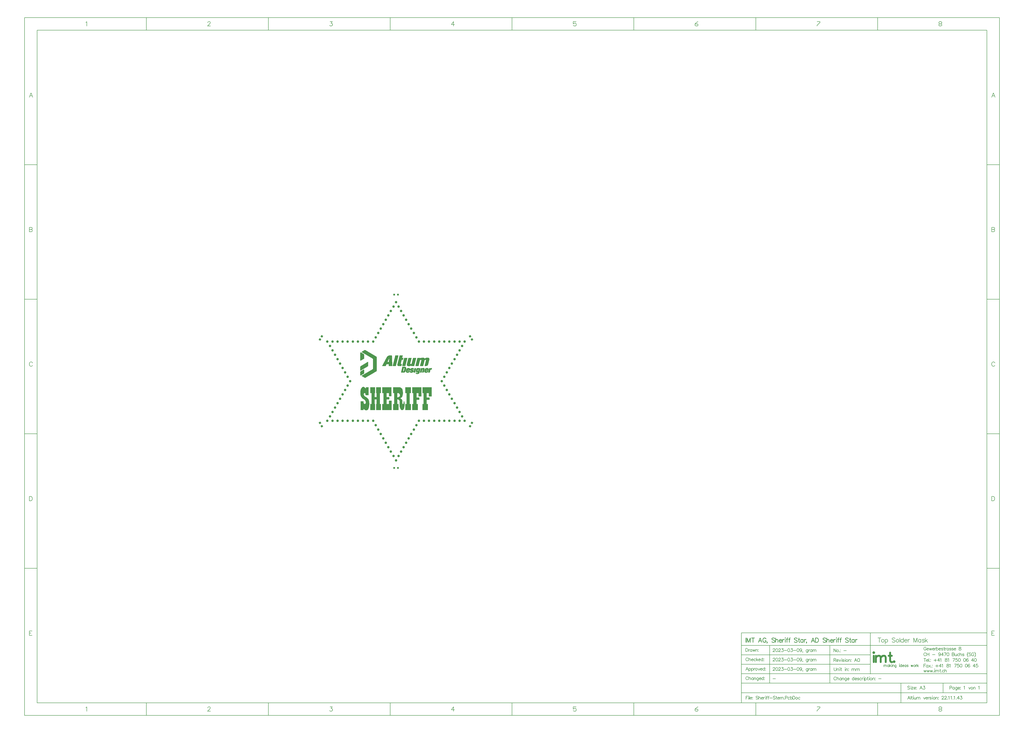
<source format=gts>
G04*
G04 #@! TF.GenerationSoftware,Altium Limited,Altium Designer,22.11.1 (43)*
G04*
G04 Layer_Color=8388736*
%FSLAX44Y44*%
%MOMM*%
G71*
G04*
G04 #@! TF.SameCoordinates,DB873E63-77BF-45AF-8D19-C352679DEADA*
G04*
G04*
G04 #@! TF.FilePolarity,Negative*
G04*
G01*
G75*
%ADD10C,0.1270*%
%ADD11C,0.2540*%
%ADD12C,0.2000*%
%ADD13C,0.7620*%
%ADD14C,0.1778*%
%ADD15P,1.1314X4X165.0*%
%ADD16P,1.1314X4X105.0*%
%ADD17R,0.8000X0.8000*%
%ADD18C,1.0000*%
G36*
X627711Y445517D02*
X627818Y445491D01*
X627920Y445449D01*
X628014Y445392D01*
X628064Y445349D01*
X629365D01*
X629475Y445341D01*
X629582Y445315D01*
X629684Y445273D01*
X629778Y445215D01*
X629827Y445173D01*
X630070D01*
X630180Y445164D01*
X630288Y445139D01*
X630389Y445097D01*
X630483Y445039D01*
X630533Y444997D01*
X630600D01*
X630709Y444988D01*
X630817Y444962D01*
X630918Y444920D01*
X631012Y444863D01*
X631062Y444820D01*
X631129D01*
X631239Y444812D01*
X631346Y444786D01*
X631447Y444744D01*
X631541Y444686D01*
X631605Y444632D01*
X631677Y444615D01*
X631698Y444610D01*
X631800Y444567D01*
X631894Y444510D01*
X631958Y444456D01*
X632051Y444433D01*
X632153Y444391D01*
X632247Y444333D01*
X632310Y444279D01*
X632404Y444257D01*
X632506Y444215D01*
X632600Y444157D01*
X632683Y444086D01*
X632755Y444002D01*
X632763Y443989D01*
X632776Y443981D01*
X632839Y443927D01*
X632933Y443904D01*
X633035Y443862D01*
X633129Y443804D01*
X633213Y443733D01*
X633284Y443649D01*
X633292Y443636D01*
X633305Y443628D01*
X633389Y443557D01*
X633461Y443473D01*
X633469Y443460D01*
X633481Y443452D01*
X633565Y443380D01*
X633637Y443296D01*
X633645Y443283D01*
X633658Y443275D01*
X633742Y443204D01*
X633813Y443120D01*
X633821Y443107D01*
X633834Y443099D01*
X633918Y443027D01*
X633990Y442944D01*
X634047Y442850D01*
X634089Y442748D01*
X634108Y442668D01*
X634112Y442654D01*
X634166Y442591D01*
X634224Y442497D01*
X634266Y442395D01*
X634288Y442301D01*
X634325Y442258D01*
X634342Y442238D01*
X634400Y442144D01*
X634442Y442042D01*
X634468Y441935D01*
X634476Y441825D01*
Y441758D01*
X634513Y441716D01*
X634519Y441709D01*
X634576Y441615D01*
X634618Y441513D01*
X634644Y441406D01*
X634653Y441296D01*
Y440877D01*
X634695Y440827D01*
X634753Y440733D01*
X634795Y440631D01*
X634821Y440524D01*
X634829Y440415D01*
Y438122D01*
X634821Y438012D01*
X634795Y437905D01*
X634753Y437803D01*
X634695Y437709D01*
X634653Y437659D01*
Y436887D01*
X634644Y436777D01*
X634618Y436670D01*
X634576Y436568D01*
X634519Y436474D01*
X634476Y436425D01*
Y436182D01*
X634468Y436072D01*
X634442Y435965D01*
X634400Y435863D01*
X634342Y435769D01*
X634300Y435719D01*
Y435653D01*
X634291Y435543D01*
X634266Y435436D01*
X634224Y435334D01*
X634166Y435240D01*
X634124Y435190D01*
Y434594D01*
X634115Y434484D01*
X634089Y434377D01*
X634047Y434276D01*
X633990Y434182D01*
X633935Y434118D01*
X633913Y434025D01*
X633871Y433923D01*
X633813Y433829D01*
X633771Y433779D01*
Y433360D01*
X633762Y433250D01*
X633737Y433143D01*
X633694Y433041D01*
X633637Y432947D01*
X633595Y432898D01*
Y432654D01*
X633586Y432545D01*
X633560Y432437D01*
X633518Y432336D01*
X633461Y432242D01*
X633418Y432192D01*
Y432125D01*
X633410Y432015D01*
X633384Y431908D01*
X633342Y431806D01*
X633284Y431712D01*
X633242Y431663D01*
Y431067D01*
X633233Y430957D01*
X633208Y430850D01*
X633165Y430748D01*
X633108Y430654D01*
X633065Y430605D01*
Y430538D01*
X633057Y430428D01*
X633031Y430321D01*
X632989Y430219D01*
X632931Y430125D01*
X632889Y430076D01*
Y430009D01*
X632881Y429899D01*
X632855Y429792D01*
X632813Y429690D01*
X632755Y429596D01*
X632713Y429547D01*
Y429127D01*
X632704Y429017D01*
X632678Y428910D01*
X632636Y428808D01*
X632579Y428714D01*
X632536Y428665D01*
Y428422D01*
X632528Y428312D01*
X632502Y428205D01*
X632460Y428103D01*
X632402Y428009D01*
X632360Y427959D01*
Y427716D01*
X632351Y427606D01*
X632326Y427499D01*
X632284Y427397D01*
X632226Y427303D01*
X632184Y427254D01*
Y427011D01*
X632175Y426901D01*
X632149Y426794D01*
X632107Y426692D01*
X632049Y426598D01*
X632007Y426548D01*
Y426482D01*
X631999Y426372D01*
X631973Y426264D01*
X631931Y426163D01*
X631873Y426069D01*
X631831Y426019D01*
Y425423D01*
X631822Y425313D01*
X631796Y425206D01*
X631754Y425104D01*
X631697Y425011D01*
X631649Y424954D01*
X631643Y424947D01*
X631620Y424854D01*
X631578Y424752D01*
X631520Y424658D01*
X631478Y424608D01*
Y424012D01*
X631469Y423903D01*
X631444Y423795D01*
X631402Y423694D01*
X631344Y423600D01*
X631302Y423550D01*
Y423483D01*
X631293Y423373D01*
X631267Y423266D01*
X631225Y423164D01*
X631168Y423070D01*
X631125Y423021D01*
Y422954D01*
X631117Y422844D01*
X631091Y422737D01*
X631049Y422635D01*
X630991Y422541D01*
X630949Y422492D01*
Y421896D01*
X630940Y421786D01*
X630915Y421679D01*
X630872Y421577D01*
X630815Y421483D01*
X630761Y421420D01*
X630738Y421326D01*
X630696Y421224D01*
X630639Y421130D01*
X630596Y421081D01*
Y420661D01*
X630588Y420551D01*
X630562Y420444D01*
X630520Y420343D01*
X630462Y420249D01*
X630420Y420199D01*
Y419956D01*
X630411Y419846D01*
X630386Y419739D01*
X630343Y419637D01*
X630286Y419543D01*
X630244Y419494D01*
Y419427D01*
X630235Y419317D01*
X630209Y419210D01*
X630167Y419108D01*
X630109Y419014D01*
X630067Y418965D01*
Y418369D01*
X630059Y418259D01*
X630033Y418152D01*
X629991Y418050D01*
X629933Y417956D01*
X629891Y417906D01*
Y417840D01*
X629882Y417730D01*
X629856Y417622D01*
X629814Y417521D01*
X629757Y417427D01*
X629715Y417377D01*
Y417134D01*
X629706Y417024D01*
X629680Y416917D01*
X629638Y416815D01*
X629580Y416721D01*
X629532Y416665D01*
X629526Y416658D01*
X629514Y416605D01*
X629504Y416564D01*
X629462Y416463D01*
X629404Y416369D01*
X629350Y416305D01*
X629327Y416212D01*
X629285Y416110D01*
X629228Y416016D01*
X629174Y415952D01*
X629151Y415859D01*
X629109Y415757D01*
X629051Y415663D01*
X628980Y415579D01*
X628896Y415508D01*
X628883Y415500D01*
X628875Y415487D01*
X628821Y415423D01*
X628798Y415330D01*
X628756Y415228D01*
X628699Y415134D01*
X628627Y415050D01*
X628543Y414979D01*
X628530Y414971D01*
X628522Y414958D01*
X628451Y414874D01*
X628367Y414802D01*
X628354Y414794D01*
X628346Y414781D01*
X628303Y414732D01*
X628292Y414718D01*
X628269Y414624D01*
X628227Y414523D01*
X628170Y414428D01*
X628098Y414345D01*
X628014Y414273D01*
X628001Y414265D01*
X627993Y414252D01*
X627921Y414168D01*
X627838Y414097D01*
X627825Y414089D01*
X627817Y414076D01*
X627745Y413992D01*
X627661Y413921D01*
X627648Y413913D01*
X627640Y413899D01*
X627569Y413816D01*
X627485Y413744D01*
X627391Y413686D01*
X627289Y413644D01*
X627196Y413622D01*
X627164Y413595D01*
X627132Y413568D01*
X627119Y413560D01*
X627111Y413547D01*
X627040Y413463D01*
X626956Y413391D01*
X626943Y413383D01*
X626935Y413370D01*
X626863Y413287D01*
X626780Y413215D01*
X626686Y413157D01*
X626584Y413115D01*
X626490Y413093D01*
X626459Y413066D01*
X626427Y413039D01*
X626414Y413031D01*
X626406Y413018D01*
X626334Y412934D01*
X626250Y412862D01*
X626157Y412805D01*
X626055Y412762D01*
X625961Y412740D01*
X625898Y412686D01*
X625804Y412628D01*
X625702Y412586D01*
X625608Y412564D01*
X625545Y412510D01*
X625451Y412452D01*
X625349Y412410D01*
X625256Y412387D01*
X625192Y412333D01*
X625098Y412276D01*
X624996Y412233D01*
X624889Y412208D01*
X624780Y412199D01*
X624713D01*
X624663Y412157D01*
X624569Y412099D01*
X624467Y412057D01*
X624374Y412035D01*
X624310Y411981D01*
X624216Y411923D01*
X624115Y411881D01*
X624007Y411855D01*
X623898Y411846D01*
X623302D01*
X623252Y411804D01*
X623158Y411746D01*
X623056Y411704D01*
X622949Y411679D01*
X622840Y411670D01*
X622420D01*
X622370Y411628D01*
X622276Y411570D01*
X622175Y411528D01*
X622067Y411502D01*
X621958Y411494D01*
X616667D01*
X616557Y411502D01*
X616450Y411528D01*
X616348Y411570D01*
X616254Y411628D01*
X616170Y411699D01*
X616099Y411783D01*
X616091Y411796D01*
X616078Y411804D01*
X615994Y411876D01*
X615922Y411959D01*
X615865Y412053D01*
X615822Y412155D01*
X615797Y412262D01*
X615788Y412372D01*
Y413254D01*
X615797Y413364D01*
X615822Y413471D01*
X615865Y413573D01*
X615922Y413667D01*
X615965Y413716D01*
Y413959D01*
X615973Y414069D01*
X615999Y414176D01*
X616041Y414278D01*
X616099Y414372D01*
X616141Y414422D01*
Y414665D01*
X616149Y414775D01*
X616175Y414882D01*
X616217Y414984D01*
X616275Y415078D01*
X616281Y415084D01*
X616317Y415127D01*
Y415547D01*
X616326Y415657D01*
X616352Y415764D01*
X616394Y415866D01*
X616451Y415960D01*
X616494Y416009D01*
Y416076D01*
X616502Y416186D01*
X616528Y416293D01*
X616570Y416395D01*
X616628Y416488D01*
X616670Y416538D01*
Y416958D01*
X616679Y417067D01*
X616704Y417175D01*
X616746Y417276D01*
X616804Y417370D01*
X616846Y417420D01*
Y417487D01*
X616855Y417597D01*
X616881Y417704D01*
X616923Y417805D01*
X616981Y417900D01*
X617023Y417949D01*
Y418192D01*
X617031Y418302D01*
X617057Y418409D01*
X617099Y418511D01*
X617157Y418605D01*
X617199Y418654D01*
Y419074D01*
X617208Y419184D01*
X617233Y419291D01*
X617276Y419393D01*
X617333Y419487D01*
X617375Y419536D01*
Y419780D01*
X617384Y419889D01*
X617410Y419996D01*
X617452Y420098D01*
X617510Y420192D01*
X617552Y420242D01*
Y420309D01*
X617560Y420419D01*
X617586Y420526D01*
X617628Y420627D01*
X617686Y420721D01*
X617728Y420771D01*
Y421190D01*
X617737Y421300D01*
X617762Y421407D01*
X617805Y421509D01*
X617862Y421603D01*
X617905Y421653D01*
Y421720D01*
X617913Y421829D01*
X617939Y421936D01*
X617981Y422038D01*
X618039Y422132D01*
X618081Y422182D01*
Y422601D01*
X618089Y422711D01*
X618115Y422818D01*
X618157Y422920D01*
X618215Y423014D01*
X618257Y423064D01*
Y423130D01*
X618266Y423240D01*
X618292Y423348D01*
X618334Y423449D01*
X618391Y423543D01*
X618423Y423580D01*
X618434Y423593D01*
Y423660D01*
X618442Y423769D01*
X618468Y423877D01*
X618510Y423978D01*
X618568Y424072D01*
X618610Y424122D01*
Y424718D01*
X618619Y424828D01*
X618644Y424935D01*
X618686Y425037D01*
X618744Y425131D01*
X618750Y425137D01*
X618786Y425180D01*
Y425247D01*
X618795Y425357D01*
X618821Y425464D01*
X618863Y425566D01*
X618921Y425660D01*
X618963Y425709D01*
Y425952D01*
X618971Y426062D01*
X618997Y426169D01*
X619039Y426271D01*
X619097Y426365D01*
X619103Y426372D01*
X619139Y426415D01*
Y426834D01*
X619148Y426944D01*
X619174Y427051D01*
X619216Y427153D01*
X619273Y427247D01*
X619315Y427296D01*
Y427363D01*
X619324Y427473D01*
X619350Y427580D01*
X619392Y427682D01*
X619450Y427776D01*
X619492Y427826D01*
Y428422D01*
X619501Y428531D01*
X619526Y428638D01*
X619568Y428740D01*
X619626Y428834D01*
X619680Y428898D01*
X619703Y428991D01*
X619745Y429093D01*
X619802Y429187D01*
X619845Y429236D01*
Y429656D01*
X619853Y429766D01*
X619879Y429873D01*
X619921Y429975D01*
X619979Y430069D01*
X619985Y430076D01*
X620021Y430118D01*
Y430362D01*
X620030Y430471D01*
X620055Y430578D01*
X620098Y430680D01*
X620155Y430774D01*
X620197Y430824D01*
Y430891D01*
X620206Y431001D01*
X620232Y431108D01*
X620274Y431209D01*
X620331Y431303D01*
X620374Y431353D01*
Y431772D01*
X620382Y431882D01*
X620408Y431990D01*
X620450Y432091D01*
X620508Y432185D01*
X620514Y432192D01*
X620550Y432235D01*
Y432478D01*
X620559Y432588D01*
X620584Y432695D01*
X620627Y432797D01*
X620684Y432891D01*
X620726Y432940D01*
Y433183D01*
X620735Y433293D01*
X620761Y433400D01*
X620803Y433502D01*
X620860Y433596D01*
X620903Y433646D01*
Y434065D01*
X620911Y434175D01*
X620937Y434282D01*
X620979Y434384D01*
X621037Y434478D01*
X621079Y434528D01*
Y434838D01*
X621037Y434887D01*
X620979Y434981D01*
X620937Y435083D01*
X620911Y435190D01*
X620903Y435300D01*
Y435543D01*
X620860Y435593D01*
X620803Y435686D01*
X620761Y435788D01*
X620743Y435863D01*
X620738Y435882D01*
X620684Y435945D01*
X620680Y435952D01*
X620676Y435958D01*
X620663Y435966D01*
X620600Y436021D01*
X620506Y436043D01*
X620404Y436085D01*
X620310Y436143D01*
X620227Y436214D01*
X620155Y436298D01*
X620147Y436311D01*
X620134Y436319D01*
X620084Y436361D01*
X619488D01*
X619379Y436370D01*
X619272Y436396D01*
X619170Y436438D01*
X619076Y436495D01*
X619026Y436538D01*
X618716D01*
X618674Y436502D01*
X618667Y436495D01*
X618573Y436438D01*
X618471Y436396D01*
X618364Y436370D01*
X618254Y436361D01*
X617658D01*
X617608Y436319D01*
X617514Y436261D01*
X617413Y436219D01*
X617319Y436197D01*
X617256Y436143D01*
X617162Y436085D01*
X617060Y436043D01*
X616966Y436021D01*
X616903Y435966D01*
X616809Y435909D01*
X616707Y435867D01*
X616614Y435844D01*
X616550Y435790D01*
X616537Y435782D01*
X616529Y435769D01*
X616458Y435685D01*
X616374Y435614D01*
X616361Y435606D01*
X616353Y435593D01*
X616281Y435509D01*
X616198Y435437D01*
X616185Y435429D01*
X616176Y435416D01*
X616122Y435353D01*
X616100Y435259D01*
X616058Y435157D01*
X616000Y435064D01*
X615929Y434980D01*
X615845Y434908D01*
X615832Y434900D01*
X615824Y434887D01*
X615770Y434824D01*
X615765Y434803D01*
X615747Y434730D01*
X615705Y434628D01*
X615647Y434534D01*
X615576Y434451D01*
X615492Y434379D01*
X615479Y434371D01*
X615471Y434358D01*
X615429Y434309D01*
Y434242D01*
X615420Y434132D01*
X615394Y434025D01*
X615352Y433923D01*
X615295Y433829D01*
X615241Y433765D01*
X615218Y433672D01*
X615176Y433570D01*
X615118Y433476D01*
X615076Y433427D01*
Y433360D01*
X615067Y433250D01*
X615042Y433143D01*
X615000Y433041D01*
X614942Y432947D01*
X614900Y432898D01*
Y432478D01*
X614891Y432368D01*
X614865Y432261D01*
X614823Y432159D01*
X614766Y432065D01*
X614723Y432016D01*
Y431772D01*
X614715Y431663D01*
X614689Y431555D01*
X614647Y431454D01*
X614589Y431360D01*
X614547Y431310D01*
Y431243D01*
X614538Y431134D01*
X614513Y431026D01*
X614470Y430925D01*
X614413Y430831D01*
X614371Y430781D01*
Y430362D01*
X614362Y430252D01*
X614336Y430145D01*
X614294Y430043D01*
X614236Y429949D01*
X614194Y429899D01*
Y429832D01*
X614186Y429723D01*
X614160Y429616D01*
X614118Y429514D01*
X614060Y429420D01*
X614018Y429370D01*
Y428774D01*
X614009Y428664D01*
X613983Y428557D01*
X613941Y428456D01*
X613884Y428362D01*
X613842Y428312D01*
Y428245D01*
X613833Y428135D01*
X613807Y428028D01*
X613765Y427926D01*
X613707Y427832D01*
X613665Y427783D01*
Y427540D01*
X613657Y427430D01*
X613631Y427323D01*
X613589Y427221D01*
X613531Y427127D01*
X613489Y427077D01*
Y426658D01*
X613480Y426548D01*
X613454Y426441D01*
X613412Y426339D01*
X613355Y426245D01*
X613312Y426196D01*
Y426129D01*
X613304Y426019D01*
X613278Y425912D01*
X613236Y425810D01*
X613178Y425716D01*
X613136Y425667D01*
Y425247D01*
X613127Y425137D01*
X613102Y425030D01*
X613060Y424928D01*
X613002Y424834D01*
X612960Y424785D01*
Y424718D01*
X612951Y424608D01*
X612925Y424501D01*
X612883Y424399D01*
X612826Y424305D01*
X612783Y424256D01*
Y423836D01*
X612775Y423726D01*
X612749Y423619D01*
X612707Y423517D01*
X612649Y423423D01*
X612607Y423374D01*
Y423130D01*
X612598Y423021D01*
X612573Y422914D01*
X612530Y422812D01*
X612473Y422718D01*
X612419Y422654D01*
X612396Y422561D01*
X612354Y422459D01*
X612296Y422365D01*
X612254Y422316D01*
Y421720D01*
X612245Y421610D01*
X612220Y421503D01*
X612178Y421401D01*
X612120Y421307D01*
X612078Y421257D01*
Y421190D01*
X612069Y421081D01*
X612043Y420974D01*
X612001Y420872D01*
X611944Y420778D01*
X611901Y420728D01*
Y420309D01*
X611893Y420199D01*
X611867Y420092D01*
X611825Y419990D01*
X611767Y419896D01*
X611725Y419846D01*
Y419603D01*
X611716Y419493D01*
X611691Y419386D01*
X611649Y419284D01*
X611591Y419190D01*
X611549Y419141D01*
Y419074D01*
X611540Y418964D01*
X611514Y418857D01*
X611472Y418755D01*
X611415Y418661D01*
X611372Y418612D01*
Y418016D01*
X611364Y417906D01*
X611338Y417799D01*
X611296Y417697D01*
X611238Y417603D01*
X611196Y417554D01*
Y417487D01*
X611187Y417377D01*
X611162Y417270D01*
X611119Y417168D01*
X611062Y417074D01*
X611020Y417025D01*
Y416781D01*
X611011Y416671D01*
X610985Y416564D01*
X610943Y416463D01*
X610886Y416369D01*
X610843Y416319D01*
Y416076D01*
X610835Y415966D01*
X610809Y415859D01*
X610767Y415757D01*
X610709Y415663D01*
X610667Y415614D01*
Y415370D01*
X610658Y415261D01*
X610633Y415153D01*
X610590Y415052D01*
X610533Y414958D01*
X610490Y414908D01*
Y414488D01*
X610482Y414379D01*
X610456Y414272D01*
X610414Y414170D01*
X610356Y414076D01*
X610314Y414026D01*
Y413959D01*
X610305Y413850D01*
X610280Y413742D01*
X610238Y413641D01*
X610180Y413547D01*
X610138Y413497D01*
Y413254D01*
X610129Y413144D01*
X610103Y413037D01*
X610061Y412935D01*
X610004Y412841D01*
X609961Y412792D01*
Y412372D01*
X609953Y412262D01*
X609927Y412155D01*
X609885Y412053D01*
X609827Y411959D01*
X609756Y411876D01*
X609672Y411804D01*
X609578Y411746D01*
X609476Y411704D01*
X609383Y411682D01*
X609319Y411628D01*
X609225Y411570D01*
X609123Y411528D01*
X609016Y411502D01*
X608907Y411494D01*
X597972D01*
X597862Y411502D01*
X597755Y411528D01*
X597653Y411570D01*
X597559Y411628D01*
X597475Y411699D01*
X597404Y411783D01*
X597396Y411796D01*
X597383Y411804D01*
X597299Y411876D01*
X597227Y411959D01*
X597170Y412053D01*
X597128Y412155D01*
X597102Y412262D01*
X597093Y412372D01*
Y413078D01*
X597102Y413187D01*
X597128Y413295D01*
X597170Y413396D01*
X597227Y413490D01*
X597244Y413510D01*
X597270Y413540D01*
Y413607D01*
X597278Y413717D01*
X597304Y413824D01*
X597346Y413926D01*
X597404Y414019D01*
X597446Y414069D01*
Y414312D01*
X597455Y414422D01*
X597480Y414529D01*
X597523Y414631D01*
X597580Y414725D01*
X597622Y414774D01*
Y415194D01*
X597631Y415304D01*
X597657Y415411D01*
X597699Y415513D01*
X597757Y415607D01*
X597773Y415627D01*
X597799Y415656D01*
Y415723D01*
X597807Y415833D01*
X597833Y415940D01*
X597875Y416042D01*
X597933Y416136D01*
X597975Y416185D01*
Y416781D01*
X597984Y416891D01*
X598009Y416998D01*
X598052Y417100D01*
X598109Y417194D01*
X598163Y417257D01*
X598186Y417351D01*
X598228Y417453D01*
X598286Y417547D01*
X598328Y417596D01*
Y418016D01*
X598336Y418126D01*
X598362Y418233D01*
X598404Y418335D01*
X598462Y418429D01*
X598479Y418448D01*
X598504Y418478D01*
Y418721D01*
X598513Y418831D01*
X598539Y418938D01*
X598581Y419040D01*
X598638Y419134D01*
X598680Y419184D01*
Y419427D01*
X598689Y419537D01*
X598715Y419644D01*
X598757Y419746D01*
X598815Y419840D01*
X598857Y419889D01*
Y420309D01*
X598866Y420419D01*
X598891Y420526D01*
X598933Y420627D01*
X598991Y420721D01*
X599033Y420771D01*
Y420838D01*
X599042Y420948D01*
X599068Y421055D01*
X599110Y421157D01*
X599167Y421250D01*
X599210Y421300D01*
Y421543D01*
X599218Y421653D01*
X599244Y421760D01*
X599286Y421862D01*
X599344Y421956D01*
X599386Y422005D01*
Y422425D01*
X599395Y422535D01*
X599420Y422642D01*
X599463Y422744D01*
X599520Y422838D01*
X599562Y422887D01*
Y422954D01*
X599571Y423064D01*
X599597Y423171D01*
X599639Y423273D01*
X599697Y423367D01*
X599739Y423416D01*
Y423836D01*
X599747Y423946D01*
X599773Y424053D01*
X599815Y424155D01*
X599873Y424249D01*
X599915Y424298D01*
Y424541D01*
X599924Y424651D01*
X599949Y424758D01*
X599992Y424860D01*
X600049Y424954D01*
X600092Y425004D01*
Y425070D01*
X600100Y425180D01*
X600126Y425288D01*
X600168Y425389D01*
X600226Y425483D01*
X600268Y425533D01*
Y425952D01*
X600276Y426062D01*
X600302Y426169D01*
X600344Y426271D01*
X600402Y426365D01*
X600408Y426372D01*
X600444Y426415D01*
Y426482D01*
X600453Y426591D01*
X600479Y426698D01*
X600521Y426800D01*
X600578Y426894D01*
X600621Y426944D01*
Y427363D01*
X600629Y427473D01*
X600655Y427580D01*
X600697Y427682D01*
X600755Y427776D01*
X600786Y427813D01*
X600797Y427826D01*
Y428069D01*
X600806Y428179D01*
X600831Y428286D01*
X600873Y428388D01*
X600931Y428481D01*
X600985Y428545D01*
X601008Y428638D01*
X601050Y428740D01*
X601107Y428834D01*
X601150Y428884D01*
Y429480D01*
X601158Y429590D01*
X601184Y429697D01*
X601226Y429799D01*
X601284Y429892D01*
X601326Y429942D01*
Y430009D01*
X601335Y430119D01*
X601360Y430226D01*
X601403Y430328D01*
X601460Y430421D01*
X601502Y430471D01*
Y430714D01*
X601511Y430824D01*
X601537Y430931D01*
X601579Y431033D01*
X601637Y431127D01*
X601679Y431176D01*
Y431596D01*
X601687Y431706D01*
X601713Y431813D01*
X601755Y431915D01*
X601813Y432009D01*
X601855Y432058D01*
Y432125D01*
X601864Y432235D01*
X601889Y432342D01*
X601932Y432444D01*
X601989Y432538D01*
X602032Y432587D01*
Y433007D01*
X602040Y433117D01*
X602066Y433224D01*
X602108Y433326D01*
X602166Y433420D01*
X602172Y433427D01*
X602208Y433469D01*
Y433536D01*
X602216Y433646D01*
X602242Y433753D01*
X602284Y433855D01*
X602342Y433949D01*
X602384Y433998D01*
Y435190D01*
X602342Y435240D01*
X602284Y435334D01*
X602242Y435436D01*
X602220Y435529D01*
X602166Y435593D01*
X602108Y435686D01*
X602066Y435788D01*
X602048Y435863D01*
X602043Y435882D01*
X601989Y435945D01*
X601985Y435952D01*
X601981Y435958D01*
X601968Y435966D01*
X601884Y436038D01*
X601813Y436122D01*
X601805Y436135D01*
X601792Y436143D01*
X601729Y436197D01*
X601635Y436219D01*
X601533Y436261D01*
X601439Y436319D01*
X601433Y436324D01*
X601390Y436361D01*
X600970D01*
X600860Y436370D01*
X600753Y436396D01*
X600651Y436438D01*
X600557Y436495D01*
X600508Y436538D01*
X600021D01*
X599972Y436495D01*
X599878Y436438D01*
X599776Y436396D01*
X599669Y436370D01*
X599559Y436361D01*
X599139D01*
X599097Y436325D01*
X599090Y436319D01*
X598996Y436261D01*
X598894Y436219D01*
X598801Y436197D01*
X598737Y436143D01*
X598643Y436085D01*
X598541Y436043D01*
X598448Y436021D01*
X598390Y435971D01*
X598385Y435966D01*
X598290Y435909D01*
X598189Y435867D01*
X598095Y435844D01*
X598032Y435790D01*
X598019Y435782D01*
X598011Y435769D01*
X597939Y435685D01*
X597855Y435614D01*
X597842Y435606D01*
X597834Y435593D01*
X597763Y435509D01*
X597679Y435437D01*
X597666Y435429D01*
X597658Y435416D01*
X597586Y435332D01*
X597503Y435261D01*
X597490Y435253D01*
X597482Y435240D01*
X597427Y435176D01*
X597405Y435083D01*
X597363Y434981D01*
X597305Y434887D01*
X597234Y434803D01*
X597150Y434732D01*
X597137Y434724D01*
X597129Y434711D01*
X597087Y434661D01*
Y434594D01*
X597078Y434484D01*
X597052Y434377D01*
X597010Y434276D01*
X596953Y434182D01*
X596898Y434118D01*
X596876Y434025D01*
X596834Y433923D01*
X596776Y433829D01*
X596734Y433779D01*
Y433713D01*
X596725Y433603D01*
X596699Y433496D01*
X596657Y433394D01*
X596600Y433300D01*
X596558Y433250D01*
Y433007D01*
X596549Y432897D01*
X596523Y432790D01*
X596481Y432688D01*
X596423Y432594D01*
X596381Y432545D01*
Y432478D01*
X596372Y432368D01*
X596347Y432261D01*
X596305Y432159D01*
X596247Y432065D01*
X596205Y432016D01*
Y431596D01*
X596196Y431486D01*
X596170Y431379D01*
X596128Y431277D01*
X596071Y431183D01*
X596028Y431134D01*
Y430891D01*
X596020Y430781D01*
X595994Y430674D01*
X595952Y430572D01*
X595894Y430478D01*
X595852Y430429D01*
Y430362D01*
X595843Y430252D01*
X595818Y430145D01*
X595775Y430043D01*
X595718Y429949D01*
X595676Y429899D01*
Y429480D01*
X595667Y429370D01*
X595641Y429263D01*
X595599Y429161D01*
X595542Y429067D01*
X595499Y429017D01*
Y428951D01*
X595491Y428841D01*
X595465Y428734D01*
X595423Y428632D01*
X595365Y428538D01*
X595323Y428488D01*
Y427892D01*
X595314Y427783D01*
X595289Y427675D01*
X595246Y427574D01*
X595189Y427480D01*
X595135Y427416D01*
X595112Y427323D01*
X595070Y427221D01*
X595013Y427127D01*
X594970Y427077D01*
Y426834D01*
X594962Y426724D01*
X594936Y426617D01*
X594894Y426516D01*
X594836Y426422D01*
X594794Y426372D01*
Y425952D01*
X594785Y425843D01*
X594759Y425735D01*
X594717Y425634D01*
X594660Y425540D01*
X594618Y425490D01*
Y425423D01*
X594609Y425313D01*
X594583Y425206D01*
X594541Y425104D01*
X594483Y425011D01*
X594441Y424961D01*
Y424541D01*
X594432Y424432D01*
X594407Y424324D01*
X594365Y424223D01*
X594307Y424129D01*
X594265Y424079D01*
Y423836D01*
X594256Y423726D01*
X594230Y423619D01*
X594188Y423517D01*
X594131Y423423D01*
X594088Y423374D01*
Y423307D01*
X594080Y423197D01*
X594054Y423090D01*
X594012Y422988D01*
X593954Y422894D01*
X593912Y422845D01*
Y422249D01*
X593903Y422139D01*
X593878Y422032D01*
X593835Y421930D01*
X593778Y421836D01*
X593724Y421773D01*
X593701Y421679D01*
X593659Y421577D01*
X593602Y421483D01*
X593559Y421434D01*
Y421014D01*
X593551Y420904D01*
X593525Y420797D01*
X593483Y420695D01*
X593425Y420601D01*
X593383Y420552D01*
Y420309D01*
X593374Y420199D01*
X593349Y420092D01*
X593306Y419990D01*
X593249Y419896D01*
X593207Y419846D01*
Y419603D01*
X593198Y419493D01*
X593172Y419386D01*
X593130Y419284D01*
X593072Y419190D01*
X593030Y419141D01*
Y418898D01*
X593022Y418788D01*
X592996Y418681D01*
X592954Y418579D01*
X592896Y418485D01*
X592854Y418436D01*
Y418192D01*
X592845Y418082D01*
X592820Y417975D01*
X592777Y417873D01*
X592720Y417780D01*
X592677Y417730D01*
Y417487D01*
X592669Y417377D01*
X592643Y417270D01*
X592601Y417168D01*
X592543Y417074D01*
X592501Y417025D01*
Y416605D01*
X592492Y416495D01*
X592467Y416388D01*
X592425Y416286D01*
X592367Y416192D01*
X592313Y416129D01*
X592290Y416035D01*
X592248Y415933D01*
X592191Y415840D01*
X592148Y415790D01*
Y415194D01*
X592140Y415084D01*
X592114Y414977D01*
X592072Y414875D01*
X592014Y414781D01*
X591972Y414732D01*
Y414665D01*
X591963Y414555D01*
X591938Y414448D01*
X591895Y414346D01*
X591838Y414252D01*
X591796Y414203D01*
Y413959D01*
X591787Y413850D01*
X591761Y413742D01*
X591719Y413641D01*
X591661Y413547D01*
X591619Y413497D01*
Y413078D01*
X591611Y412968D01*
X591585Y412861D01*
X591543Y412759D01*
X591485Y412665D01*
X591443Y412615D01*
Y412548D01*
X591434Y412439D01*
X591409Y412332D01*
X591366Y412230D01*
X591309Y412136D01*
X591237Y412052D01*
X591153Y411981D01*
X591140Y411973D01*
X591132Y411959D01*
X591061Y411876D01*
X590977Y411804D01*
X590964Y411796D01*
X590956Y411783D01*
X590885Y411699D01*
X590801Y411628D01*
X590707Y411570D01*
X590605Y411528D01*
X590498Y411502D01*
X590388Y411494D01*
X579277D01*
X579167Y411502D01*
X579060Y411528D01*
X578958Y411570D01*
X578864Y411628D01*
X578780Y411699D01*
X578709Y411783D01*
X578651Y411877D01*
X578609Y411979D01*
X578583Y412086D01*
X578575Y412196D01*
Y413078D01*
X578583Y413187D01*
X578609Y413295D01*
X578651Y413396D01*
X578709Y413490D01*
X578714Y413497D01*
X578751Y413540D01*
Y413607D01*
X578760Y413717D01*
X578786Y413824D01*
X578828Y413926D01*
X578885Y414019D01*
X578927Y414069D01*
Y414488D01*
X578936Y414598D01*
X578962Y414706D01*
X579004Y414807D01*
X579062Y414901D01*
X579104Y414951D01*
Y415018D01*
X579113Y415127D01*
X579138Y415235D01*
X579180Y415336D01*
X579238Y415430D01*
X579280Y415480D01*
Y416076D01*
X579289Y416186D01*
X579315Y416293D01*
X579357Y416395D01*
X579414Y416488D01*
X579468Y416552D01*
X579491Y416646D01*
X579533Y416747D01*
X579591Y416841D01*
X579633Y416891D01*
Y417310D01*
X579642Y417420D01*
X579667Y417527D01*
X579710Y417629D01*
X579767Y417723D01*
X579809Y417773D01*
Y418192D01*
X579818Y418302D01*
X579844Y418409D01*
X579886Y418511D01*
X579943Y418605D01*
X579986Y418654D01*
Y418721D01*
X579994Y418831D01*
X580020Y418938D01*
X580062Y419040D01*
X580120Y419134D01*
X580162Y419184D01*
Y419780D01*
X580171Y419889D01*
X580196Y419996D01*
X580239Y420098D01*
X580296Y420192D01*
X580350Y420256D01*
X580373Y420349D01*
X580415Y420451D01*
X580472Y420545D01*
X580515Y420594D01*
Y420838D01*
X580523Y420948D01*
X580549Y421055D01*
X580591Y421157D01*
X580649Y421250D01*
X580655Y421257D01*
X580691Y421300D01*
Y421720D01*
X580700Y421829D01*
X580726Y421936D01*
X580768Y422038D01*
X580825Y422132D01*
X580868Y422182D01*
Y422249D01*
X580876Y422359D01*
X580902Y422466D01*
X580944Y422567D01*
X581002Y422661D01*
X581044Y422711D01*
Y423130D01*
X581053Y423240D01*
X581078Y423348D01*
X581120Y423449D01*
X581178Y423543D01*
X581209Y423580D01*
X581220Y423593D01*
Y423836D01*
X581229Y423946D01*
X581255Y424053D01*
X581297Y424155D01*
X581354Y424249D01*
X581397Y424298D01*
Y424541D01*
X581405Y424651D01*
X581431Y424758D01*
X581473Y424860D01*
X581531Y424954D01*
X581573Y425004D01*
Y425423D01*
X581582Y425533D01*
X581607Y425640D01*
X581650Y425742D01*
X581707Y425836D01*
X581761Y425899D01*
X581784Y425993D01*
X581826Y426095D01*
X581883Y426189D01*
X581926Y426238D01*
Y426834D01*
X581934Y426944D01*
X581960Y427051D01*
X582002Y427153D01*
X582060Y427247D01*
X582114Y427310D01*
X582136Y427404D01*
X582179Y427506D01*
X582236Y427600D01*
X582278Y427649D01*
Y428069D01*
X582287Y428179D01*
X582313Y428286D01*
X582355Y428388D01*
X582413Y428481D01*
X582455Y428531D01*
Y428774D01*
X582463Y428884D01*
X582489Y428991D01*
X582531Y429093D01*
X582589Y429187D01*
X582631Y429236D01*
Y429303D01*
X582640Y429413D01*
X582665Y429520D01*
X582708Y429622D01*
X582765Y429716D01*
X582808Y429766D01*
Y430185D01*
X582816Y430295D01*
X582842Y430402D01*
X582884Y430504D01*
X582942Y430598D01*
X582947Y430604D01*
X582984Y430647D01*
Y430891D01*
X582993Y431001D01*
X583018Y431108D01*
X583060Y431209D01*
X583118Y431303D01*
X583160Y431353D01*
Y431596D01*
X583169Y431706D01*
X583195Y431813D01*
X583237Y431915D01*
X583294Y432009D01*
X583337Y432058D01*
Y432478D01*
X583345Y432588D01*
X583371Y432695D01*
X583413Y432797D01*
X583471Y432891D01*
X583525Y432954D01*
X583547Y433048D01*
X583590Y433149D01*
X583647Y433243D01*
X583689Y433293D01*
Y433889D01*
X583698Y433999D01*
X583724Y434106D01*
X583766Y434208D01*
X583824Y434302D01*
X583866Y434351D01*
Y434418D01*
X583874Y434528D01*
X583900Y434635D01*
X583942Y434737D01*
X584000Y434831D01*
X584042Y434880D01*
Y435123D01*
X584051Y435233D01*
X584076Y435340D01*
X584119Y435442D01*
X584176Y435536D01*
X584218Y435586D01*
Y436005D01*
X584227Y436115D01*
X584253Y436222D01*
X584295Y436324D01*
X584353Y436418D01*
X584395Y436468D01*
Y436534D01*
X584403Y436644D01*
X584429Y436751D01*
X584471Y436853D01*
X584529Y436947D01*
X584571Y436997D01*
Y437416D01*
X584580Y437526D01*
X584606Y437633D01*
X584648Y437735D01*
X584705Y437829D01*
X584748Y437878D01*
Y438122D01*
X584756Y438232D01*
X584782Y438339D01*
X584824Y438441D01*
X584882Y438534D01*
X584924Y438584D01*
Y438651D01*
X584933Y438761D01*
X584958Y438868D01*
X585000Y438970D01*
X585058Y439063D01*
X585100Y439113D01*
Y439533D01*
X585109Y439642D01*
X585135Y439750D01*
X585177Y439851D01*
X585234Y439945D01*
X585277Y439995D01*
Y440062D01*
X585285Y440172D01*
X585311Y440279D01*
X585353Y440381D01*
X585411Y440475D01*
X585453Y440524D01*
Y440944D01*
X585462Y441053D01*
X585487Y441161D01*
X585530Y441262D01*
X585587Y441356D01*
X585629Y441406D01*
Y441649D01*
X585638Y441759D01*
X585664Y441866D01*
X585706Y441968D01*
X585764Y442062D01*
X585806Y442111D01*
Y442178D01*
X585814Y442288D01*
X585840Y442395D01*
X585882Y442497D01*
X585940Y442591D01*
X585982Y442640D01*
Y443236D01*
X585991Y443346D01*
X586017Y443453D01*
X586059Y443555D01*
X586116Y443649D01*
X586159Y443699D01*
X586170Y443712D01*
X586193Y443806D01*
X586235Y443908D01*
X586293Y444002D01*
X586347Y444065D01*
X586369Y444159D01*
X586411Y444261D01*
X586469Y444355D01*
X586540Y444438D01*
X586624Y444510D01*
X586718Y444567D01*
X586820Y444610D01*
X586927Y444635D01*
X587037Y444644D01*
X598325D01*
X598434Y444635D01*
X598541Y444610D01*
X598643Y444567D01*
X598737Y444510D01*
X598821Y444438D01*
X598893Y444355D01*
X598901Y444342D01*
X598914Y444333D01*
X598997Y444262D01*
X599069Y444178D01*
X599127Y444084D01*
X599169Y443982D01*
X599194Y443875D01*
X599203Y443765D01*
Y443413D01*
X599194Y443303D01*
X599169Y443196D01*
X599127Y443094D01*
X599069Y443000D01*
X599027Y442951D01*
Y442884D01*
X599018Y442774D01*
X598992Y442667D01*
X598950Y442565D01*
X598893Y442471D01*
X598850Y442421D01*
Y442104D01*
X598886Y442146D01*
X598970Y442217D01*
X598983Y442225D01*
X598991Y442238D01*
X599063Y442322D01*
X599146Y442393D01*
X599159Y442402D01*
X599167Y442415D01*
X599239Y442498D01*
X599323Y442570D01*
X599336Y442578D01*
X599344Y442591D01*
X599415Y442675D01*
X599499Y442746D01*
X599512Y442754D01*
X599520Y442767D01*
X599592Y442851D01*
X599675Y442923D01*
X599688Y442930D01*
X599697Y442944D01*
X599768Y443027D01*
X599852Y443099D01*
X599946Y443157D01*
X600048Y443199D01*
X600141Y443221D01*
X600205Y443275D01*
X600218Y443283D01*
X600226Y443296D01*
X600297Y443380D01*
X600381Y443452D01*
X600475Y443509D01*
X600577Y443551D01*
X600598Y443557D01*
X600670Y443574D01*
X600734Y443628D01*
X600747Y443636D01*
X600755Y443649D01*
X600826Y443733D01*
X600910Y443804D01*
X601004Y443862D01*
X601106Y443904D01*
X601127Y443909D01*
X601199Y443927D01*
X601263Y443981D01*
X601357Y444038D01*
X601459Y444081D01*
X601552Y444103D01*
X601615Y444157D01*
X601709Y444215D01*
X601811Y444257D01*
X601832Y444262D01*
X601905Y444279D01*
X601968Y444333D01*
X602062Y444391D01*
X602164Y444433D01*
X602271Y444459D01*
X602381Y444468D01*
X602448D01*
X602497Y444510D01*
X602510Y444518D01*
X602518Y444531D01*
X602590Y444615D01*
X602674Y444686D01*
X602768Y444744D01*
X602869Y444786D01*
X602977Y444812D01*
X603086Y444820D01*
X603330D01*
X603379Y444863D01*
X603473Y444920D01*
X603575Y444962D01*
X603682Y444988D01*
X603792Y444997D01*
X603859D01*
X603908Y445039D01*
X604002Y445097D01*
X604104Y445139D01*
X604211Y445164D01*
X604321Y445173D01*
X604741D01*
X604790Y445215D01*
X604884Y445273D01*
X604986Y445315D01*
X605093Y445341D01*
X605203Y445349D01*
X606328D01*
X606377Y445392D01*
X606471Y445449D01*
X606573Y445491D01*
X606680Y445517D01*
X606790Y445526D01*
X609436D01*
X609545Y445517D01*
X609653Y445491D01*
X609754Y445449D01*
X609848Y445392D01*
X609898Y445349D01*
X611023D01*
X611133Y445341D01*
X611240Y445315D01*
X611342Y445273D01*
X611436Y445215D01*
X611485Y445173D01*
X611905D01*
X612015Y445164D01*
X612122Y445139D01*
X612224Y445097D01*
X612318Y445039D01*
X612377Y444988D01*
X612381Y444985D01*
X612475Y444962D01*
X612576Y444920D01*
X612670Y444863D01*
X612720Y444820D01*
X612787D01*
X612896Y444812D01*
X613004Y444786D01*
X613105Y444744D01*
X613199Y444686D01*
X613263Y444632D01*
X613356Y444610D01*
X613458Y444567D01*
X613552Y444510D01*
X613615Y444456D01*
X613709Y444433D01*
X613811Y444391D01*
X613905Y444333D01*
X613989Y444262D01*
X614060Y444178D01*
X614068Y444165D01*
X614081Y444157D01*
X614145Y444103D01*
X614238Y444081D01*
X614340Y444038D01*
X614434Y443981D01*
X614518Y443909D01*
X614589Y443825D01*
X614597Y443812D01*
X614610Y443804D01*
X614694Y443733D01*
X614766Y443649D01*
X614773Y443636D01*
X614787Y443628D01*
X614870Y443557D01*
X614942Y443473D01*
X614950Y443460D01*
X614963Y443452D01*
X615047Y443380D01*
X615118Y443296D01*
X615176Y443202D01*
X615218Y443101D01*
X615241Y443007D01*
X615295Y442944D01*
X615303Y442930D01*
X615316Y442923D01*
X615400Y442851D01*
X615471Y442767D01*
X615479Y442754D01*
X615492Y442746D01*
X615576Y442675D01*
X615647Y442591D01*
X615705Y442497D01*
X615747Y442395D01*
X615773Y442288D01*
X615782Y442178D01*
Y442111D01*
X615824Y442062D01*
X615881Y441968D01*
X615924Y441866D01*
X615946Y441772D01*
X616000Y441709D01*
X616058Y441615D01*
X616100Y441513D01*
X616126Y441406D01*
X616134Y441296D01*
Y441229D01*
X616138Y441226D01*
X616170Y441264D01*
X616254Y441335D01*
X616267Y441343D01*
X616275Y441356D01*
X616317Y441406D01*
X616329Y441420D01*
X616331Y441426D01*
X616352Y441513D01*
X616394Y441615D01*
X616451Y441709D01*
X616523Y441793D01*
X616607Y441864D01*
X616620Y441872D01*
X616628Y441885D01*
X616699Y441969D01*
X616783Y442041D01*
X616877Y442098D01*
X616979Y442140D01*
X617072Y442163D01*
X617136Y442217D01*
X617149Y442225D01*
X617157Y442238D01*
X617228Y442322D01*
X617312Y442393D01*
X617325Y442402D01*
X617333Y442415D01*
X617405Y442498D01*
X617489Y442570D01*
X617502Y442578D01*
X617510Y442591D01*
X617581Y442675D01*
X617665Y442746D01*
X617668Y442748D01*
X617678Y442754D01*
X617678Y442754D01*
X617686Y442767D01*
X617757Y442851D01*
X617841Y442923D01*
X617935Y442980D01*
X618037Y443022D01*
X618131Y443045D01*
X618194Y443099D01*
X618207Y443107D01*
X618215Y443120D01*
X618287Y443204D01*
X618370Y443275D01*
X618464Y443333D01*
X618566Y443375D01*
X618587Y443380D01*
X618660Y443397D01*
X618723Y443452D01*
X618736Y443460D01*
X618744Y443473D01*
X618816Y443557D01*
X618899Y443628D01*
X618993Y443686D01*
X619095Y443728D01*
X619116Y443733D01*
X619189Y443750D01*
X619252Y443804D01*
X619346Y443862D01*
X619448Y443904D01*
X619542Y443927D01*
X619605Y443981D01*
X619699Y444038D01*
X619801Y444081D01*
X619894Y444103D01*
X619958Y444157D01*
X620052Y444215D01*
X620153Y444257D01*
X620175Y444262D01*
X620247Y444279D01*
X620310Y444333D01*
X620404Y444391D01*
X620506Y444433D01*
X620613Y444459D01*
X620723Y444468D01*
X620790D01*
X620840Y444510D01*
X620933Y444567D01*
X621035Y444610D01*
X621056Y444615D01*
X621129Y444632D01*
X621192Y444686D01*
X621286Y444744D01*
X621388Y444786D01*
X621495Y444812D01*
X621605Y444820D01*
X621848D01*
X621898Y444863D01*
X621992Y444920D01*
X622093Y444962D01*
X622201Y444988D01*
X622310Y444997D01*
X622377D01*
X622427Y445039D01*
X622521Y445097D01*
X622622Y445139D01*
X622730Y445164D01*
X622840Y445173D01*
X623259D01*
X623309Y445215D01*
X623403Y445273D01*
X623504Y445315D01*
X623611Y445341D01*
X623721Y445349D01*
X624846D01*
X624896Y445392D01*
X624990Y445449D01*
X625092Y445491D01*
X625199Y445517D01*
X625309Y445526D01*
X627601D01*
X627711Y445517D01*
D02*
G37*
G36*
X358575Y466681D02*
X358683Y466656D01*
X358784Y466613D01*
X358878Y466556D01*
X358962Y466484D01*
X359034Y466400D01*
X359042Y466387D01*
X359055Y466379D01*
X359118Y466325D01*
X359212Y466303D01*
X359314Y466260D01*
X359407Y466203D01*
X359491Y466131D01*
X359563Y466048D01*
X359571Y466035D01*
X359584Y466027D01*
X359668Y465955D01*
X359739Y465871D01*
X359747Y465858D01*
X359760Y465850D01*
X359810Y465808D01*
X360053D01*
X360163Y465799D01*
X360270Y465774D01*
X360372Y465732D01*
X360466Y465674D01*
X360549Y465602D01*
X360621Y465519D01*
X360629Y465505D01*
X360642Y465498D01*
X360726Y465426D01*
X360797Y465342D01*
X360805Y465329D01*
X360818Y465321D01*
X360868Y465279D01*
X360935D01*
X361045Y465270D01*
X361152Y465244D01*
X361254Y465202D01*
X361348Y465145D01*
X361431Y465073D01*
X361503Y464989D01*
X361511Y464976D01*
X361524Y464968D01*
X361587Y464914D01*
X361665Y464896D01*
X361681Y464892D01*
X361783Y464850D01*
X361876Y464792D01*
X361960Y464720D01*
X362032Y464637D01*
X362040Y464624D01*
X362053Y464616D01*
X362116Y464562D01*
X362210Y464539D01*
X362312Y464497D01*
X362406Y464439D01*
X362469Y464385D01*
X362563Y464363D01*
X362664Y464320D01*
X362758Y464263D01*
X362842Y464191D01*
X362914Y464108D01*
X362922Y464095D01*
X362935Y464087D01*
X362998Y464032D01*
X363092Y464010D01*
X363194Y463968D01*
X363288Y463910D01*
X363351Y463856D01*
X363445Y463834D01*
X363546Y463791D01*
X363640Y463734D01*
X363724Y463662D01*
X363796Y463578D01*
X363803Y463565D01*
X363817Y463558D01*
X363900Y463486D01*
X363972Y463402D01*
X363980Y463389D01*
X363993Y463381D01*
X364077Y463310D01*
X364148Y463226D01*
X364156Y463213D01*
X364169Y463205D01*
X364233Y463151D01*
X364326Y463128D01*
X364428Y463086D01*
X364522Y463028D01*
X364571Y462986D01*
X364638D01*
X364748Y462977D01*
X364855Y462952D01*
X364957Y462910D01*
X365051Y462852D01*
X365135Y462780D01*
X365206Y462697D01*
X365215Y462684D01*
X365228Y462676D01*
X365277Y462633D01*
X365344D01*
X365454Y462625D01*
X365561Y462599D01*
X365663Y462557D01*
X365757Y462499D01*
X365840Y462428D01*
X365912Y462344D01*
X365920Y462331D01*
X365933Y462323D01*
X366017Y462251D01*
X366088Y462168D01*
X366096Y462155D01*
X366109Y462146D01*
X366159Y462104D01*
X366226D01*
X366336Y462096D01*
X366443Y462070D01*
X366544Y462028D01*
X366638Y461970D01*
X366722Y461899D01*
X366794Y461815D01*
X366802Y461802D01*
X366815Y461794D01*
X366878Y461740D01*
X366972Y461717D01*
X367074Y461675D01*
X367168Y461617D01*
X367251Y461546D01*
X367323Y461462D01*
X367331Y461449D01*
X367344Y461441D01*
X367428Y461370D01*
X367499Y461286D01*
X367507Y461273D01*
X367520Y461265D01*
X367553Y461236D01*
X367570Y461222D01*
X367813D01*
X367923Y461214D01*
X368030Y461188D01*
X368132Y461146D01*
X368226Y461088D01*
X368310Y461017D01*
X368381Y460933D01*
X368439Y460839D01*
X368452Y460807D01*
X368484Y460793D01*
X368578Y460736D01*
X368642Y460681D01*
X368736Y460659D01*
X368837Y460617D01*
X368931Y460559D01*
X368995Y460505D01*
X369088Y460483D01*
X369190Y460440D01*
X369284Y460383D01*
X369368Y460311D01*
X369439Y460228D01*
X369447Y460215D01*
X369460Y460206D01*
X369544Y460135D01*
X369616Y460051D01*
X369624Y460038D01*
X369637Y460030D01*
X369686Y459988D01*
X369753D01*
X369863Y459979D01*
X369970Y459953D01*
X370072Y459911D01*
X370166Y459854D01*
X370250Y459782D01*
X370321Y459698D01*
X370329Y459685D01*
X370342Y459677D01*
X370426Y459606D01*
X370498Y459522D01*
X370505Y459509D01*
X370518Y459501D01*
X370602Y459430D01*
X370674Y459346D01*
X370682Y459333D01*
X370695Y459325D01*
X370779Y459253D01*
X370850Y459169D01*
X370858Y459156D01*
X370871Y459148D01*
X370935Y459094D01*
X371028Y459072D01*
X371130Y459030D01*
X371224Y458972D01*
X371308Y458900D01*
X371379Y458817D01*
X371437Y458723D01*
X371479Y458621D01*
X371505Y458514D01*
X371513Y458404D01*
Y442002D01*
X371505Y441892D01*
X371479Y441785D01*
X371437Y441683D01*
X371379Y441589D01*
X371308Y441505D01*
X371224Y441434D01*
X371211Y441426D01*
X371203Y441413D01*
X371131Y441329D01*
X371048Y441257D01*
X371035Y441249D01*
X371027Y441236D01*
X370955Y441152D01*
X370871Y441081D01*
X370777Y441023D01*
X370676Y440981D01*
X370582Y440959D01*
X370550Y440932D01*
X370518Y440905D01*
X370505Y440897D01*
X370498Y440884D01*
X370426Y440800D01*
X370342Y440728D01*
X370329Y440720D01*
X370321Y440707D01*
X370250Y440623D01*
X370166Y440552D01*
X370072Y440494D01*
X369970Y440452D01*
X369876Y440430D01*
X369813Y440376D01*
X369719Y440318D01*
X369617Y440276D01*
X369524Y440253D01*
X369492Y440226D01*
X369460Y440199D01*
X369447Y440191D01*
X369439Y440178D01*
X369368Y440094D01*
X369284Y440023D01*
X369271Y440015D01*
X369263Y440002D01*
X369191Y439918D01*
X369108Y439846D01*
X369095Y439838D01*
X369087Y439825D01*
X369015Y439742D01*
X368931Y439670D01*
X368837Y439613D01*
X368736Y439570D01*
X368628Y439545D01*
X368518Y439536D01*
X368420D01*
X368381Y439473D01*
X368310Y439389D01*
X368226Y439317D01*
X368132Y439260D01*
X368030Y439218D01*
X367936Y439195D01*
X367873Y439141D01*
X367779Y439083D01*
X367677Y439041D01*
X367570Y439016D01*
X367460Y439007D01*
X367393D01*
X367344Y438965D01*
X367331Y438957D01*
X367323Y438943D01*
X367251Y438860D01*
X367168Y438788D01*
X367155Y438780D01*
X367146Y438767D01*
X367075Y438683D01*
X366991Y438612D01*
X366897Y438554D01*
X366795Y438512D01*
X366702Y438490D01*
X366638Y438436D01*
X366544Y438378D01*
X366443Y438336D01*
X366349Y438313D01*
X366286Y438259D01*
X366192Y438201D01*
X366090Y438159D01*
X365996Y438137D01*
X365940Y438089D01*
X365933Y438083D01*
X365920Y438075D01*
X365912Y438062D01*
X365840Y437978D01*
X365757Y437906D01*
X365663Y437849D01*
X365561Y437807D01*
X365454Y437781D01*
X365344Y437772D01*
X365277D01*
X365228Y437730D01*
X365215Y437722D01*
X365206Y437709D01*
X365135Y437625D01*
X365051Y437554D01*
X364957Y437496D01*
X364855Y437454D01*
X364762Y437431D01*
X364698Y437377D01*
X364604Y437320D01*
X364503Y437277D01*
X364395Y437252D01*
X364286Y437243D01*
X364219D01*
X364169Y437201D01*
X364156Y437193D01*
X364148Y437180D01*
X364077Y437096D01*
X363993Y437025D01*
X363899Y436967D01*
X363797Y436925D01*
X363704Y436902D01*
X363640Y436848D01*
X363546Y436791D01*
X363445Y436748D01*
X363351Y436726D01*
X363288Y436672D01*
X363274Y436664D01*
X363266Y436651D01*
X363195Y436567D01*
X363111Y436495D01*
X363017Y436438D01*
X362915Y436396D01*
X362822Y436373D01*
X362758Y436319D01*
X362745Y436311D01*
X362737Y436298D01*
X362666Y436214D01*
X362582Y436143D01*
X362488Y436085D01*
X362386Y436043D01*
X362279Y436017D01*
X362169Y436009D01*
X362102D01*
X362053Y435966D01*
X362040Y435958D01*
X362032Y435945D01*
X361960Y435862D01*
X361876Y435790D01*
X361864Y435782D01*
X361856Y435769D01*
X361784Y435685D01*
X361700Y435614D01*
X361606Y435556D01*
X361504Y435514D01*
X361397Y435488D01*
X361287Y435480D01*
X361221D01*
X361171Y435437D01*
X361158Y435429D01*
X361150Y435416D01*
X361078Y435332D01*
X360995Y435261D01*
X360901Y435203D01*
X360799Y435161D01*
X360705Y435139D01*
X360642Y435084D01*
X360629Y435076D01*
X360621Y435064D01*
X360549Y434980D01*
X360466Y434908D01*
X360372Y434851D01*
X360270Y434808D01*
X360163Y434783D01*
X360053Y434774D01*
X359986D01*
X359936Y434732D01*
X359924Y434724D01*
X359916Y434711D01*
X359844Y434627D01*
X359760Y434555D01*
X359747Y434547D01*
X359739Y434534D01*
X359668Y434451D01*
X359584Y434379D01*
X359490Y434322D01*
X359388Y434279D01*
X359281Y434254D01*
X359171Y434245D01*
X359072D01*
X359034Y434182D01*
X358962Y434098D01*
X358878Y434026D01*
X358784Y433969D01*
X358683Y433927D01*
X358589Y433904D01*
X358526Y433850D01*
X358432Y433792D01*
X358330Y433750D01*
X358236Y433728D01*
X358173Y433674D01*
X358160Y433666D01*
X358152Y433652D01*
X358080Y433569D01*
X357996Y433497D01*
X357902Y433440D01*
X357801Y433397D01*
X357694Y433372D01*
X357584Y433363D01*
X356878D01*
X356768Y433372D01*
X356661Y433397D01*
X356559Y433440D01*
X356466Y433497D01*
X356382Y433569D01*
X356310Y433652D01*
X356302Y433666D01*
X356289Y433674D01*
X356205Y433745D01*
X356134Y433829D01*
X356076Y433923D01*
X356034Y434025D01*
X356012Y434118D01*
X355957Y434182D01*
X355900Y434276D01*
X355858Y434377D01*
X355832Y434484D01*
X355823Y434594D01*
Y445000D01*
Y445176D01*
Y464577D01*
X355832Y464687D01*
X355858Y464794D01*
X355900Y464896D01*
X355957Y464989D01*
X356000Y465039D01*
Y465282D01*
X356008Y465392D01*
X356034Y465499D01*
X356076Y465601D01*
X356134Y465695D01*
X356205Y465779D01*
X356289Y465850D01*
X356302Y465858D01*
X356310Y465871D01*
X356382Y465955D01*
X356466Y466027D01*
X356479Y466035D01*
X356487Y466048D01*
X356558Y466131D01*
X356642Y466203D01*
X356645Y466205D01*
X356655Y466211D01*
X356663Y466224D01*
X356735Y466308D01*
X356818Y466379D01*
X356831Y466387D01*
X356839Y466400D01*
X356911Y466484D01*
X356995Y466556D01*
X357089Y466613D01*
X357190Y466656D01*
X357298Y466681D01*
X357407Y466690D01*
X358466D01*
X358575Y466681D01*
D02*
G37*
G36*
X580798Y444635D02*
X580905Y444610D01*
X581007Y444567D01*
X581101Y444510D01*
X581184Y444438D01*
X581256Y444355D01*
X581313Y444261D01*
X581356Y444159D01*
X581381Y444052D01*
X581390Y443942D01*
Y443060D01*
X581381Y442950D01*
X581356Y442843D01*
X581313Y442741D01*
X581256Y442647D01*
X581214Y442598D01*
Y442531D01*
X581205Y442421D01*
X581179Y442314D01*
X581137Y442212D01*
X581079Y442118D01*
X581037Y442069D01*
Y441473D01*
X581029Y441363D01*
X581003Y441256D01*
X580961Y441154D01*
X580903Y441060D01*
X580861Y441011D01*
Y440944D01*
X580852Y440834D01*
X580826Y440727D01*
X580784Y440625D01*
X580727Y440531D01*
X580685Y440481D01*
Y440415D01*
X580676Y440305D01*
X580650Y440197D01*
X580608Y440096D01*
X580550Y440002D01*
X580508Y439952D01*
Y439356D01*
X580499Y439246D01*
X580474Y439139D01*
X580432Y439038D01*
X580374Y438943D01*
X580332Y438894D01*
Y438827D01*
X580323Y438717D01*
X580297Y438610D01*
X580255Y438508D01*
X580198Y438414D01*
X580155Y438365D01*
Y437945D01*
X580147Y437836D01*
X580121Y437728D01*
X580079Y437627D01*
X580021Y437533D01*
X579979Y437483D01*
Y437240D01*
X579970Y437130D01*
X579945Y437023D01*
X579902Y436921D01*
X579845Y436827D01*
X579803Y436778D01*
Y436711D01*
X579794Y436601D01*
X579768Y436494D01*
X579726Y436392D01*
X579669Y436298D01*
X579626Y436249D01*
Y435653D01*
X579618Y435543D01*
X579592Y435436D01*
X579550Y435334D01*
X579492Y435240D01*
X579438Y435176D01*
X579416Y435083D01*
X579373Y434981D01*
X579316Y434887D01*
X579274Y434838D01*
Y434242D01*
X579265Y434132D01*
X579239Y434025D01*
X579197Y433923D01*
X579140Y433829D01*
X579097Y433779D01*
Y433713D01*
X579089Y433603D01*
X579063Y433496D01*
X579021Y433394D01*
X578963Y433300D01*
X578921Y433250D01*
Y433007D01*
X578912Y432897D01*
X578886Y432790D01*
X578844Y432688D01*
X578787Y432594D01*
X578745Y432545D01*
Y432125D01*
X578736Y432015D01*
X578710Y431908D01*
X578668Y431806D01*
X578610Y431712D01*
X578568Y431663D01*
Y431596D01*
X578559Y431486D01*
X578534Y431379D01*
X578492Y431277D01*
X578434Y431183D01*
X578392Y431134D01*
Y430714D01*
X578383Y430604D01*
X578357Y430497D01*
X578315Y430396D01*
X578258Y430302D01*
X578215Y430252D01*
Y430009D01*
X578207Y429899D01*
X578181Y429792D01*
X578139Y429690D01*
X578081Y429596D01*
X578039Y429547D01*
Y429480D01*
X578030Y429370D01*
X578005Y429263D01*
X577962Y429161D01*
X577905Y429067D01*
X577863Y429017D01*
Y428598D01*
X577854Y428488D01*
X577828Y428381D01*
X577786Y428279D01*
X577729Y428185D01*
X577686Y428136D01*
Y428069D01*
X577678Y427959D01*
X577652Y427852D01*
X577610Y427750D01*
X577552Y427656D01*
X577510Y427607D01*
Y427187D01*
X577501Y427077D01*
X577476Y426970D01*
X577433Y426868D01*
X577376Y426774D01*
X577333Y426725D01*
Y426482D01*
X577325Y426372D01*
X577299Y426264D01*
X577257Y426163D01*
X577199Y426069D01*
X577157Y426019D01*
Y425776D01*
X577149Y425666D01*
X577123Y425559D01*
X577081Y425457D01*
X577023Y425363D01*
X576981Y425314D01*
Y425070D01*
X576972Y424961D01*
X576946Y424854D01*
X576904Y424752D01*
X576847Y424658D01*
X576804Y424608D01*
Y424541D01*
X576796Y424432D01*
X576770Y424324D01*
X576728Y424223D01*
X576670Y424129D01*
X576628Y424079D01*
Y423836D01*
X576619Y423726D01*
X576594Y423619D01*
X576552Y423517D01*
X576494Y423423D01*
X576452Y423374D01*
Y422954D01*
X576443Y422844D01*
X576417Y422737D01*
X576375Y422635D01*
X576318Y422541D01*
X576275Y422492D01*
Y422425D01*
X576267Y422315D01*
X576241Y422208D01*
X576199Y422106D01*
X576141Y422012D01*
X576099Y421963D01*
Y421543D01*
X576090Y421433D01*
X576065Y421326D01*
X576022Y421224D01*
X575965Y421130D01*
X575923Y421081D01*
Y421014D01*
X575914Y420904D01*
X575888Y420797D01*
X575846Y420695D01*
X575788Y420601D01*
X575746Y420552D01*
Y420309D01*
X575738Y420199D01*
X575712Y420092D01*
X575670Y419990D01*
X575612Y419896D01*
X575570Y419846D01*
Y419427D01*
X575561Y419317D01*
X575536Y419210D01*
X575493Y419108D01*
X575436Y419014D01*
X575393Y418965D01*
Y418898D01*
X575385Y418788D01*
X575359Y418681D01*
X575317Y418579D01*
X575259Y418485D01*
X575217Y418436D01*
Y418016D01*
X575209Y417906D01*
X575183Y417799D01*
X575141Y417697D01*
X575083Y417603D01*
X575041Y417554D01*
Y417310D01*
X575032Y417201D01*
X575006Y417093D01*
X574964Y416992D01*
X574907Y416898D01*
X574864Y416848D01*
Y416781D01*
X574856Y416671D01*
X574830Y416564D01*
X574788Y416463D01*
X574730Y416369D01*
X574688Y416319D01*
Y415900D01*
X574679Y415790D01*
X574654Y415682D01*
X574612Y415581D01*
X574554Y415487D01*
X574512Y415437D01*
Y415370D01*
X574503Y415261D01*
X574477Y415153D01*
X574435Y415052D01*
X574378Y414958D01*
X574335Y414908D01*
Y414488D01*
X574327Y414379D01*
X574301Y414272D01*
X574259Y414170D01*
X574201Y414076D01*
X574159Y414026D01*
Y413607D01*
X574150Y413497D01*
X574125Y413390D01*
X574082Y413288D01*
X574025Y413194D01*
X573971Y413131D01*
X573948Y413037D01*
X573906Y412935D01*
X573848Y412841D01*
X573806Y412792D01*
Y412372D01*
X573798Y412262D01*
X573772Y412155D01*
X573730Y412053D01*
X573672Y411959D01*
X573601Y411876D01*
X573517Y411804D01*
X573504Y411796D01*
X573496Y411783D01*
X573424Y411699D01*
X573340Y411628D01*
X573246Y411570D01*
X573145Y411528D01*
X573037Y411502D01*
X572928Y411494D01*
X561817D01*
X561707Y411502D01*
X561600Y411528D01*
X561498Y411570D01*
X561404Y411628D01*
X561320Y411699D01*
X561249Y411783D01*
X561241Y411796D01*
X561227Y411804D01*
X561144Y411876D01*
X561072Y411959D01*
X561015Y412053D01*
X560972Y412155D01*
X560947Y412262D01*
X560938Y412372D01*
Y412901D01*
X560947Y413011D01*
X560972Y413118D01*
X561015Y413220D01*
X561072Y413314D01*
X561114Y413363D01*
Y413430D01*
X561123Y413540D01*
X561149Y413647D01*
X561191Y413749D01*
X561249Y413843D01*
X561291Y413893D01*
Y414034D01*
X561255Y413992D01*
X561171Y413921D01*
X561158Y413913D01*
X561150Y413899D01*
X561078Y413816D01*
X560995Y413744D01*
X560982Y413736D01*
X560974Y413723D01*
X560902Y413639D01*
X560818Y413568D01*
X560805Y413560D01*
X560797Y413547D01*
X560726Y413463D01*
X560642Y413391D01*
X560548Y413334D01*
X560446Y413292D01*
X560353Y413269D01*
X560289Y413215D01*
X560276Y413207D01*
X560268Y413194D01*
X560197Y413110D01*
X560113Y413039D01*
X560100Y413031D01*
X560092Y413018D01*
X560020Y412934D01*
X559936Y412862D01*
X559843Y412805D01*
X559741Y412762D01*
X559647Y412740D01*
X559584Y412686D01*
X559571Y412678D01*
X559563Y412665D01*
X559491Y412581D01*
X559407Y412510D01*
X559314Y412452D01*
X559212Y412410D01*
X559118Y412387D01*
X559055Y412333D01*
X558961Y412276D01*
X558859Y412233D01*
X558765Y412211D01*
X558702Y412157D01*
X558608Y412099D01*
X558506Y412057D01*
X558413Y412035D01*
X558349Y411981D01*
X558255Y411923D01*
X558153Y411881D01*
X558046Y411855D01*
X557937Y411846D01*
X557870D01*
X557820Y411804D01*
X557726Y411746D01*
X557624Y411704D01*
X557531Y411682D01*
X557467Y411628D01*
X557373Y411570D01*
X557272Y411528D01*
X557164Y411502D01*
X557055Y411494D01*
X556988D01*
X556938Y411451D01*
X556844Y411394D01*
X556743Y411352D01*
X556635Y411326D01*
X556526Y411317D01*
X556282D01*
X556233Y411275D01*
X556139Y411217D01*
X556037Y411175D01*
X555930Y411149D01*
X555820Y411141D01*
X555753D01*
X555704Y411099D01*
X555610Y411041D01*
X555508Y410999D01*
X555401Y410973D01*
X555291Y410965D01*
X554166D01*
X554116Y410922D01*
X554022Y410865D01*
X553921Y410822D01*
X553814Y410797D01*
X553704Y410788D01*
X550353D01*
X550243Y410797D01*
X550136Y410822D01*
X550034Y410865D01*
X549940Y410922D01*
X549891Y410965D01*
X548942D01*
X548832Y410973D01*
X548725Y410999D01*
X548623Y411041D01*
X548529Y411099D01*
X548466Y411153D01*
X548372Y411175D01*
X548270Y411217D01*
X548176Y411275D01*
X548127Y411317D01*
X548060D01*
X547950Y411326D01*
X547843Y411352D01*
X547741Y411394D01*
X547647Y411451D01*
X547598Y411494D01*
X547531D01*
X547421Y411502D01*
X547314Y411528D01*
X547212Y411570D01*
X547118Y411628D01*
X547055Y411682D01*
X546961Y411704D01*
X546859Y411746D01*
X546765Y411804D01*
X546702Y411858D01*
X546608Y411881D01*
X546507Y411923D01*
X546413Y411981D01*
X546349Y412035D01*
X546256Y412057D01*
X546154Y412099D01*
X546060Y412157D01*
X545976Y412228D01*
X545905Y412312D01*
X545897Y412325D01*
X545884Y412333D01*
X545800Y412405D01*
X545728Y412489D01*
X545720Y412502D01*
X545707Y412510D01*
X545623Y412581D01*
X545552Y412665D01*
X545544Y412678D01*
X545531Y412686D01*
X545447Y412757D01*
X545376Y412841D01*
X545368Y412854D01*
X545354Y412862D01*
X545271Y412934D01*
X545199Y413018D01*
X545191Y413031D01*
X545178Y413039D01*
X545094Y413110D01*
X545023Y413194D01*
X545015Y413207D01*
X545002Y413215D01*
X544918Y413287D01*
X544846Y413370D01*
X544838Y413383D01*
X544825Y413391D01*
X544742Y413463D01*
X544670Y413547D01*
X544662Y413560D01*
X544649Y413568D01*
X544565Y413639D01*
X544494Y413723D01*
X544436Y413817D01*
X544394Y413919D01*
X544368Y414026D01*
X544360Y414136D01*
Y414203D01*
X544317Y414252D01*
X544309Y414265D01*
X544296Y414273D01*
X544212Y414345D01*
X544141Y414428D01*
X544083Y414523D01*
X544041Y414624D01*
X544016Y414731D01*
X544007Y414841D01*
Y415614D01*
X543965Y415663D01*
X543907Y415757D01*
X543865Y415859D01*
X543839Y415966D01*
X543830Y416076D01*
Y417840D01*
X543839Y417949D01*
X543865Y418056D01*
X543907Y418158D01*
X543965Y418252D01*
X544007Y418302D01*
Y419427D01*
X544016Y419537D01*
X544041Y419644D01*
X544083Y419746D01*
X544141Y419840D01*
X544183Y419889D01*
Y419956D01*
X544192Y420066D01*
X544218Y420173D01*
X544260Y420275D01*
X544317Y420369D01*
X544360Y420418D01*
Y420838D01*
X544368Y420948D01*
X544394Y421055D01*
X544436Y421157D01*
X544494Y421250D01*
X544536Y421300D01*
Y421543D01*
X544545Y421653D01*
X544570Y421760D01*
X544612Y421862D01*
X544670Y421956D01*
X544712Y422005D01*
Y422072D01*
X544721Y422182D01*
X544747Y422289D01*
X544789Y422391D01*
X544846Y422485D01*
X544889Y422534D01*
Y422954D01*
X544897Y423064D01*
X544923Y423171D01*
X544965Y423273D01*
X545023Y423367D01*
X545065Y423416D01*
Y423660D01*
X545074Y423769D01*
X545099Y423877D01*
X545142Y423978D01*
X545199Y424072D01*
X545241Y424122D01*
Y424189D01*
X545250Y424299D01*
X545276Y424406D01*
X545318Y424507D01*
X545376Y424601D01*
X545418Y424651D01*
Y425247D01*
X545426Y425357D01*
X545452Y425464D01*
X545494Y425566D01*
X545552Y425660D01*
X545583Y425696D01*
X545606Y425723D01*
X545629Y425817D01*
X545671Y425918D01*
X545728Y426012D01*
X545770Y426062D01*
Y426658D01*
X545779Y426768D01*
X545805Y426875D01*
X545847Y426977D01*
X545905Y427071D01*
X545947Y427120D01*
Y427187D01*
X545956Y427297D01*
X545981Y427404D01*
X546023Y427506D01*
X546081Y427600D01*
X546123Y427649D01*
Y427892D01*
X546132Y428002D01*
X546158Y428109D01*
X546200Y428211D01*
X546257Y428305D01*
X546300Y428355D01*
Y428598D01*
X546308Y428708D01*
X546334Y428815D01*
X546376Y428917D01*
X546434Y429011D01*
X546476Y429060D01*
Y429127D01*
X546485Y429237D01*
X546510Y429344D01*
X546553Y429446D01*
X546610Y429540D01*
X546652Y429589D01*
Y430009D01*
X546661Y430119D01*
X546687Y430226D01*
X546729Y430328D01*
X546786Y430421D01*
X546829Y430471D01*
Y430714D01*
X546837Y430824D01*
X546863Y430931D01*
X546905Y431033D01*
X546963Y431127D01*
X547005Y431176D01*
Y431243D01*
X547014Y431353D01*
X547039Y431460D01*
X547082Y431562D01*
X547139Y431656D01*
X547181Y431706D01*
Y432302D01*
X547190Y432411D01*
X547216Y432519D01*
X547258Y432620D01*
X547315Y432714D01*
X547370Y432778D01*
X547392Y432871D01*
X547434Y432973D01*
X547492Y433067D01*
X547534Y433116D01*
Y433713D01*
X547543Y433822D01*
X547569Y433929D01*
X547611Y434031D01*
X547668Y434125D01*
X547710Y434175D01*
Y434242D01*
X547719Y434352D01*
X547745Y434459D01*
X547787Y434560D01*
X547845Y434654D01*
X547887Y434704D01*
Y434771D01*
X547896Y434881D01*
X547921Y434988D01*
X547963Y435089D01*
X548021Y435183D01*
X548063Y435233D01*
Y435829D01*
X548072Y435939D01*
X548098Y436046D01*
X548140Y436148D01*
X548197Y436242D01*
X548240Y436291D01*
Y436358D01*
X548248Y436468D01*
X548274Y436575D01*
X548316Y436677D01*
X548374Y436771D01*
X548416Y436820D01*
Y437240D01*
X548425Y437350D01*
X548450Y437457D01*
X548493Y437559D01*
X548550Y437653D01*
X548592Y437702D01*
Y437945D01*
X548601Y438055D01*
X548627Y438162D01*
X548669Y438264D01*
X548727Y438358D01*
X548769Y438408D01*
Y438474D01*
X548777Y438584D01*
X548803Y438691D01*
X548845Y438793D01*
X548903Y438887D01*
X548945Y438937D01*
Y439356D01*
X548954Y439466D01*
X548979Y439573D01*
X549022Y439675D01*
X549079Y439769D01*
X549122Y439818D01*
Y439885D01*
X549130Y439995D01*
X549156Y440102D01*
X549198Y440204D01*
X549256Y440298D01*
X549298Y440348D01*
Y440944D01*
X549306Y441053D01*
X549332Y441161D01*
X549374Y441262D01*
X549432Y441356D01*
X549474Y441406D01*
Y441473D01*
X549483Y441582D01*
X549509Y441690D01*
X549551Y441791D01*
X549608Y441885D01*
X549651Y441935D01*
Y442178D01*
X549659Y442288D01*
X549685Y442395D01*
X549727Y442497D01*
X549785Y442591D01*
X549827Y442640D01*
Y443060D01*
X549836Y443170D01*
X549861Y443277D01*
X549903Y443379D01*
X549961Y443473D01*
X550003Y443522D01*
Y443589D01*
X550012Y443699D01*
X550038Y443806D01*
X550080Y443908D01*
X550137Y444002D01*
X550192Y444065D01*
X550214Y444159D01*
X550256Y444261D01*
X550314Y444355D01*
X550385Y444438D01*
X550469Y444510D01*
X550563Y444567D01*
X550665Y444610D01*
X550772Y444635D01*
X550882Y444644D01*
X562169D01*
X562279Y444635D01*
X562386Y444610D01*
X562488Y444567D01*
X562582Y444510D01*
X562666Y444438D01*
X562737Y444355D01*
X562795Y444261D01*
X562837Y444159D01*
X562863Y444052D01*
X562872Y443942D01*
Y443060D01*
X562863Y442950D01*
X562837Y442843D01*
X562795Y442741D01*
X562737Y442647D01*
X562695Y442598D01*
Y442178D01*
X562687Y442068D01*
X562661Y441961D01*
X562619Y441859D01*
X562561Y441765D01*
X562519Y441716D01*
Y441649D01*
X562510Y441539D01*
X562484Y441432D01*
X562442Y441330D01*
X562385Y441236D01*
X562342Y441187D01*
Y440944D01*
X562334Y440834D01*
X562308Y440727D01*
X562266Y440625D01*
X562208Y440531D01*
X562166Y440481D01*
Y440062D01*
X562157Y439952D01*
X562132Y439845D01*
X562090Y439743D01*
X562032Y439649D01*
X561990Y439600D01*
Y439533D01*
X561981Y439423D01*
X561955Y439316D01*
X561913Y439214D01*
X561856Y439120D01*
X561813Y439070D01*
Y438651D01*
X561805Y438541D01*
X561779Y438434D01*
X561737Y438332D01*
X561679Y438238D01*
X561637Y438189D01*
Y438122D01*
X561628Y438012D01*
X561603Y437905D01*
X561560Y437803D01*
X561503Y437709D01*
X561460Y437659D01*
Y437240D01*
X561452Y437130D01*
X561426Y437023D01*
X561384Y436921D01*
X561326Y436827D01*
X561284Y436778D01*
Y436534D01*
X561275Y436425D01*
X561250Y436317D01*
X561208Y436216D01*
X561150Y436122D01*
X561108Y436072D01*
Y436005D01*
X561099Y435896D01*
X561073Y435788D01*
X561031Y435686D01*
X560974Y435593D01*
X560931Y435543D01*
Y434947D01*
X560923Y434837D01*
X560897Y434730D01*
X560855Y434628D01*
X560797Y434534D01*
X560755Y434485D01*
Y434418D01*
X560746Y434308D01*
X560721Y434201D01*
X560678Y434099D01*
X560621Y434005D01*
X560579Y433956D01*
Y433889D01*
X560570Y433779D01*
X560544Y433672D01*
X560502Y433570D01*
X560445Y433476D01*
X560402Y433427D01*
Y433007D01*
X560394Y432897D01*
X560368Y432790D01*
X560326Y432688D01*
X560268Y432594D01*
X560226Y432545D01*
Y432478D01*
X560217Y432368D01*
X560192Y432261D01*
X560149Y432159D01*
X560092Y432065D01*
X560050Y432016D01*
Y431596D01*
X560041Y431486D01*
X560015Y431379D01*
X559973Y431277D01*
X559916Y431183D01*
X559873Y431134D01*
Y430891D01*
X559865Y430781D01*
X559839Y430674D01*
X559797Y430572D01*
X559739Y430478D01*
X559697Y430429D01*
Y430362D01*
X559688Y430252D01*
X559663Y430145D01*
X559620Y430043D01*
X559563Y429949D01*
X559520Y429899D01*
Y429303D01*
X559512Y429193D01*
X559486Y429086D01*
X559444Y428985D01*
X559386Y428891D01*
X559332Y428827D01*
X559310Y428734D01*
X559268Y428632D01*
X559210Y428538D01*
X559168Y428488D01*
Y428245D01*
X559159Y428135D01*
X559133Y428028D01*
X559091Y427926D01*
X559034Y427832D01*
X558991Y427783D01*
Y427363D01*
X558983Y427253D01*
X558957Y427146D01*
X558915Y427044D01*
X558857Y426951D01*
X558809Y426894D01*
X558803Y426887D01*
X558781Y426794D01*
X558739Y426692D01*
X558681Y426598D01*
X558639Y426548D01*
Y425952D01*
X558630Y425843D01*
X558604Y425735D01*
X558562Y425634D01*
X558504Y425540D01*
X558462Y425490D01*
Y425423D01*
X558454Y425313D01*
X558428Y425206D01*
X558386Y425104D01*
X558328Y425011D01*
X558286Y424961D01*
Y424541D01*
X558277Y424432D01*
X558252Y424324D01*
X558209Y424223D01*
X558152Y424129D01*
X558110Y424079D01*
Y423836D01*
X558101Y423726D01*
X558075Y423619D01*
X558033Y423517D01*
X557975Y423423D01*
X557933Y423374D01*
Y423307D01*
X557925Y423197D01*
X557899Y423090D01*
X557857Y422988D01*
X557799Y422894D01*
X557757Y422845D01*
Y422072D01*
X557748Y421963D01*
X557723Y421855D01*
X557680Y421754D01*
X557623Y421660D01*
X557580Y421610D01*
Y421300D01*
X557623Y421250D01*
X557680Y421157D01*
X557723Y421055D01*
X557748Y420948D01*
X557757Y420838D01*
Y420594D01*
X557799Y420545D01*
X557857Y420451D01*
X557899Y420349D01*
X557918Y420270D01*
X557921Y420256D01*
X557975Y420192D01*
X557983Y420179D01*
X557996Y420171D01*
X558060Y420117D01*
X558153Y420095D01*
X558255Y420052D01*
X558349Y419995D01*
X558413Y419941D01*
X558506Y419918D01*
X558608Y419876D01*
X558702Y419818D01*
X558751Y419776D01*
X559171D01*
X559281Y419768D01*
X559388Y419742D01*
X559490Y419700D01*
X559584Y419642D01*
X559626Y419607D01*
X559633Y419600D01*
X559767D01*
X559817Y419642D01*
X559911Y419700D01*
X560012Y419742D01*
X560119Y419768D01*
X560229Y419776D01*
X560825D01*
X560875Y419818D01*
X560969Y419876D01*
X561071Y419918D01*
X561164Y419941D01*
X561227Y419995D01*
X561321Y420052D01*
X561423Y420095D01*
X561517Y420117D01*
X561580Y420171D01*
X561593Y420179D01*
X561601Y420192D01*
X561673Y420276D01*
X561757Y420348D01*
X561851Y420405D01*
X561952Y420447D01*
X561973Y420452D01*
X562046Y420470D01*
X562109Y420524D01*
X562122Y420532D01*
X562130Y420545D01*
X562202Y420629D01*
X562286Y420700D01*
X562299Y420708D01*
X562307Y420721D01*
X562361Y420785D01*
X562383Y420878D01*
X562425Y420980D01*
X562483Y421074D01*
X562555Y421158D01*
X562638Y421229D01*
X562651Y421237D01*
X562659Y421250D01*
X562731Y421334D01*
X562815Y421406D01*
X562828Y421414D01*
X562836Y421427D01*
X562890Y421490D01*
X562912Y421584D01*
X562955Y421686D01*
X563012Y421780D01*
X563066Y421843D01*
X563089Y421936D01*
X563131Y422038D01*
X563189Y422132D01*
X563231Y422182D01*
Y422425D01*
X563240Y422535D01*
X563265Y422642D01*
X563307Y422744D01*
X563365Y422838D01*
X563419Y422901D01*
X563442Y422995D01*
X563484Y423097D01*
X563541Y423190D01*
X563584Y423240D01*
Y423483D01*
X563592Y423593D01*
X563618Y423700D01*
X563660Y423802D01*
X563718Y423896D01*
X563760Y423945D01*
Y424365D01*
X563769Y424475D01*
X563794Y424582D01*
X563836Y424684D01*
X563894Y424778D01*
X563900Y424784D01*
X563936Y424827D01*
Y424894D01*
X563945Y425004D01*
X563971Y425111D01*
X564013Y425213D01*
X564070Y425307D01*
X564113Y425356D01*
Y425776D01*
X564121Y425886D01*
X564147Y425993D01*
X564189Y426095D01*
X564247Y426189D01*
X564289Y426238D01*
Y426305D01*
X564298Y426415D01*
X564323Y426522D01*
X564366Y426624D01*
X564423Y426718D01*
X564465Y426767D01*
Y427011D01*
X564474Y427120D01*
X564500Y427228D01*
X564542Y427329D01*
X564599Y427423D01*
X564642Y427473D01*
Y427892D01*
X564650Y428002D01*
X564676Y428109D01*
X564718Y428211D01*
X564776Y428305D01*
X564830Y428368D01*
X564852Y428462D01*
X564895Y428564D01*
X564952Y428658D01*
X564995Y428707D01*
Y429303D01*
X565003Y429413D01*
X565029Y429520D01*
X565071Y429622D01*
X565129Y429716D01*
X565171Y429766D01*
Y429832D01*
X565179Y429942D01*
X565205Y430049D01*
X565247Y430151D01*
X565305Y430245D01*
X565347Y430295D01*
Y430714D01*
X565356Y430824D01*
X565382Y430931D01*
X565424Y431033D01*
X565481Y431127D01*
X565524Y431176D01*
Y431420D01*
X565532Y431530D01*
X565558Y431637D01*
X565600Y431739D01*
X565658Y431833D01*
X565700Y431882D01*
Y432125D01*
X565709Y432235D01*
X565734Y432342D01*
X565776Y432444D01*
X565834Y432538D01*
X565876Y432587D01*
Y433007D01*
X565885Y433117D01*
X565911Y433224D01*
X565953Y433326D01*
X566010Y433420D01*
X566053Y433469D01*
Y433536D01*
X566061Y433646D01*
X566087Y433753D01*
X566129Y433855D01*
X566187Y433949D01*
X566229Y433998D01*
Y434418D01*
X566238Y434528D01*
X566263Y434635D01*
X566306Y434737D01*
X566363Y434831D01*
X566405Y434880D01*
Y434947D01*
X566414Y435057D01*
X566440Y435164D01*
X566482Y435266D01*
X566539Y435360D01*
X566582Y435409D01*
Y435653D01*
X566590Y435762D01*
X566616Y435869D01*
X566658Y435971D01*
X566716Y436065D01*
X566758Y436115D01*
Y436534D01*
X566767Y436644D01*
X566792Y436751D01*
X566835Y436853D01*
X566892Y436947D01*
X566923Y436984D01*
X566935Y436997D01*
Y437240D01*
X566943Y437350D01*
X566969Y437457D01*
X567011Y437559D01*
X567069Y437653D01*
X567111Y437702D01*
Y437945D01*
X567119Y438055D01*
X567145Y438162D01*
X567187Y438264D01*
X567245Y438358D01*
X567287Y438408D01*
Y438827D01*
X567296Y438937D01*
X567322Y439044D01*
X567364Y439146D01*
X567421Y439240D01*
X567476Y439303D01*
X567498Y439397D01*
X567540Y439499D01*
X567598Y439593D01*
X567640Y439642D01*
Y440238D01*
X567649Y440348D01*
X567674Y440455D01*
X567716Y440557D01*
X567774Y440651D01*
X567816Y440700D01*
Y440767D01*
X567825Y440877D01*
X567851Y440984D01*
X567893Y441086D01*
X567951Y441180D01*
X567993Y441229D01*
Y441473D01*
X568001Y441582D01*
X568027Y441690D01*
X568069Y441791D01*
X568127Y441885D01*
X568169Y441935D01*
Y442355D01*
X568178Y442464D01*
X568204Y442571D01*
X568246Y442673D01*
X568303Y442767D01*
X568345Y442817D01*
Y442884D01*
X568354Y442993D01*
X568380Y443101D01*
X568422Y443202D01*
X568480Y443296D01*
X568522Y443346D01*
Y443765D01*
X568531Y443875D01*
X568556Y443982D01*
X568598Y444084D01*
X568656Y444178D01*
X568727Y444262D01*
X568811Y444333D01*
X568824Y444342D01*
X568832Y444355D01*
X568904Y444438D01*
X568988Y444510D01*
X569082Y444567D01*
X569183Y444610D01*
X569291Y444635D01*
X569400Y444644D01*
X580688D01*
X580798Y444635D01*
D02*
G37*
G36*
X545172D02*
X545279Y444610D01*
X545381Y444567D01*
X545474Y444510D01*
X545558Y444438D01*
X545630Y444355D01*
X545687Y444261D01*
X545729Y444159D01*
X545755Y444052D01*
X545764Y443942D01*
Y443060D01*
X545755Y442950D01*
X545729Y442843D01*
X545687Y442741D01*
X545630Y442647D01*
X545588Y442598D01*
Y442531D01*
X545579Y442421D01*
X545553Y442314D01*
X545511Y442212D01*
X545453Y442118D01*
X545411Y442069D01*
Y441825D01*
X545402Y441716D01*
X545377Y441608D01*
X545335Y441507D01*
X545277Y441413D01*
X545235Y441363D01*
Y440944D01*
X545226Y440834D01*
X545200Y440727D01*
X545158Y440625D01*
X545101Y440531D01*
X545058Y440481D01*
Y440415D01*
X545050Y440305D01*
X545024Y440197D01*
X544982Y440096D01*
X544924Y440002D01*
X544882Y439952D01*
Y439533D01*
X544873Y439423D01*
X544848Y439316D01*
X544805Y439214D01*
X544748Y439120D01*
X544706Y439070D01*
Y438827D01*
X544697Y438717D01*
X544671Y438610D01*
X544629Y438508D01*
X544572Y438414D01*
X544529Y438365D01*
Y438298D01*
X544521Y438188D01*
X544495Y438081D01*
X544453Y437979D01*
X544395Y437885D01*
X544353Y437836D01*
Y437769D01*
Y437416D01*
X544344Y437306D01*
X544319Y437199D01*
X544276Y437097D01*
X544219Y437004D01*
X544177Y436954D01*
Y436887D01*
X544168Y436777D01*
X544142Y436670D01*
X544100Y436568D01*
X544043Y436474D01*
X544000Y436425D01*
Y436005D01*
X543992Y435896D01*
X543966Y435788D01*
X543924Y435686D01*
X543866Y435593D01*
X543824Y435543D01*
Y435300D01*
X543815Y435190D01*
X543789Y435083D01*
X543747Y434981D01*
X543690Y434887D01*
X543647Y434838D01*
Y434771D01*
X543639Y434661D01*
X543613Y434554D01*
X543571Y434452D01*
X543513Y434358D01*
X543471Y434309D01*
Y433713D01*
X543462Y433603D01*
X543437Y433496D01*
X543395Y433394D01*
X543337Y433300D01*
X543283Y433236D01*
X543260Y433143D01*
X543218Y433041D01*
X543161Y432947D01*
X543118Y432898D01*
Y432478D01*
X543110Y432368D01*
X543084Y432261D01*
X543042Y432159D01*
X542984Y432065D01*
X542942Y432016D01*
Y431772D01*
X542933Y431663D01*
X542908Y431555D01*
X542865Y431454D01*
X542808Y431360D01*
X542766Y431310D01*
Y431243D01*
X542757Y431134D01*
X542731Y431026D01*
X542689Y430925D01*
X542631Y430831D01*
X542589Y430781D01*
Y430362D01*
X542581Y430252D01*
X542555Y430145D01*
X542513Y430043D01*
X542455Y429949D01*
X542413Y429899D01*
Y429656D01*
X542404Y429546D01*
X542379Y429439D01*
X542336Y429337D01*
X542279Y429243D01*
X542237Y429194D01*
Y429127D01*
X542228Y429017D01*
X542202Y428910D01*
X542160Y428808D01*
X542102Y428714D01*
X542060Y428665D01*
Y428069D01*
X542052Y427959D01*
X542026Y427852D01*
X541984Y427750D01*
X541926Y427656D01*
X541872Y427593D01*
X541849Y427499D01*
X541807Y427397D01*
X541750Y427303D01*
X541707Y427254D01*
Y426658D01*
X541699Y426548D01*
X541673Y426441D01*
X541631Y426339D01*
X541573Y426245D01*
X541531Y426196D01*
Y426129D01*
X541522Y426019D01*
X541497Y425912D01*
X541455Y425810D01*
X541397Y425716D01*
X541355Y425667D01*
Y425423D01*
X541346Y425313D01*
X541320Y425206D01*
X541278Y425104D01*
X541221Y425011D01*
X541178Y424961D01*
Y424718D01*
X541170Y424608D01*
X541144Y424501D01*
X541102Y424399D01*
X541044Y424305D01*
X541002Y424256D01*
Y424189D01*
X540993Y424079D01*
X540968Y423972D01*
X540925Y423870D01*
X540868Y423776D01*
X540826Y423727D01*
Y423130D01*
X540817Y423021D01*
X540791Y422914D01*
X540749Y422812D01*
X540691Y422718D01*
X540649Y422668D01*
Y422601D01*
X540641Y422492D01*
X540615Y422384D01*
X540573Y422283D01*
X540515Y422189D01*
X540473Y422139D01*
Y421896D01*
X540464Y421786D01*
X540438Y421679D01*
X540396Y421577D01*
X540339Y421483D01*
X540297Y421434D01*
Y421014D01*
X540288Y420904D01*
X540262Y420797D01*
X540220Y420695D01*
X540162Y420601D01*
X540108Y420538D01*
X540086Y420444D01*
X540044Y420343D01*
X539986Y420249D01*
X539944Y420199D01*
Y419603D01*
X539935Y419493D01*
X539909Y419386D01*
X539867Y419284D01*
X539810Y419190D01*
X539767Y419141D01*
Y419074D01*
X539759Y418964D01*
X539733Y418857D01*
X539691Y418755D01*
X539633Y418661D01*
X539591Y418612D01*
Y418192D01*
X539582Y418082D01*
X539557Y417975D01*
X539515Y417873D01*
X539457Y417780D01*
X539415Y417730D01*
Y417487D01*
X539406Y417377D01*
X539380Y417270D01*
X539338Y417168D01*
X539281Y417074D01*
X539238Y417025D01*
Y416958D01*
X539230Y416848D01*
X539204Y416741D01*
X539162Y416639D01*
X539104Y416545D01*
X539062Y416496D01*
Y415900D01*
X539053Y415790D01*
X539028Y415682D01*
X538985Y415581D01*
X538928Y415487D01*
X538886Y415437D01*
Y415370D01*
X538877Y415261D01*
X538851Y415153D01*
X538809Y415052D01*
X538751Y414958D01*
X538709Y414908D01*
Y414665D01*
X538701Y414555D01*
X538675Y414448D01*
X538633Y414346D01*
X538575Y414252D01*
X538533Y414203D01*
Y413959D01*
X538524Y413850D01*
X538498Y413742D01*
X538456Y413641D01*
X538399Y413547D01*
X538357Y413497D01*
Y413254D01*
X538348Y413144D01*
X538322Y413037D01*
X538280Y412935D01*
X538222Y412841D01*
X538180Y412792D01*
Y412548D01*
X538172Y412439D01*
X538146Y412332D01*
X538104Y412230D01*
X538046Y412136D01*
X537974Y412052D01*
X537891Y411981D01*
X537878Y411973D01*
X537870Y411959D01*
X537798Y411876D01*
X537714Y411804D01*
X537701Y411796D01*
X537693Y411783D01*
X537622Y411699D01*
X537538Y411628D01*
X537444Y411570D01*
X537342Y411528D01*
X537235Y411502D01*
X537125Y411494D01*
X526014D01*
X525904Y411502D01*
X525797Y411528D01*
X525695Y411570D01*
X525601Y411628D01*
X525518Y411699D01*
X525446Y411783D01*
X525388Y411877D01*
X525346Y411979D01*
X525321Y412086D01*
X525312Y412196D01*
Y413078D01*
X525321Y413187D01*
X525346Y413295D01*
X525388Y413396D01*
X525446Y413490D01*
X525488Y413540D01*
Y413607D01*
X525497Y413717D01*
X525523Y413824D01*
X525565Y413926D01*
X525622Y414019D01*
X525665Y414069D01*
Y414665D01*
X525673Y414775D01*
X525699Y414882D01*
X525741Y414984D01*
X525799Y415078D01*
X525853Y415141D01*
X525875Y415235D01*
X525918Y415336D01*
X525975Y415430D01*
X526017Y415480D01*
Y415900D01*
X526026Y416009D01*
X526052Y416116D01*
X526094Y416218D01*
X526152Y416312D01*
X526194Y416362D01*
Y416605D01*
X526202Y416715D01*
X526228Y416822D01*
X526270Y416924D01*
X526328Y417018D01*
X526370Y417067D01*
Y417310D01*
X526379Y417420D01*
X526404Y417527D01*
X526447Y417629D01*
X526504Y417723D01*
X526547Y417773D01*
Y418192D01*
X526555Y418302D01*
X526581Y418409D01*
X526623Y418511D01*
X526681Y418605D01*
X526723Y418654D01*
Y418721D01*
X526731Y418831D01*
X526757Y418938D01*
X526799Y419040D01*
X526857Y419134D01*
X526899Y419184D01*
Y419427D01*
X526908Y419537D01*
X526934Y419644D01*
X526976Y419746D01*
X527033Y419840D01*
X527076Y419889D01*
Y420309D01*
X527084Y420419D01*
X527110Y420526D01*
X527152Y420627D01*
X527210Y420721D01*
X527252Y420771D01*
Y420838D01*
X527261Y420948D01*
X527286Y421055D01*
X527328Y421157D01*
X527386Y421250D01*
X527428Y421300D01*
Y421720D01*
X527437Y421829D01*
X527463Y421936D01*
X527505Y422038D01*
X527562Y422132D01*
X527605Y422182D01*
Y422425D01*
X527613Y422535D01*
X527639Y422642D01*
X527681Y422744D01*
X527739Y422838D01*
X527744Y422844D01*
X527781Y422887D01*
Y422954D01*
X527790Y423064D01*
X527816Y423171D01*
X527858Y423273D01*
X527915Y423367D01*
X527957Y423416D01*
Y424012D01*
X527966Y424122D01*
X527992Y424229D01*
X528034Y424331D01*
X528092Y424425D01*
X528146Y424488D01*
X528168Y424582D01*
X528210Y424684D01*
X528268Y424778D01*
X528310Y424827D01*
Y425247D01*
X528319Y425357D01*
X528344Y425464D01*
X528387Y425566D01*
X528444Y425660D01*
X528487Y425709D01*
Y425952D01*
X528495Y426062D01*
X528521Y426169D01*
X528563Y426271D01*
X528621Y426365D01*
X528675Y426428D01*
X528697Y426522D01*
X528740Y426624D01*
X528797Y426718D01*
X528839Y426767D01*
Y427363D01*
X528848Y427473D01*
X528874Y427580D01*
X528916Y427682D01*
X528973Y427776D01*
X529016Y427826D01*
Y427892D01*
X529024Y428002D01*
X529050Y428109D01*
X529092Y428211D01*
X529150Y428305D01*
X529192Y428355D01*
Y428598D01*
X529201Y428708D01*
X529226Y428815D01*
X529268Y428917D01*
X529326Y429011D01*
X529368Y429060D01*
Y429480D01*
X529377Y429590D01*
X529403Y429697D01*
X529445Y429799D01*
X529502Y429892D01*
X529545Y429942D01*
Y430009D01*
X529553Y430119D01*
X529579Y430226D01*
X529621Y430328D01*
X529679Y430421D01*
X529721Y430471D01*
Y430891D01*
X529730Y431001D01*
X529756Y431108D01*
X529798Y431209D01*
X529855Y431303D01*
X529897Y431353D01*
Y431420D01*
X529906Y431530D01*
X529932Y431637D01*
X529974Y431739D01*
X530032Y431833D01*
X530074Y431882D01*
Y432125D01*
X530083Y432235D01*
X530108Y432342D01*
X530150Y432444D01*
X530208Y432538D01*
X530250Y432587D01*
Y433007D01*
X530259Y433117D01*
X530285Y433224D01*
X530327Y433326D01*
X530384Y433420D01*
X530427Y433469D01*
Y433536D01*
X530435Y433646D01*
X530461Y433753D01*
X530503Y433855D01*
X530561Y433949D01*
X530603Y433998D01*
Y434418D01*
X530612Y434528D01*
X530637Y434635D01*
X530680Y434737D01*
X530737Y434831D01*
X530779Y434880D01*
Y435123D01*
X530788Y435233D01*
X530814Y435340D01*
X530856Y435442D01*
X530913Y435536D01*
X530956Y435586D01*
Y435653D01*
X530964Y435762D01*
X530990Y435869D01*
X531032Y435971D01*
X531090Y436065D01*
X531132Y436115D01*
Y436711D01*
X531141Y436821D01*
X531166Y436928D01*
X531209Y437029D01*
X531266Y437123D01*
X531320Y437187D01*
X531343Y437281D01*
X531385Y437382D01*
X531442Y437476D01*
X531485Y437526D01*
Y438122D01*
X531493Y438232D01*
X531519Y438339D01*
X531561Y438441D01*
X531619Y438534D01*
X531661Y438584D01*
Y438651D01*
X531670Y438761D01*
X531696Y438868D01*
X531738Y438970D01*
X531795Y439063D01*
X531838Y439113D01*
Y439356D01*
X531846Y439466D01*
X531872Y439573D01*
X531914Y439675D01*
X531972Y439769D01*
X532014Y439818D01*
Y440238D01*
X532023Y440348D01*
X532048Y440455D01*
X532090Y440557D01*
X532148Y440651D01*
X532154Y440657D01*
X532190Y440700D01*
Y440767D01*
X532199Y440877D01*
X532225Y440984D01*
X532267Y441086D01*
X532324Y441180D01*
X532367Y441229D01*
Y441825D01*
X532375Y441935D01*
X532401Y442042D01*
X532443Y442144D01*
X532501Y442238D01*
X532543Y442288D01*
Y442355D01*
X532552Y442464D01*
X532577Y442571D01*
X532620Y442673D01*
X532677Y442767D01*
X532719Y442817D01*
Y443060D01*
X532728Y443170D01*
X532754Y443277D01*
X532796Y443379D01*
X532854Y443473D01*
X532896Y443522D01*
Y443765D01*
X532904Y443875D01*
X532930Y443982D01*
X532972Y444084D01*
X533030Y444178D01*
X533101Y444262D01*
X533185Y444333D01*
X533198Y444342D01*
X533206Y444355D01*
X533278Y444438D01*
X533362Y444510D01*
X533456Y444567D01*
X533557Y444610D01*
X533664Y444635D01*
X533774Y444644D01*
X545062D01*
X545172Y444635D01*
D02*
G37*
G36*
X509193Y454865D02*
X509300Y454839D01*
X509402Y454797D01*
X509496Y454739D01*
X509579Y454668D01*
X509651Y454584D01*
X509659Y454571D01*
X509672Y454563D01*
X509756Y454491D01*
X509827Y454407D01*
X509885Y454314D01*
X509927Y454212D01*
X509953Y454104D01*
X509961Y453995D01*
Y453642D01*
X509953Y453532D01*
X509927Y453425D01*
X509885Y453323D01*
X509827Y453229D01*
X509773Y453166D01*
X509751Y453072D01*
X509709Y452971D01*
X509651Y452877D01*
X509609Y452827D01*
Y452407D01*
X509600Y452298D01*
X509574Y452190D01*
X509532Y452089D01*
X509475Y451995D01*
X509432Y451945D01*
Y451702D01*
X509424Y451592D01*
X509398Y451485D01*
X509356Y451383D01*
X509298Y451289D01*
X509256Y451240D01*
Y451173D01*
X509247Y451063D01*
X509222Y450956D01*
X509179Y450854D01*
X509122Y450760D01*
X509080Y450711D01*
Y450291D01*
X509071Y450181D01*
X509045Y450074D01*
X509003Y449972D01*
X508946Y449878D01*
X508903Y449829D01*
Y449585D01*
X508895Y449476D01*
X508869Y449369D01*
X508827Y449267D01*
X508769Y449173D01*
X508727Y449123D01*
Y448880D01*
X508718Y448770D01*
X508693Y448663D01*
X508650Y448561D01*
X508593Y448467D01*
X508550Y448418D01*
Y448175D01*
X508542Y448065D01*
X508516Y447958D01*
X508474Y447856D01*
X508416Y447762D01*
X508374Y447712D01*
Y447645D01*
X508366Y447536D01*
X508340Y447429D01*
X508298Y447327D01*
X508240Y447233D01*
X508198Y447183D01*
Y446587D01*
X508189Y446478D01*
X508163Y446370D01*
X508121Y446269D01*
X508064Y446175D01*
X508021Y446125D01*
Y446058D01*
X508013Y445948D01*
X507987Y445841D01*
X507945Y445739D01*
X507887Y445645D01*
X507845Y445596D01*
Y445176D01*
X507836Y445066D01*
X507811Y444959D01*
X507769Y444858D01*
X507711Y444764D01*
X507669Y444714D01*
Y444471D01*
X507660Y444361D01*
X507634Y444254D01*
X507592Y444152D01*
X507534Y444058D01*
X507492Y444009D01*
Y443942D01*
X507484Y443832D01*
X507458Y443725D01*
X507416Y443623D01*
X507358Y443529D01*
X507316Y443480D01*
Y442884D01*
X507307Y442774D01*
X507281Y442667D01*
X507239Y442565D01*
X507182Y442471D01*
X507128Y442407D01*
X507105Y442314D01*
X507063Y442212D01*
X507005Y442118D01*
X506963Y442069D01*
Y441473D01*
X506954Y441363D01*
X506929Y441256D01*
X506887Y441154D01*
X506829Y441060D01*
X506787Y441010D01*
Y440944D01*
X506778Y440834D01*
X506752Y440727D01*
X506710Y440625D01*
X506653Y440531D01*
X506610Y440481D01*
Y440238D01*
X506602Y440128D01*
X506576Y440021D01*
X506534Y439919D01*
X506476Y439825D01*
X506434Y439776D01*
Y439356D01*
X506425Y439246D01*
X506400Y439139D01*
X506357Y439038D01*
X506300Y438943D01*
X506258Y438894D01*
Y438827D01*
X506249Y438717D01*
X506223Y438610D01*
X506181Y438508D01*
X506124Y438414D01*
X506081Y438365D01*
Y437945D01*
X506073Y437836D01*
X506047Y437728D01*
X506005Y437627D01*
X505947Y437533D01*
X505905Y437483D01*
Y437240D01*
X505896Y437130D01*
X505871Y437023D01*
X505829Y436921D01*
X505771Y436827D01*
X505729Y436778D01*
Y436711D01*
X505720Y436601D01*
X505694Y436494D01*
X505652Y436392D01*
X505594Y436298D01*
X505552Y436249D01*
Y435829D01*
X505544Y435719D01*
X505518Y435612D01*
X505476Y435510D01*
X505418Y435416D01*
X505376Y435367D01*
Y435300D01*
X505367Y435190D01*
X505341Y435083D01*
X505299Y434981D01*
X505242Y434887D01*
X505200Y434838D01*
Y434418D01*
X505191Y434308D01*
X505165Y434201D01*
X505123Y434099D01*
X505065Y434005D01*
X505023Y433956D01*
Y433889D01*
X505014Y433779D01*
X504989Y433672D01*
X504947Y433570D01*
X504889Y433476D01*
X504847Y433427D01*
Y433183D01*
X504838Y433074D01*
X504812Y432966D01*
X504770Y432865D01*
X504713Y432771D01*
X504670Y432721D01*
Y432302D01*
X504662Y432192D01*
X504636Y432085D01*
X504594Y431983D01*
X504536Y431889D01*
X504494Y431839D01*
Y431772D01*
X504485Y431663D01*
X504460Y431555D01*
X504417Y431454D01*
X504360Y431360D01*
X504318Y431310D01*
Y431067D01*
X504309Y430957D01*
X504283Y430850D01*
X504241Y430748D01*
X504184Y430654D01*
X504141Y430605D01*
Y430185D01*
X504133Y430075D01*
X504107Y429968D01*
X504065Y429866D01*
X504007Y429772D01*
X503965Y429723D01*
Y429656D01*
X503956Y429546D01*
X503931Y429439D01*
X503888Y429337D01*
X503831Y429243D01*
X503789Y429194D01*
Y428774D01*
X503780Y428664D01*
X503754Y428557D01*
X503712Y428456D01*
X503655Y428362D01*
X503612Y428312D01*
Y428245D01*
X503604Y428135D01*
X503578Y428028D01*
X503536Y427926D01*
X503478Y427832D01*
X503436Y427783D01*
Y427540D01*
X503427Y427430D01*
X503401Y427323D01*
X503359Y427221D01*
X503302Y427127D01*
X503260Y427077D01*
Y426658D01*
X503251Y426548D01*
X503225Y426441D01*
X503183Y426339D01*
X503125Y426245D01*
X503083Y426196D01*
Y426129D01*
X503074Y426019D01*
X503049Y425912D01*
X503007Y425810D01*
X502949Y425716D01*
X502907Y425667D01*
Y425247D01*
X502898Y425137D01*
X502872Y425030D01*
X502830Y424928D01*
X502773Y424834D01*
X502730Y424785D01*
Y424541D01*
X502722Y424432D01*
X502696Y424324D01*
X502654Y424223D01*
X502596Y424129D01*
X502542Y424065D01*
X502520Y423972D01*
X502477Y423870D01*
X502420Y423776D01*
X502378Y423727D01*
Y423130D01*
X502369Y423021D01*
X502343Y422914D01*
X502301Y422812D01*
X502243Y422718D01*
X502201Y422668D01*
Y422601D01*
X502193Y422492D01*
X502167Y422384D01*
X502125Y422283D01*
X502067Y422189D01*
X502025Y422139D01*
Y421896D01*
X502016Y421786D01*
X501991Y421679D01*
X501948Y421577D01*
X501891Y421483D01*
X501848Y421434D01*
Y421014D01*
X501840Y420904D01*
X501814Y420797D01*
X501772Y420695D01*
X501714Y420601D01*
X501672Y420552D01*
Y420485D01*
X501664Y420375D01*
X501638Y420268D01*
X501596Y420166D01*
X501538Y420072D01*
X501496Y420023D01*
Y419427D01*
X501487Y419317D01*
X501461Y419210D01*
X501419Y419108D01*
X501362Y419014D01*
X501308Y418951D01*
X501285Y418857D01*
X501243Y418755D01*
X501185Y418661D01*
X501143Y418612D01*
Y418192D01*
X501134Y418082D01*
X501109Y417975D01*
X501067Y417873D01*
X501009Y417780D01*
X500967Y417730D01*
Y417487D01*
X500958Y417377D01*
X500932Y417270D01*
X500890Y417168D01*
X500833Y417074D01*
X500790Y417025D01*
Y416781D01*
X500782Y416671D01*
X500756Y416564D01*
X500714Y416463D01*
X500656Y416369D01*
X500614Y416319D01*
Y415900D01*
X500605Y415790D01*
X500580Y415682D01*
X500537Y415581D01*
X500480Y415487D01*
X500438Y415437D01*
Y415370D01*
X500429Y415261D01*
X500403Y415153D01*
X500361Y415052D01*
X500303Y414958D01*
X500261Y414908D01*
Y414665D01*
X500253Y414555D01*
X500227Y414448D01*
X500185Y414346D01*
X500127Y414252D01*
X500085Y414203D01*
Y413783D01*
X500076Y413673D01*
X500051Y413566D01*
X500008Y413464D01*
X499951Y413370D01*
X499897Y413307D01*
X499874Y413213D01*
X499832Y413112D01*
X499774Y413018D01*
X499732Y412968D01*
Y412372D01*
X499724Y412262D01*
X499698Y412155D01*
X499656Y412053D01*
X499598Y411959D01*
X499526Y411876D01*
X499443Y411804D01*
X499430Y411796D01*
X499422Y411783D01*
X499350Y411699D01*
X499266Y411628D01*
X499172Y411570D01*
X499071Y411528D01*
X498963Y411502D01*
X498854Y411494D01*
X487743D01*
X487633Y411502D01*
X487525Y411528D01*
X487424Y411570D01*
X487330Y411628D01*
X487246Y411699D01*
X487174Y411783D01*
X487166Y411796D01*
X487153Y411804D01*
X487070Y411876D01*
X486998Y411959D01*
X486940Y412053D01*
X486898Y412155D01*
X486873Y412262D01*
X486864Y412372D01*
Y413078D01*
X486873Y413187D01*
X486898Y413295D01*
X486940Y413396D01*
X486998Y413490D01*
X487052Y413554D01*
X487075Y413647D01*
X487117Y413749D01*
X487174Y413843D01*
X487217Y413893D01*
Y414312D01*
X487225Y414422D01*
X487251Y414529D01*
X487293Y414631D01*
X487351Y414725D01*
X487393Y414774D01*
Y415194D01*
X487402Y415304D01*
X487427Y415411D01*
X487470Y415513D01*
X487527Y415607D01*
X487569Y415656D01*
Y415723D01*
X487578Y415833D01*
X487604Y415940D01*
X487646Y416042D01*
X487704Y416136D01*
X487746Y416185D01*
Y416605D01*
X487754Y416715D01*
X487780Y416822D01*
X487822Y416924D01*
X487880Y417018D01*
X487922Y417067D01*
Y417134D01*
X487931Y417244D01*
X487957Y417351D01*
X487999Y417453D01*
X488056Y417547D01*
X488098Y417596D01*
Y417840D01*
X488107Y417949D01*
X488133Y418056D01*
X488175Y418158D01*
X488233Y418252D01*
X488275Y418302D01*
Y418721D01*
X488284Y418831D01*
X488309Y418938D01*
X488351Y419040D01*
X488409Y419134D01*
X488451Y419184D01*
Y419250D01*
X488460Y419360D01*
X488486Y419467D01*
X488528Y419569D01*
X488585Y419663D01*
X488628Y419713D01*
Y420132D01*
X488636Y420242D01*
X488662Y420349D01*
X488704Y420451D01*
X488762Y420545D01*
X488804Y420594D01*
Y420838D01*
X488813Y420948D01*
X488838Y421055D01*
X488881Y421157D01*
X488938Y421250D01*
X488980Y421300D01*
Y421367D01*
X488989Y421477D01*
X489015Y421584D01*
X489057Y421686D01*
X489114Y421780D01*
X489157Y421829D01*
Y422249D01*
X489165Y422359D01*
X489191Y422466D01*
X489233Y422567D01*
X489291Y422661D01*
X489333Y422711D01*
Y422778D01*
X489342Y422888D01*
X489367Y422995D01*
X489410Y423097D01*
X489467Y423190D01*
X489510Y423240D01*
Y423660D01*
X489518Y423769D01*
X489544Y423877D01*
X489586Y423978D01*
X489644Y424072D01*
X489686Y424122D01*
Y424189D01*
X489695Y424299D01*
X489720Y424406D01*
X489762Y424507D01*
X489820Y424601D01*
X489862Y424651D01*
Y424894D01*
X489871Y425004D01*
X489897Y425111D01*
X489939Y425213D01*
X489996Y425307D01*
X490039Y425356D01*
Y425776D01*
X490047Y425886D01*
X490073Y425993D01*
X490115Y426095D01*
X490173Y426189D01*
X490215Y426238D01*
Y426482D01*
X490224Y426591D01*
X490249Y426698D01*
X490291Y426800D01*
X490349Y426894D01*
X490391Y426944D01*
Y427187D01*
X490400Y427297D01*
X490426Y427404D01*
X490468Y427506D01*
X490525Y427600D01*
X490568Y427649D01*
Y427892D01*
X490576Y428002D01*
X490602Y428109D01*
X490644Y428211D01*
X490702Y428305D01*
X490744Y428355D01*
Y428422D01*
X490753Y428531D01*
X490778Y428638D01*
X490821Y428740D01*
X490878Y428834D01*
X490920Y428884D01*
Y429480D01*
X490929Y429590D01*
X490955Y429697D01*
X490997Y429799D01*
X491054Y429892D01*
X491109Y429956D01*
X491131Y430049D01*
X491173Y430151D01*
X491231Y430245D01*
X491273Y430295D01*
Y430714D01*
X491282Y430824D01*
X491307Y430931D01*
X491350Y431033D01*
X491407Y431127D01*
X491450Y431176D01*
Y431596D01*
X491458Y431706D01*
X491484Y431813D01*
X491526Y431915D01*
X491584Y432009D01*
X491626Y432058D01*
Y432125D01*
X491634Y432235D01*
X491660Y432342D01*
X491702Y432444D01*
X491760Y432538D01*
X491802Y432587D01*
Y433183D01*
X491811Y433293D01*
X491837Y433400D01*
X491879Y433502D01*
X491936Y433596D01*
X491991Y433660D01*
X492013Y433753D01*
X492055Y433855D01*
X492113Y433949D01*
X492155Y433998D01*
Y434418D01*
X492164Y434528D01*
X492189Y434635D01*
X492231Y434737D01*
X492289Y434831D01*
X492331Y434880D01*
Y434947D01*
X492340Y435057D01*
X492366Y435164D01*
X492408Y435266D01*
X492466Y435360D01*
X492508Y435409D01*
Y435476D01*
X492516Y435586D01*
X492542Y435693D01*
X492584Y435795D01*
X492642Y435889D01*
X492684Y435938D01*
Y436534D01*
X492693Y436644D01*
X492718Y436751D01*
X492761Y436853D01*
X492818Y436947D01*
X492860Y436997D01*
Y437063D01*
X492869Y437173D01*
X492895Y437281D01*
X492937Y437382D01*
X492994Y437476D01*
X493037Y437526D01*
Y437945D01*
X493045Y438055D01*
X493071Y438162D01*
X493113Y438264D01*
X493171Y438358D01*
X493213Y438408D01*
Y438651D01*
X493222Y438761D01*
X493248Y438868D01*
X493290Y438970D01*
X493347Y439063D01*
X493390Y439113D01*
Y439180D01*
X493398Y439290D01*
X493424Y439397D01*
X493466Y439499D01*
X493524Y439593D01*
X493566Y439642D01*
Y440238D01*
X493575Y440348D01*
X493600Y440455D01*
X493642Y440557D01*
X493700Y440651D01*
X493743Y440701D01*
X493754Y440714D01*
X493777Y440808D01*
X493819Y440910D01*
X493876Y441004D01*
X493919Y441053D01*
Y441649D01*
X493927Y441759D01*
X493953Y441866D01*
X493995Y441968D01*
X494053Y442062D01*
X494058Y442068D01*
X494095Y442111D01*
Y442178D01*
X494104Y442288D01*
X494129Y442395D01*
X494171Y442497D01*
X494229Y442591D01*
X494271Y442640D01*
Y442884D01*
X494280Y442993D01*
X494306Y443101D01*
X494348Y443202D01*
X494406Y443296D01*
X494448Y443346D01*
Y443765D01*
X494456Y443875D01*
X494482Y443982D01*
X494524Y444084D01*
X494582Y444178D01*
X494624Y444228D01*
Y444295D01*
X494633Y444404D01*
X494659Y444511D01*
X494701Y444613D01*
X494758Y444707D01*
X494800Y444757D01*
Y445176D01*
X494809Y445286D01*
X494835Y445393D01*
X494877Y445495D01*
X494935Y445589D01*
X494977Y445639D01*
Y445882D01*
X494986Y445992D01*
X495011Y446099D01*
X495053Y446201D01*
X495111Y446295D01*
X495117Y446301D01*
X495153Y446344D01*
Y446411D01*
X495162Y446521D01*
X495188Y446628D01*
X495230Y446730D01*
X495287Y446824D01*
X495330Y446873D01*
Y447293D01*
X495338Y447403D01*
X495364Y447510D01*
X495406Y447612D01*
X495464Y447705D01*
X495506Y447755D01*
Y447822D01*
X495515Y447932D01*
X495540Y448039D01*
X495583Y448141D01*
X495640Y448235D01*
X495682Y448284D01*
Y448704D01*
X495691Y448814D01*
X495717Y448921D01*
X495759Y449022D01*
X495816Y449116D01*
X495859Y449166D01*
Y449409D01*
X495867Y449519D01*
X495893Y449626D01*
X495935Y449728D01*
X495993Y449822D01*
X496035Y449871D01*
Y450115D01*
X496044Y450224D01*
X496069Y450332D01*
X496112Y450433D01*
X496169Y450527D01*
X496211Y450577D01*
Y450997D01*
X496220Y451106D01*
X496246Y451213D01*
X496288Y451315D01*
X496345Y451409D01*
X496388Y451459D01*
Y451526D01*
X496396Y451635D01*
X496422Y451743D01*
X496464Y451844D01*
X496522Y451938D01*
X496564Y451988D01*
Y452055D01*
X496573Y452164D01*
X496599Y452272D01*
X496641Y452373D01*
X496698Y452467D01*
X496740Y452517D01*
Y452937D01*
X496749Y453046D01*
X496775Y453153D01*
X496817Y453255D01*
X496875Y453349D01*
X496917Y453399D01*
Y453642D01*
X496926Y453752D01*
X496951Y453859D01*
X496993Y453961D01*
X497051Y454055D01*
X497105Y454118D01*
X497128Y454212D01*
X497170Y454314D01*
X497227Y454407D01*
X497299Y454491D01*
X497383Y454563D01*
X497396Y454571D01*
X497404Y454584D01*
X497475Y454668D01*
X497559Y454739D01*
X497653Y454797D01*
X497755Y454839D01*
X497862Y454865D01*
X497972Y454873D01*
X509083D01*
X509193Y454865D01*
D02*
G37*
G36*
X482914D02*
X483021Y454839D01*
X483123Y454797D01*
X483217Y454739D01*
X483301Y454668D01*
X483372Y454584D01*
X483380Y454571D01*
X483393Y454563D01*
X483477Y454491D01*
X483549Y454407D01*
X483606Y454314D01*
X483648Y454212D01*
X483674Y454104D01*
X483683Y453995D01*
Y451811D01*
X483725Y451762D01*
X483783Y451668D01*
X483825Y451566D01*
X483851Y451459D01*
X483859Y451349D01*
Y449166D01*
X483901Y449116D01*
X483959Y449022D01*
X484001Y448921D01*
X484027Y448814D01*
X484035Y448704D01*
Y442640D01*
X484078Y442591D01*
X484135Y442497D01*
X484178Y442395D01*
X484203Y442288D01*
X484212Y442178D01*
Y439289D01*
X484254Y439240D01*
X484312Y439146D01*
X484354Y439044D01*
X484380Y438937D01*
X484388Y438827D01*
Y434351D01*
X484413Y434322D01*
X484431Y434302D01*
X484488Y434208D01*
X484530Y434106D01*
X484556Y433999D01*
X484565Y433889D01*
Y428531D01*
X484607Y428481D01*
X484664Y428388D01*
X484707Y428286D01*
X484732Y428179D01*
X484741Y428069D01*
Y424651D01*
X484783Y424601D01*
X484841Y424507D01*
X484883Y424406D01*
X484909Y424299D01*
X484917Y424189D01*
Y419360D01*
X484960Y419310D01*
X485017Y419216D01*
X485059Y419115D01*
X485085Y419007D01*
X485094Y418898D01*
Y414598D01*
X485136Y414548D01*
X485193Y414455D01*
X485236Y414353D01*
X485261Y414246D01*
X485270Y414136D01*
Y412372D01*
X485261Y412262D01*
X485236Y412155D01*
X485193Y412053D01*
X485136Y411959D01*
X485064Y411876D01*
X484981Y411804D01*
X484967Y411796D01*
X484960Y411783D01*
X484888Y411699D01*
X484804Y411628D01*
X484710Y411570D01*
X484608Y411528D01*
X484501Y411502D01*
X484392Y411494D01*
X471517D01*
X471407Y411502D01*
X471300Y411528D01*
X471198Y411570D01*
X471104Y411628D01*
X471020Y411699D01*
X470949Y411783D01*
X470891Y411877D01*
X470849Y411979D01*
X470826Y412072D01*
X470772Y412136D01*
X470715Y412230D01*
X470673Y412332D01*
X470647Y412439D01*
X470638Y412548D01*
Y412901D01*
X470647Y413011D01*
X470673Y413118D01*
X470715Y413220D01*
X470772Y413314D01*
X470815Y413363D01*
Y416958D01*
X470823Y417067D01*
X470849Y417175D01*
X470891Y417276D01*
X470949Y417370D01*
X470991Y417420D01*
Y418901D01*
X461926D01*
X461876Y418859D01*
X461864Y418851D01*
X461856Y418838D01*
X461801Y418774D01*
X461779Y418681D01*
X461737Y418579D01*
X461679Y418485D01*
X461625Y418422D01*
X461603Y418328D01*
X461560Y418226D01*
X461503Y418132D01*
X461449Y418069D01*
X461426Y417975D01*
X461384Y417873D01*
X461326Y417780D01*
X461284Y417730D01*
Y417663D01*
X461275Y417553D01*
X461250Y417446D01*
X461208Y417344D01*
X461150Y417250D01*
X461096Y417187D01*
X461073Y417093D01*
X461031Y416992D01*
X460974Y416898D01*
X460931Y416848D01*
Y416781D01*
X460923Y416671D01*
X460897Y416564D01*
X460855Y416463D01*
X460797Y416369D01*
X460743Y416305D01*
X460721Y416212D01*
X460678Y416110D01*
X460621Y416016D01*
X460567Y415952D01*
X460544Y415859D01*
X460502Y415757D01*
X460445Y415663D01*
X460402Y415614D01*
Y415547D01*
X460394Y415437D01*
X460368Y415330D01*
X460326Y415228D01*
X460268Y415134D01*
X460197Y415050D01*
X460113Y414979D01*
X460100Y414971D01*
X460092Y414958D01*
X460050Y414908D01*
Y414841D01*
X460041Y414731D01*
X460015Y414624D01*
X459973Y414523D01*
X459916Y414428D01*
X459861Y414365D01*
X459839Y414272D01*
X459797Y414170D01*
X459739Y414076D01*
X459685Y414012D01*
X459663Y413919D01*
X459620Y413817D01*
X459563Y413723D01*
X459520Y413674D01*
Y413430D01*
X459512Y413321D01*
X459486Y413213D01*
X459444Y413112D01*
X459386Y413018D01*
X459315Y412934D01*
X459231Y412862D01*
X459218Y412854D01*
X459210Y412841D01*
X459168Y412792D01*
Y412725D01*
X459159Y412615D01*
X459133Y412508D01*
X459091Y412406D01*
X459034Y412312D01*
X458979Y412249D01*
X458957Y412155D01*
X458915Y412053D01*
X458857Y411959D01*
X458786Y411876D01*
X458702Y411804D01*
X458608Y411746D01*
X458506Y411704D01*
X458413Y411682D01*
X458349Y411628D01*
X458255Y411570D01*
X458153Y411528D01*
X458046Y411502D01*
X457937Y411494D01*
X445238D01*
X445128Y411502D01*
X445021Y411528D01*
X444919Y411570D01*
X444825Y411628D01*
X444742Y411699D01*
X444670Y411783D01*
X444662Y411796D01*
X444649Y411804D01*
X444565Y411876D01*
X444494Y411959D01*
X444436Y412053D01*
X444394Y412155D01*
X444368Y412262D01*
X444360Y412372D01*
Y412548D01*
X444368Y412658D01*
X444394Y412766D01*
X444436Y412867D01*
X444494Y412961D01*
X444548Y413025D01*
X444570Y413118D01*
X444612Y413220D01*
X444670Y413314D01*
X444724Y413377D01*
X444747Y413471D01*
X444789Y413573D01*
X444846Y413667D01*
X444901Y413730D01*
X444923Y413824D01*
X444965Y413926D01*
X445023Y414019D01*
X445094Y414103D01*
X445178Y414175D01*
X445191Y414183D01*
X445199Y414196D01*
X445253Y414259D01*
X445276Y414353D01*
X445318Y414455D01*
X445376Y414548D01*
X445418Y414598D01*
Y414665D01*
X445426Y414775D01*
X445452Y414882D01*
X445494Y414984D01*
X445552Y415078D01*
X445623Y415161D01*
X445707Y415233D01*
X445720Y415241D01*
X445728Y415254D01*
X445782Y415317D01*
X445805Y415411D01*
X445847Y415513D01*
X445905Y415607D01*
X445959Y415670D01*
X445981Y415764D01*
X446023Y415866D01*
X446081Y415960D01*
X446135Y416023D01*
X446158Y416116D01*
X446200Y416218D01*
X446257Y416312D01*
X446311Y416376D01*
X446314Y416388D01*
X446334Y416469D01*
X446376Y416571D01*
X446434Y416665D01*
X446439Y416671D01*
X446488Y416728D01*
X446510Y416822D01*
X446553Y416924D01*
X446610Y417018D01*
X446664Y417081D01*
X446687Y417175D01*
X446729Y417276D01*
X446786Y417370D01*
X446841Y417434D01*
X446863Y417527D01*
X446905Y417629D01*
X446963Y417723D01*
X447034Y417807D01*
X447118Y417878D01*
X447131Y417886D01*
X447139Y417900D01*
X447193Y417963D01*
X447216Y418056D01*
X447258Y418158D01*
X447315Y418252D01*
X447370Y418316D01*
X447373Y418328D01*
X447392Y418409D01*
X447434Y418511D01*
X447492Y418605D01*
X447546Y418668D01*
X447569Y418762D01*
X447611Y418864D01*
X447668Y418958D01*
X447722Y419021D01*
X447745Y419115D01*
X447787Y419216D01*
X447845Y419310D01*
X447899Y419374D01*
X447921Y419467D01*
X447963Y419569D01*
X448021Y419663D01*
X448075Y419727D01*
X448098Y419820D01*
X448140Y419922D01*
X448197Y420016D01*
X448269Y420100D01*
X448353Y420171D01*
X448366Y420179D01*
X448374Y420192D01*
X448405Y420229D01*
X448416Y420242D01*
Y420309D01*
X448425Y420419D01*
X448450Y420526D01*
X448493Y420627D01*
X448550Y420721D01*
X448622Y420805D01*
X448705Y420877D01*
X448718Y420885D01*
X448727Y420898D01*
X448781Y420961D01*
X448803Y421055D01*
X448845Y421157D01*
X448903Y421250D01*
X448957Y421314D01*
X448979Y421407D01*
X449022Y421509D01*
X449079Y421603D01*
X449133Y421667D01*
X449156Y421760D01*
X449198Y421862D01*
X449256Y421956D01*
X449310Y422019D01*
X449332Y422113D01*
X449374Y422215D01*
X449432Y422309D01*
X449486Y422372D01*
X449509Y422466D01*
X449551Y422567D01*
X449608Y422661D01*
X449680Y422745D01*
X449764Y422817D01*
X449777Y422825D01*
X449785Y422838D01*
X449827Y422887D01*
Y422954D01*
X449836Y423064D01*
X449861Y423171D01*
X449903Y423273D01*
X449961Y423367D01*
X450033Y423451D01*
X450116Y423522D01*
X450129Y423530D01*
X450137Y423543D01*
X450192Y423607D01*
X450214Y423700D01*
X450256Y423802D01*
X450314Y423896D01*
X450368Y423959D01*
X450390Y424053D01*
X450433Y424155D01*
X450490Y424249D01*
X450544Y424312D01*
X450567Y424406D01*
X450609Y424507D01*
X450667Y424601D01*
X450721Y424665D01*
X450743Y424758D01*
X450785Y424860D01*
X450843Y424954D01*
X450897Y425018D01*
X450919Y425111D01*
X450962Y425213D01*
X451019Y425307D01*
X451073Y425370D01*
X451096Y425464D01*
X451138Y425566D01*
X451196Y425660D01*
X451250Y425723D01*
X451272Y425817D01*
X451314Y425918D01*
X451372Y426012D01*
X451443Y426096D01*
X451527Y426168D01*
X451540Y426176D01*
X451548Y426189D01*
X451591Y426238D01*
Y426305D01*
X451599Y426415D01*
X451625Y426522D01*
X451667Y426624D01*
X451725Y426718D01*
X451796Y426802D01*
X451880Y426873D01*
X451893Y426881D01*
X451901Y426894D01*
X451955Y426958D01*
X451978Y427051D01*
X452020Y427153D01*
X452077Y427247D01*
X452132Y427310D01*
X452154Y427404D01*
X452196Y427506D01*
X452254Y427600D01*
X452308Y427663D01*
X452330Y427757D01*
X452373Y427859D01*
X452430Y427952D01*
X452484Y428016D01*
X452507Y428109D01*
X452549Y428211D01*
X452607Y428305D01*
X452661Y428368D01*
X452683Y428462D01*
X452725Y428564D01*
X452783Y428658D01*
X452837Y428721D01*
X452859Y428815D01*
X452902Y428917D01*
X452959Y429011D01*
X453002Y429061D01*
X453013Y429074D01*
X453036Y429168D01*
X453078Y429269D01*
X453136Y429363D01*
X453207Y429447D01*
X453291Y429519D01*
X453304Y429527D01*
X453312Y429540D01*
X453354Y429589D01*
Y429656D01*
X453363Y429766D01*
X453389Y429873D01*
X453431Y429975D01*
X453488Y430069D01*
X453560Y430153D01*
X453644Y430224D01*
X453657Y430232D01*
X453665Y430245D01*
X453719Y430308D01*
X453741Y430402D01*
X453783Y430504D01*
X453841Y430598D01*
X453895Y430661D01*
X453918Y430755D01*
X453960Y430857D01*
X454017Y430951D01*
X454072Y431014D01*
X454094Y431108D01*
X454136Y431209D01*
X454194Y431303D01*
X454248Y431367D01*
X454271Y431460D01*
X454313Y431562D01*
X454370Y431656D01*
X454424Y431720D01*
X454447Y431813D01*
X454489Y431915D01*
X454547Y432009D01*
X454601Y432072D01*
X454623Y432166D01*
X454665Y432268D01*
X454723Y432362D01*
X454777Y432425D01*
X454800Y432519D01*
X454842Y432620D01*
X454899Y432714D01*
X454971Y432798D01*
X455055Y432870D01*
X455068Y432878D01*
X455076Y432891D01*
X455118Y432940D01*
Y433007D01*
X455127Y433117D01*
X455152Y433224D01*
X455195Y433326D01*
X455252Y433420D01*
X455324Y433504D01*
X455407Y433575D01*
X455420Y433583D01*
X455428Y433596D01*
X455483Y433660D01*
X455505Y433753D01*
X455547Y433855D01*
X455605Y433949D01*
X455659Y434012D01*
X455681Y434106D01*
X455724Y434208D01*
X455781Y434302D01*
X455835Y434365D01*
X455838Y434377D01*
X455858Y434459D01*
X455900Y434560D01*
X455957Y434654D01*
X455963Y434661D01*
X456012Y434718D01*
X456034Y434811D01*
X456076Y434913D01*
X456134Y435007D01*
X456188Y435070D01*
X456211Y435164D01*
X456253Y435266D01*
X456310Y435360D01*
X456382Y435444D01*
X456466Y435515D01*
X456479Y435523D01*
X456487Y435536D01*
X456529Y435586D01*
Y435653D01*
X456538Y435762D01*
X456563Y435869D01*
X456605Y435971D01*
X456663Y436065D01*
X456735Y436149D01*
X456818Y436221D01*
X456831Y436229D01*
X456839Y436242D01*
X456894Y436305D01*
X456916Y436399D01*
X456958Y436500D01*
X457016Y436594D01*
X457070Y436658D01*
X457092Y436751D01*
X457135Y436853D01*
X457192Y436947D01*
X457246Y437010D01*
X457269Y437104D01*
X457311Y437206D01*
X457369Y437300D01*
X457423Y437363D01*
X457445Y437457D01*
X457487Y437559D01*
X457545Y437653D01*
X457599Y437716D01*
X457621Y437810D01*
X457664Y437911D01*
X457721Y438005D01*
X457793Y438089D01*
X457877Y438161D01*
X457890Y438169D01*
X457898Y438182D01*
X457940Y438232D01*
X457952Y438245D01*
X457974Y438339D01*
X458016Y438441D01*
X458074Y438534D01*
X458128Y438598D01*
X458150Y438691D01*
X458193Y438793D01*
X458250Y438887D01*
X458256Y438894D01*
X458304Y438951D01*
X458327Y439044D01*
X458369Y439146D01*
X458427Y439240D01*
X458481Y439303D01*
X458503Y439397D01*
X458545Y439499D01*
X458603Y439593D01*
X458657Y439656D01*
X458680Y439750D01*
X458722Y439851D01*
X458779Y439945D01*
X458834Y440009D01*
X458856Y440102D01*
X458898Y440204D01*
X458956Y440298D01*
X459027Y440382D01*
X459111Y440453D01*
X459124Y440461D01*
X459132Y440475D01*
X459174Y440524D01*
Y440591D01*
X459183Y440701D01*
X459209Y440808D01*
X459251Y440910D01*
X459309Y441004D01*
X459380Y441087D01*
X459464Y441159D01*
X459477Y441167D01*
X459485Y441180D01*
X459539Y441243D01*
X459540Y441249D01*
X459562Y441337D01*
X459604Y441439D01*
X459661Y441533D01*
X459703Y441582D01*
Y441649D01*
X459712Y441759D01*
X459738Y441866D01*
X459780Y441968D01*
X459838Y442062D01*
X459909Y442146D01*
X459993Y442217D01*
X460006Y442225D01*
X460014Y442238D01*
X460056Y442288D01*
Y442355D01*
X460065Y442464D01*
X460091Y442571D01*
X460133Y442673D01*
X460190Y442767D01*
X460262Y442851D01*
X460346Y442923D01*
X460359Y442930D01*
X460367Y442944D01*
X460421Y443007D01*
X460443Y443101D01*
X460485Y443202D01*
X460543Y443296D01*
X460597Y443360D01*
X460620Y443453D01*
X460662Y443555D01*
X460719Y443649D01*
X460774Y443712D01*
X460796Y443806D01*
X460838Y443908D01*
X460896Y444002D01*
X460950Y444065D01*
X460972Y444159D01*
X461015Y444261D01*
X461072Y444355D01*
X461126Y444418D01*
X461149Y444511D01*
X461191Y444613D01*
X461249Y444707D01*
X461280Y444744D01*
X461303Y444771D01*
X461325Y444864D01*
X461367Y444966D01*
X461425Y445060D01*
X461479Y445123D01*
X461502Y445217D01*
X461544Y445319D01*
X461601Y445413D01*
X461673Y445496D01*
X461757Y445568D01*
X461770Y445576D01*
X461778Y445589D01*
X461832Y445653D01*
X461854Y445746D01*
X461896Y445848D01*
X461954Y445942D01*
X462008Y446005D01*
X462031Y446099D01*
X462073Y446201D01*
X462130Y446295D01*
X462184Y446358D01*
X462207Y446451D01*
X462249Y446553D01*
X462307Y446647D01*
X462378Y446731D01*
X462462Y446803D01*
X462475Y446811D01*
X462483Y446824D01*
X462537Y446887D01*
X462560Y446981D01*
X462602Y447082D01*
X462659Y447176D01*
X462714Y447240D01*
X462736Y447333D01*
X462778Y447435D01*
X462836Y447529D01*
X462907Y447613D01*
X462991Y447684D01*
X463004Y447692D01*
X463012Y447705D01*
X463084Y447789D01*
X463167Y447861D01*
X463181Y447869D01*
X463189Y447882D01*
X463243Y447945D01*
X463265Y448039D01*
X463307Y448141D01*
X463365Y448235D01*
X463437Y448318D01*
X463520Y448390D01*
X463533Y448398D01*
X463541Y448411D01*
X463613Y448495D01*
X463697Y448566D01*
X463710Y448574D01*
X463718Y448587D01*
X463772Y448651D01*
X463794Y448744D01*
X463836Y448846D01*
X463894Y448940D01*
X463966Y449024D01*
X464049Y449095D01*
X464062Y449103D01*
X464070Y449116D01*
X464142Y449200D01*
X464226Y449272D01*
X464239Y449280D01*
X464247Y449293D01*
X464318Y449377D01*
X464402Y449448D01*
X464415Y449456D01*
X464423Y449469D01*
X464495Y449553D01*
X464578Y449624D01*
X464591Y449632D01*
X464599Y449646D01*
X464671Y449729D01*
X464755Y449801D01*
X464768Y449809D01*
X464776Y449822D01*
X464847Y449906D01*
X464931Y449977D01*
X464944Y449985D01*
X464952Y449998D01*
X465024Y450082D01*
X465108Y450154D01*
X465121Y450162D01*
X465129Y450175D01*
X465200Y450258D01*
X465284Y450330D01*
X465297Y450338D01*
X465305Y450351D01*
X465377Y450435D01*
X465460Y450506D01*
X465473Y450514D01*
X465481Y450527D01*
X465553Y450611D01*
X465637Y450683D01*
X465650Y450691D01*
X465658Y450704D01*
X465729Y450788D01*
X465813Y450859D01*
X465826Y450867D01*
X465834Y450880D01*
X465906Y450964D01*
X465989Y451035D01*
X466002Y451043D01*
X466010Y451057D01*
X466082Y451140D01*
X466166Y451212D01*
X466260Y451269D01*
X466362Y451311D01*
X466455Y451334D01*
X466519Y451388D01*
X466531Y451396D01*
X466539Y451409D01*
X466611Y451493D01*
X466695Y451564D01*
X466708Y451573D01*
X466716Y451586D01*
X466787Y451669D01*
X466871Y451741D01*
X466965Y451799D01*
X467067Y451841D01*
X467161Y451863D01*
X467224Y451917D01*
X467237Y451925D01*
X467245Y451938D01*
X467317Y452022D01*
X467400Y452094D01*
X467413Y452102D01*
X467421Y452115D01*
X467493Y452198D01*
X467577Y452270D01*
X467671Y452328D01*
X467772Y452370D01*
X467866Y452392D01*
X467929Y452446D01*
X468023Y452504D01*
X468125Y452546D01*
X468219Y452569D01*
X468282Y452623D01*
X468376Y452680D01*
X468478Y452723D01*
X468572Y452745D01*
X468635Y452799D01*
X468729Y452857D01*
X468831Y452899D01*
X468924Y452921D01*
X468988Y452975D01*
X469001Y452983D01*
X469009Y452996D01*
X469080Y453080D01*
X469164Y453152D01*
X469258Y453209D01*
X469360Y453252D01*
X469467Y453277D01*
X469577Y453286D01*
X469644D01*
X469651Y453293D01*
X469693Y453328D01*
X469787Y453386D01*
X469889Y453428D01*
X469982Y453450D01*
X470046Y453505D01*
X470140Y453562D01*
X470242Y453604D01*
X470335Y453627D01*
X470399Y453681D01*
X470493Y453739D01*
X470594Y453781D01*
X470701Y453806D01*
X470811Y453815D01*
X470878D01*
X470928Y453857D01*
X471022Y453915D01*
X471123Y453957D01*
X471217Y453979D01*
X471280Y454034D01*
X471374Y454091D01*
X471476Y454133D01*
X471583Y454159D01*
X471693Y454168D01*
X472113D01*
X472162Y454210D01*
X472256Y454268D01*
X472358Y454310D01*
X472379Y454315D01*
X472452Y454332D01*
X472515Y454386D01*
X472609Y454444D01*
X472711Y454486D01*
X472818Y454512D01*
X472928Y454520D01*
X473524D01*
X473573Y454563D01*
X473667Y454620D01*
X473769Y454663D01*
X473876Y454688D01*
X473986Y454697D01*
X474758D01*
X474808Y454739D01*
X474902Y454797D01*
X475004Y454839D01*
X475111Y454865D01*
X475220Y454873D01*
X482804D01*
X482914Y454865D01*
D02*
G37*
G36*
X526477Y454512D02*
X526584Y454486D01*
X526686Y454444D01*
X526780Y454386D01*
X526863Y454315D01*
X526935Y454231D01*
X526943Y454218D01*
X526956Y454210D01*
X527040Y454138D01*
X527111Y454055D01*
X527169Y453961D01*
X527211Y453859D01*
X527237Y453752D01*
X527245Y453642D01*
Y453113D01*
X527237Y453003D01*
X527211Y452896D01*
X527169Y452794D01*
X527111Y452700D01*
X527069Y452651D01*
Y452584D01*
X527060Y452474D01*
X527035Y452367D01*
X526992Y452265D01*
X526935Y452171D01*
X526893Y452122D01*
Y451702D01*
X526884Y451592D01*
X526858Y451485D01*
X526816Y451383D01*
X526758Y451289D01*
X526716Y451240D01*
Y451173D01*
X526708Y451063D01*
X526682Y450956D01*
X526640Y450854D01*
X526582Y450760D01*
X526540Y450711D01*
Y450291D01*
X526531Y450181D01*
X526506Y450074D01*
X526463Y449972D01*
X526406Y449878D01*
X526363Y449829D01*
Y449762D01*
X526355Y449652D01*
X526329Y449545D01*
X526287Y449443D01*
X526229Y449349D01*
X526187Y449300D01*
Y449233D01*
X526179Y449123D01*
X526153Y449016D01*
X526111Y448914D01*
X526053Y448820D01*
X526011Y448771D01*
Y448175D01*
X526002Y448065D01*
X525976Y447958D01*
X525934Y447856D01*
X525877Y447762D01*
X525829Y447705D01*
X525822Y447699D01*
X525800Y447605D01*
X525758Y447503D01*
X525700Y447409D01*
X525658Y447360D01*
Y446764D01*
X525649Y446654D01*
X525624Y446547D01*
X525582Y446445D01*
X525524Y446351D01*
X525482Y446301D01*
Y446235D01*
X525473Y446125D01*
X525447Y446018D01*
X525405Y445916D01*
X525348Y445822D01*
X525305Y445772D01*
Y445705D01*
X525297Y445596D01*
X525271Y445489D01*
X525229Y445387D01*
X525171Y445293D01*
X525129Y445243D01*
Y444824D01*
X525120Y444714D01*
X525103Y444644D01*
X529012D01*
X529122Y444635D01*
X529229Y444610D01*
X529331Y444567D01*
X529425Y444510D01*
X529509Y444438D01*
X529580Y444355D01*
X529638Y444261D01*
X529680Y444159D01*
X529706Y444052D01*
X529715Y443942D01*
Y443413D01*
X529706Y443303D01*
X529680Y443196D01*
X529638Y443094D01*
X529580Y443000D01*
X529538Y442951D01*
Y442707D01*
X529529Y442597D01*
X529504Y442490D01*
X529462Y442388D01*
X529404Y442295D01*
X529362Y442245D01*
Y442178D01*
X529353Y442068D01*
X529327Y441961D01*
X529285Y441859D01*
X529228Y441765D01*
X529185Y441716D01*
Y441296D01*
X529177Y441186D01*
X529151Y441079D01*
X529109Y440978D01*
X529051Y440884D01*
X529009Y440834D01*
Y440767D01*
X529000Y440657D01*
X528975Y440550D01*
X528932Y440448D01*
X528875Y440354D01*
X528833Y440305D01*
Y439885D01*
X528824Y439776D01*
X528798Y439668D01*
X528756Y439567D01*
X528699Y439473D01*
X528656Y439423D01*
Y439180D01*
X528648Y439070D01*
X528622Y438963D01*
X528580Y438861D01*
X528522Y438767D01*
X528480Y438718D01*
Y438651D01*
X528471Y438541D01*
X528446Y438434D01*
X528403Y438332D01*
X528346Y438238D01*
X528304Y438189D01*
Y437593D01*
X528295Y437483D01*
X528269Y437376D01*
X528227Y437274D01*
X528170Y437180D01*
X528115Y437117D01*
X528093Y437023D01*
X528051Y436921D01*
X527993Y436827D01*
X527921Y436743D01*
X527838Y436672D01*
X527744Y436614D01*
X527642Y436572D01*
X527548Y436550D01*
X527485Y436495D01*
X527391Y436438D01*
X527289Y436396D01*
X527182Y436370D01*
X527072Y436361D01*
X523013D01*
Y436182D01*
X523004Y436072D01*
X522978Y435965D01*
X522936Y435863D01*
X522878Y435769D01*
X522836Y435719D01*
Y435653D01*
X522828Y435543D01*
X522802Y435436D01*
X522760Y435334D01*
X522702Y435240D01*
X522660Y435190D01*
Y434947D01*
X522651Y434837D01*
X522625Y434730D01*
X522583Y434628D01*
X522526Y434534D01*
X522483Y434485D01*
Y434065D01*
X522475Y433955D01*
X522449Y433848D01*
X522407Y433746D01*
X522349Y433652D01*
X522307Y433603D01*
Y433536D01*
X522298Y433426D01*
X522273Y433319D01*
X522231Y433217D01*
X522173Y433123D01*
X522131Y433074D01*
Y432654D01*
X522122Y432545D01*
X522096Y432437D01*
X522054Y432336D01*
X521997Y432242D01*
X521954Y432192D01*
Y431949D01*
X521946Y431839D01*
X521920Y431732D01*
X521878Y431630D01*
X521820Y431536D01*
X521778Y431487D01*
Y431420D01*
X521769Y431310D01*
X521744Y431203D01*
X521701Y431101D01*
X521644Y431007D01*
X521602Y430958D01*
Y430362D01*
X521593Y430252D01*
X521567Y430145D01*
X521525Y430043D01*
X521468Y429949D01*
X521413Y429885D01*
X521391Y429792D01*
X521349Y429690D01*
X521291Y429596D01*
X521249Y429547D01*
Y428951D01*
X521240Y428841D01*
X521214Y428734D01*
X521172Y428632D01*
X521115Y428538D01*
X521073Y428488D01*
Y428422D01*
X521064Y428312D01*
X521038Y428205D01*
X520996Y428103D01*
X520938Y428009D01*
X520896Y427959D01*
Y427716D01*
X520887Y427606D01*
X520862Y427499D01*
X520820Y427397D01*
X520762Y427303D01*
X520720Y427254D01*
Y426834D01*
X520711Y426724D01*
X520685Y426617D01*
X520643Y426516D01*
X520586Y426422D01*
X520543Y426372D01*
Y426305D01*
X520535Y426195D01*
X520509Y426088D01*
X520467Y425986D01*
X520409Y425892D01*
X520367Y425843D01*
Y425600D01*
X520358Y425490D01*
X520333Y425383D01*
X520290Y425281D01*
X520233Y425187D01*
X520191Y425137D01*
Y424718D01*
X520182Y424608D01*
X520156Y424501D01*
X520114Y424399D01*
X520057Y424305D01*
X520014Y424256D01*
Y424189D01*
X520006Y424079D01*
X519980Y423972D01*
X519938Y423870D01*
X519880Y423776D01*
X519838Y423727D01*
Y423307D01*
X519829Y423197D01*
X519804Y423090D01*
X519761Y422988D01*
X519704Y422894D01*
X519662Y422845D01*
Y422778D01*
X519653Y422668D01*
X519627Y422561D01*
X519585Y422459D01*
X519528Y422365D01*
X519485Y422316D01*
Y421896D01*
X519477Y421786D01*
X519451Y421679D01*
X519409Y421577D01*
X519351Y421483D01*
X519309Y421434D01*
Y420594D01*
X519351Y420545D01*
X519409Y420451D01*
X519451Y420349D01*
X519473Y420256D01*
X519528Y420192D01*
X519535Y420179D01*
X519548Y420171D01*
X519632Y420100D01*
X519704Y420016D01*
X519712Y420003D01*
X519725Y419995D01*
X519788Y419941D01*
X519882Y419918D01*
X519984Y419876D01*
X520078Y419818D01*
X520127Y419776D01*
X520723D01*
X520833Y419768D01*
X520940Y419742D01*
X521042Y419700D01*
X521136Y419642D01*
X521177Y419607D01*
X521185Y419600D01*
X522663D01*
X522773Y419591D01*
X522880Y419566D01*
X522982Y419523D01*
X523076Y419466D01*
X523160Y419394D01*
X523231Y419310D01*
X523239Y419297D01*
X523252Y419289D01*
X523336Y419218D01*
X523408Y419134D01*
X523465Y419040D01*
X523507Y418938D01*
X523533Y418831D01*
X523542Y418721D01*
Y418369D01*
X523533Y418259D01*
X523507Y418152D01*
X523465Y418050D01*
X523408Y417956D01*
X523365Y417906D01*
Y417487D01*
X523357Y417377D01*
X523331Y417270D01*
X523289Y417168D01*
X523231Y417074D01*
X523177Y417011D01*
X523155Y416917D01*
X523112Y416815D01*
X523055Y416721D01*
X523013Y416672D01*
Y416076D01*
X523004Y415966D01*
X522978Y415859D01*
X522936Y415757D01*
X522878Y415663D01*
X522836Y415614D01*
Y415547D01*
X522828Y415437D01*
X522802Y415330D01*
X522760Y415228D01*
X522702Y415134D01*
X522660Y415084D01*
Y415018D01*
X522651Y414908D01*
X522625Y414801D01*
X522583Y414699D01*
X522526Y414605D01*
X522483Y414556D01*
Y414136D01*
X522475Y414026D01*
X522449Y413919D01*
X522407Y413817D01*
X522349Y413723D01*
X522307Y413674D01*
Y413607D01*
X522298Y413497D01*
X522273Y413390D01*
X522231Y413288D01*
X522173Y413194D01*
X522131Y413144D01*
Y412725D01*
X522122Y412615D01*
X522096Y412508D01*
X522054Y412406D01*
X521997Y412312D01*
X521942Y412249D01*
X521920Y412155D01*
X521878Y412053D01*
X521820Y411959D01*
X521749Y411876D01*
X521665Y411804D01*
X521652Y411796D01*
X521644Y411783D01*
X521572Y411699D01*
X521488Y411628D01*
X521395Y411570D01*
X521293Y411528D01*
X521186Y411502D01*
X521076Y411494D01*
X519422D01*
X519372Y411451D01*
X519278Y411394D01*
X519176Y411352D01*
X519069Y411326D01*
X518959Y411317D01*
X511552D01*
X511442Y411326D01*
X511335Y411352D01*
X511233Y411394D01*
X511139Y411451D01*
X511090Y411494D01*
X509965D01*
X509855Y411502D01*
X509748Y411528D01*
X509646Y411570D01*
X509552Y411628D01*
X509502Y411670D01*
X509436D01*
X509326Y411679D01*
X509219Y411704D01*
X509117Y411746D01*
X509023Y411804D01*
X508973Y411846D01*
X508730D01*
X508620Y411855D01*
X508513Y411881D01*
X508411Y411923D01*
X508317Y411981D01*
X508254Y412035D01*
X508161Y412057D01*
X508059Y412099D01*
X507965Y412157D01*
X507901Y412211D01*
X507808Y412233D01*
X507706Y412276D01*
X507612Y412333D01*
X507549Y412387D01*
X507455Y412410D01*
X507353Y412452D01*
X507259Y412510D01*
X507175Y412581D01*
X507104Y412665D01*
X507096Y412678D01*
X507083Y412686D01*
X506999Y412757D01*
X506927Y412841D01*
X506920Y412854D01*
X506907Y412862D01*
X506823Y412934D01*
X506751Y413018D01*
X506743Y413031D01*
X506730Y413039D01*
X506646Y413110D01*
X506575Y413194D01*
X506567Y413207D01*
X506554Y413215D01*
X506470Y413287D01*
X506398Y413370D01*
X506390Y413383D01*
X506377Y413391D01*
X506294Y413463D01*
X506222Y413547D01*
X506165Y413641D01*
X506122Y413742D01*
X506103Y413824D01*
X506100Y413836D01*
X506046Y413899D01*
X505988Y413993D01*
X505946Y414095D01*
X505936Y414136D01*
X505924Y414189D01*
X505869Y414252D01*
X505812Y414346D01*
X505770Y414448D01*
X505744Y414555D01*
X505735Y414665D01*
Y414732D01*
X505693Y414781D01*
X505635Y414875D01*
X505593Y414977D01*
X505568Y415084D01*
X505559Y415194D01*
Y417840D01*
X505568Y417949D01*
X505593Y418056D01*
X505635Y418158D01*
X505693Y418252D01*
X505735Y418302D01*
Y418721D01*
X505744Y418831D01*
X505770Y418938D01*
X505812Y419040D01*
X505869Y419134D01*
X505912Y419184D01*
Y419427D01*
X505920Y419537D01*
X505946Y419644D01*
X505988Y419746D01*
X506046Y419840D01*
X506088Y419889D01*
Y420309D01*
X506097Y420419D01*
X506122Y420526D01*
X506165Y420627D01*
X506222Y420721D01*
X506264Y420771D01*
Y421014D01*
X506273Y421124D01*
X506299Y421231D01*
X506341Y421333D01*
X506398Y421427D01*
X506404Y421433D01*
X506441Y421476D01*
Y421543D01*
X506449Y421653D01*
X506475Y421760D01*
X506517Y421862D01*
X506575Y421956D01*
X506617Y422005D01*
Y422425D01*
X506626Y422535D01*
X506651Y422642D01*
X506694Y422744D01*
X506751Y422838D01*
X506793Y422887D01*
Y422954D01*
X506802Y423064D01*
X506828Y423171D01*
X506870Y423273D01*
X506927Y423367D01*
X506970Y423416D01*
Y424012D01*
X506978Y424122D01*
X507004Y424229D01*
X507046Y424331D01*
X507104Y424425D01*
X507146Y424475D01*
X507158Y424488D01*
X507180Y424582D01*
X507223Y424684D01*
X507280Y424778D01*
X507323Y424827D01*
Y425247D01*
X507331Y425357D01*
X507357Y425464D01*
X507399Y425566D01*
X507457Y425660D01*
X507499Y425709D01*
Y425952D01*
X507508Y426062D01*
X507533Y426169D01*
X507575Y426271D01*
X507633Y426365D01*
X507675Y426415D01*
Y426482D01*
X507684Y426591D01*
X507710Y426698D01*
X507752Y426800D01*
X507809Y426894D01*
X507852Y426944D01*
Y427540D01*
X507860Y427649D01*
X507886Y427757D01*
X507928Y427859D01*
X507986Y427952D01*
X508028Y428002D01*
Y428069D01*
X508037Y428179D01*
X508062Y428286D01*
X508105Y428388D01*
X508162Y428481D01*
X508204Y428531D01*
Y428951D01*
X508213Y429061D01*
X508239Y429168D01*
X508281Y429269D01*
X508339Y429363D01*
X508381Y429413D01*
Y429480D01*
X508389Y429590D01*
X508415Y429697D01*
X508457Y429799D01*
X508515Y429892D01*
X508557Y429942D01*
Y430185D01*
X508566Y430295D01*
X508591Y430402D01*
X508634Y430504D01*
X508691Y430598D01*
X508733Y430647D01*
Y431067D01*
X508742Y431177D01*
X508768Y431284D01*
X508810Y431386D01*
X508868Y431480D01*
X508910Y431529D01*
Y431596D01*
Y431772D01*
X508918Y431882D01*
X508944Y431990D01*
X508986Y432091D01*
X509044Y432185D01*
X509086Y432235D01*
Y432478D01*
X509095Y432588D01*
X509121Y432695D01*
X509163Y432797D01*
X509220Y432891D01*
X509263Y432940D01*
Y433183D01*
X509271Y433293D01*
X509297Y433400D01*
X509339Y433502D01*
X509397Y433596D01*
X509439Y433646D01*
Y433713D01*
X509448Y433822D01*
X509473Y433929D01*
X509515Y434031D01*
X509573Y434125D01*
X509615Y434175D01*
Y434594D01*
X509624Y434704D01*
X509650Y434811D01*
X509692Y434913D01*
X509749Y435007D01*
X509792Y435057D01*
Y435123D01*
X509800Y435233D01*
X509826Y435340D01*
X509868Y435442D01*
X509926Y435536D01*
X509968Y435586D01*
Y436005D01*
X509977Y436115D01*
X510002Y436222D01*
X510045Y436324D01*
X510102Y436418D01*
X510144Y436468D01*
Y436711D01*
X510153Y436821D01*
X510179Y436928D01*
X510221Y437029D01*
X510279Y437123D01*
X510321Y437173D01*
Y437240D01*
X510329Y437350D01*
X510355Y437457D01*
X510397Y437559D01*
X510455Y437653D01*
X510497Y437702D01*
Y438122D01*
X510506Y438232D01*
X510532Y438339D01*
X510574Y438441D01*
X510631Y438534D01*
X510673Y438584D01*
Y438827D01*
X510682Y438937D01*
X510708Y439044D01*
X510750Y439146D01*
X510808Y439240D01*
X510850Y439289D01*
Y439356D01*
X510858Y439466D01*
X510884Y439573D01*
X510926Y439675D01*
X510984Y439769D01*
X510990Y439776D01*
X511026Y439818D01*
Y440238D01*
X511035Y440348D01*
X511061Y440455D01*
X511103Y440557D01*
X511160Y440651D01*
X511203Y440700D01*
Y440767D01*
X511211Y440877D01*
X511237Y440984D01*
X511279Y441086D01*
X511337Y441180D01*
X511379Y441229D01*
Y441649D01*
X511388Y441759D01*
X511413Y441866D01*
X511455Y441968D01*
X511513Y442062D01*
X511555Y442111D01*
Y442178D01*
X511564Y442288D01*
X511590Y442395D01*
X511632Y442497D01*
X511689Y442591D01*
X511732Y442640D01*
Y443060D01*
X511740Y443170D01*
X511766Y443277D01*
X511808Y443379D01*
X511866Y443473D01*
X511908Y443522D01*
Y443765D01*
X511917Y443875D01*
X511942Y443982D01*
X511985Y444084D01*
X512042Y444178D01*
X512084Y444228D01*
Y444295D01*
X512093Y444404D01*
X512119Y444511D01*
X512161Y444613D01*
X512219Y444707D01*
X512261Y444757D01*
Y445176D01*
X512269Y445286D01*
X512295Y445393D01*
X512337Y445495D01*
X512395Y445589D01*
X512437Y445639D01*
Y445882D01*
X512446Y445992D01*
X512472Y446099D01*
X512514Y446201D01*
X512571Y446295D01*
X512613Y446344D01*
Y446411D01*
X512622Y446521D01*
X512648Y446628D01*
X512690Y446730D01*
X512748Y446824D01*
X512790Y446873D01*
Y447293D01*
X512799Y447403D01*
X512824Y447510D01*
X512866Y447612D01*
X512924Y447705D01*
X512966Y447755D01*
Y447822D01*
X512975Y447932D01*
X513001Y448039D01*
X513043Y448141D01*
X513100Y448235D01*
X513143Y448284D01*
Y448704D01*
X513151Y448814D01*
X513177Y448921D01*
X513219Y449022D01*
X513277Y449116D01*
X513319Y449166D01*
Y449409D01*
X513328Y449519D01*
X513353Y449626D01*
X513396Y449728D01*
X513453Y449822D01*
X513495Y449871D01*
Y449938D01*
X513504Y450048D01*
X513530Y450155D01*
X513572Y450257D01*
X513629Y450351D01*
X513672Y450401D01*
Y450997D01*
X513680Y451106D01*
X513706Y451213D01*
X513748Y451315D01*
X513806Y451409D01*
X513860Y451473D01*
X513882Y451566D01*
X513925Y451668D01*
X513982Y451762D01*
X514025Y451811D01*
Y452231D01*
X514033Y452341D01*
X514059Y452448D01*
X514101Y452550D01*
X514159Y452644D01*
X514201Y452693D01*
Y452937D01*
X514210Y453046D01*
X514235Y453153D01*
X514277Y453255D01*
X514335Y453349D01*
X514377Y453399D01*
Y453466D01*
X514386Y453575D01*
X514412Y453683D01*
X514454Y453784D01*
X514511Y453878D01*
X514583Y453962D01*
X514667Y454034D01*
X514680Y454042D01*
X514688Y454055D01*
X514759Y454138D01*
X514843Y454210D01*
X514856Y454218D01*
X514864Y454231D01*
X514936Y454315D01*
X515019Y454386D01*
X515113Y454444D01*
X515215Y454486D01*
X515322Y454512D01*
X515432Y454520D01*
X526367D01*
X526477Y454512D01*
D02*
G37*
G36*
X580445Y403189D02*
X580552Y403163D01*
X580654Y403121D01*
X580748Y403064D01*
X580811Y403009D01*
X580884Y402992D01*
X580905Y402987D01*
X581007Y402945D01*
X581101Y402887D01*
X581184Y402816D01*
X581256Y402732D01*
X581313Y402638D01*
X581356Y402536D01*
X581381Y402429D01*
X581390Y402319D01*
Y401437D01*
X581381Y401328D01*
X581356Y401220D01*
X581313Y401119D01*
X581256Y401025D01*
X581214Y400975D01*
Y400732D01*
X581205Y400622D01*
X581179Y400515D01*
X581137Y400413D01*
X581079Y400319D01*
X581037Y400270D01*
Y399674D01*
X581029Y399564D01*
X581003Y399457D01*
X580961Y399355D01*
X580903Y399261D01*
X580861Y399212D01*
Y398968D01*
X580852Y398858D01*
X580826Y398751D01*
X580784Y398649D01*
X580727Y398555D01*
X580685Y398506D01*
Y398439D01*
X580676Y398329D01*
X580650Y398222D01*
X580608Y398120D01*
X580550Y398026D01*
X580508Y397977D01*
Y397205D01*
X580499Y397095D01*
X580474Y396988D01*
X580432Y396886D01*
X580374Y396792D01*
X580332Y396742D01*
Y396675D01*
X580323Y396566D01*
X580297Y396459D01*
X580255Y396357D01*
X580198Y396263D01*
X580155Y396213D01*
Y395617D01*
X580147Y395508D01*
X580121Y395400D01*
X580079Y395299D01*
X580021Y395205D01*
X579979Y395155D01*
Y394912D01*
X579970Y394802D01*
X579945Y394695D01*
X579902Y394593D01*
X579845Y394499D01*
X579803Y394450D01*
Y394206D01*
X579794Y394096D01*
X579768Y393989D01*
X579726Y393888D01*
X579669Y393794D01*
X579626Y393744D01*
Y392972D01*
X579618Y392862D01*
X579592Y392755D01*
X579550Y392653D01*
X579492Y392559D01*
X579438Y392496D01*
X579416Y392402D01*
X579373Y392300D01*
X579316Y392206D01*
X579274Y392157D01*
Y391385D01*
X579265Y391275D01*
X579239Y391167D01*
X579197Y391066D01*
X579140Y390972D01*
X579097Y390922D01*
Y390855D01*
X579089Y390746D01*
X579063Y390638D01*
X579021Y390537D01*
X578963Y390443D01*
X578921Y390393D01*
Y389973D01*
X578912Y389864D01*
X578886Y389757D01*
X578844Y389655D01*
X578787Y389561D01*
X578745Y389511D01*
Y389092D01*
X578736Y388982D01*
X578710Y388875D01*
X578668Y388773D01*
X578610Y388679D01*
X578568Y388629D01*
Y388386D01*
X578559Y388276D01*
X578534Y388169D01*
X578492Y388068D01*
X578434Y387974D01*
X578392Y387924D01*
Y387328D01*
X578383Y387218D01*
X578357Y387111D01*
X578315Y387009D01*
X578258Y386915D01*
X578215Y386866D01*
Y386623D01*
X578207Y386513D01*
X578181Y386406D01*
X578139Y386304D01*
X578081Y386210D01*
X578039Y386160D01*
Y386093D01*
X578030Y385984D01*
X578005Y385877D01*
X577962Y385775D01*
X577905Y385681D01*
X577851Y385617D01*
X577828Y385524D01*
X577786Y385422D01*
X577729Y385328D01*
X577657Y385244D01*
X577573Y385173D01*
X577560Y385165D01*
X577552Y385152D01*
X577481Y385068D01*
X577397Y384996D01*
X577303Y384939D01*
X577201Y384897D01*
X577094Y384871D01*
X576984Y384862D01*
X571693D01*
X571583Y384871D01*
X571476Y384897D01*
X571374Y384939D01*
X571280Y384996D01*
X571197Y385068D01*
X571125Y385152D01*
X571117Y385165D01*
X571104Y385173D01*
X571020Y385244D01*
X570949Y385328D01*
X570891Y385422D01*
X570849Y385524D01*
X570823Y385631D01*
X570815Y385741D01*
Y386093D01*
X570823Y386203D01*
X570849Y386310D01*
X570891Y386412D01*
X570949Y386506D01*
X570954Y386513D01*
X570991Y386556D01*
Y386623D01*
X571000Y386732D01*
X571025Y386839D01*
X571068Y386941D01*
X571125Y387035D01*
X571167Y387085D01*
Y387504D01*
X571176Y387614D01*
X571202Y387721D01*
X571244Y387823D01*
X571301Y387917D01*
X571344Y387967D01*
Y388386D01*
X571352Y388496D01*
X571378Y388603D01*
X571420Y388705D01*
X571478Y388799D01*
X571520Y388848D01*
Y389092D01*
X571529Y389202D01*
X571554Y389309D01*
X571597Y389411D01*
X571654Y389504D01*
X571696Y389554D01*
Y390326D01*
X571705Y390436D01*
X571731Y390543D01*
X571773Y390645D01*
X571830Y390739D01*
X571873Y390788D01*
Y390855D01*
X571881Y390965D01*
X571907Y391072D01*
X571949Y391174D01*
X572007Y391268D01*
X572049Y391318D01*
Y391561D01*
X572058Y391671D01*
X572084Y391778D01*
X572126Y391880D01*
X572183Y391974D01*
X572225Y392023D01*
Y392619D01*
X572234Y392729D01*
X572260Y392836D01*
X572302Y392938D01*
X572360Y393032D01*
X572402Y393081D01*
Y393148D01*
X572411Y393258D01*
X572436Y393365D01*
X572478Y393467D01*
X572536Y393561D01*
X572578Y393610D01*
Y394206D01*
X572587Y394316D01*
X572613Y394423D01*
X572655Y394525D01*
X572712Y394619D01*
X572755Y394669D01*
Y394912D01*
X572763Y395022D01*
X572789Y395129D01*
X572831Y395231D01*
X572889Y395325D01*
X572931Y395374D01*
Y395794D01*
X572940Y395904D01*
X572965Y396011D01*
X573008Y396112D01*
X573065Y396206D01*
X573107Y396256D01*
Y396675D01*
X573116Y396785D01*
X573142Y396892D01*
X573184Y396994D01*
X573242Y397088D01*
X573284Y397138D01*
Y397205D01*
X573292Y397314D01*
X573318Y397422D01*
X573360Y397523D01*
X573418Y397617D01*
X573460Y397667D01*
Y398439D01*
X573469Y398549D01*
X573494Y398656D01*
X573537Y398758D01*
X573594Y398852D01*
X573637Y398901D01*
Y398968D01*
X573645Y399078D01*
X573671Y399185D01*
X573713Y399287D01*
X573771Y399381D01*
X573813Y399430D01*
Y400027D01*
X573821Y400136D01*
X573847Y400243D01*
X573889Y400345D01*
X573947Y400439D01*
X573989Y400489D01*
Y400732D01*
X573998Y400842D01*
X574024Y400949D01*
X574066Y401051D01*
X574123Y401145D01*
X574166Y401194D01*
Y401437D01*
X574174Y401547D01*
X574200Y401654D01*
X574242Y401756D01*
X574300Y401850D01*
X574342Y401900D01*
Y402143D01*
X574351Y402253D01*
X574376Y402360D01*
X574418Y402462D01*
X574476Y402556D01*
X574548Y402639D01*
X574631Y402711D01*
X574644Y402719D01*
X574652Y402732D01*
X574724Y402816D01*
X574808Y402887D01*
X574821Y402895D01*
X574829Y402908D01*
X574900Y402992D01*
X574984Y403064D01*
X575078Y403121D01*
X575180Y403163D01*
X575287Y403189D01*
X575397Y403198D01*
X575750D01*
X575859Y403189D01*
X575966Y403163D01*
X576068Y403121D01*
X576162Y403064D01*
X576212Y403021D01*
X579520D01*
X579570Y403064D01*
X579664Y403121D01*
X579765Y403163D01*
X579873Y403189D01*
X579982Y403198D01*
X580335D01*
X580445Y403189D01*
D02*
G37*
G36*
X612191Y403542D02*
X612298Y403516D01*
X612400Y403474D01*
X612494Y403416D01*
X612543Y403374D01*
X613139D01*
X613249Y403366D01*
X613356Y403340D01*
X613458Y403298D01*
X613552Y403240D01*
X613615Y403186D01*
X613709Y403163D01*
X613811Y403121D01*
X613905Y403064D01*
X613989Y402992D01*
X614060Y402908D01*
X614068Y402895D01*
X614081Y402887D01*
X614145Y402833D01*
X614217Y402816D01*
X614238Y402811D01*
X614340Y402769D01*
X614434Y402711D01*
X614518Y402639D01*
X614589Y402556D01*
X614597Y402542D01*
X614610Y402534D01*
X614694Y402463D01*
X614766Y402379D01*
X614823Y402285D01*
X614865Y402183D01*
X614888Y402090D01*
X614942Y402026D01*
X614950Y402013D01*
X614963Y402005D01*
X615047Y401934D01*
X615118Y401850D01*
X615176Y401756D01*
X615218Y401654D01*
X615241Y401561D01*
X615295Y401497D01*
X615352Y401403D01*
X615394Y401302D01*
X615420Y401194D01*
X615429Y401085D01*
Y398615D01*
X615420Y398506D01*
X615394Y398399D01*
X615352Y398297D01*
X615295Y398203D01*
X615252Y398153D01*
Y397734D01*
X615244Y397624D01*
X615218Y397517D01*
X615176Y397415D01*
X615118Y397321D01*
X615076Y397271D01*
Y397028D01*
X615067Y396918D01*
X615042Y396811D01*
X615000Y396709D01*
X614942Y396615D01*
X614900Y396566D01*
Y395970D01*
X614891Y395860D01*
X614865Y395753D01*
X614823Y395651D01*
X614766Y395557D01*
X614723Y395508D01*
Y395265D01*
X614715Y395155D01*
X614689Y395048D01*
X614647Y394946D01*
X614589Y394852D01*
X614547Y394802D01*
Y394559D01*
X614538Y394449D01*
X614513Y394342D01*
X614470Y394240D01*
X614413Y394146D01*
X614371Y394097D01*
Y393501D01*
X614362Y393391D01*
X614336Y393284D01*
X614294Y393182D01*
X614236Y393088D01*
X614182Y393025D01*
X614160Y392931D01*
X614118Y392829D01*
X614060Y392735D01*
X614018Y392686D01*
Y391914D01*
X614009Y391804D01*
X613983Y391697D01*
X613941Y391595D01*
X613884Y391501D01*
X613842Y391451D01*
Y391208D01*
X613833Y391098D01*
X613807Y390991D01*
X613765Y390889D01*
X613707Y390795D01*
X613665Y390746D01*
Y390326D01*
X613657Y390216D01*
X613631Y390109D01*
X613589Y390008D01*
X613531Y389913D01*
X613489Y389864D01*
Y389444D01*
X613480Y389335D01*
X613454Y389227D01*
X613412Y389126D01*
X613355Y389032D01*
X613312Y388982D01*
Y388739D01*
X613304Y388629D01*
X613278Y388522D01*
X613236Y388420D01*
X613178Y388326D01*
X613136Y388277D01*
Y387857D01*
X613127Y387747D01*
X613102Y387640D01*
X613060Y387538D01*
X613002Y387444D01*
X612930Y387361D01*
X612847Y387289D01*
X612834Y387281D01*
X612826Y387268D01*
X612771Y387205D01*
X612749Y387111D01*
X612707Y387009D01*
X612649Y386915D01*
X612578Y386832D01*
X612494Y386760D01*
X612481Y386752D01*
X612473Y386739D01*
X612401Y386655D01*
X612318Y386584D01*
X612304Y386576D01*
X612296Y386563D01*
X612225Y386479D01*
X612141Y386407D01*
X612128Y386399D01*
X612120Y386386D01*
X612048Y386302D01*
X611965Y386231D01*
X611952Y386223D01*
X611944Y386210D01*
X611872Y386126D01*
X611788Y386054D01*
X611775Y386046D01*
X611767Y386034D01*
X611696Y385950D01*
X611612Y385878D01*
X611518Y385821D01*
X611416Y385778D01*
X611323Y385756D01*
X611259Y385702D01*
X611165Y385644D01*
X611063Y385602D01*
X610970Y385580D01*
X610907Y385525D01*
X610894Y385517D01*
X610886Y385504D01*
X610814Y385421D01*
X610730Y385349D01*
X610636Y385291D01*
X610534Y385249D01*
X610441Y385227D01*
X610377Y385173D01*
X610284Y385115D01*
X610182Y385073D01*
X610075Y385047D01*
X609965Y385039D01*
X609369D01*
X609319Y384996D01*
X609225Y384939D01*
X609123Y384897D01*
X609016Y384871D01*
X608907Y384862D01*
X606437D01*
X606328Y384871D01*
X606220Y384897D01*
X606119Y384939D01*
X606025Y384996D01*
X605941Y385068D01*
X605869Y385152D01*
X605861Y385165D01*
X605848Y385173D01*
X605765Y385244D01*
X605693Y385328D01*
X605635Y385422D01*
X605593Y385524D01*
X605568Y385631D01*
X605559Y385741D01*
Y386446D01*
X605568Y386556D01*
X605593Y386663D01*
X605635Y386765D01*
X605693Y386859D01*
X605735Y386908D01*
Y387328D01*
X605744Y387438D01*
X605770Y387545D01*
X605812Y387647D01*
X605869Y387741D01*
X605912Y387790D01*
Y388033D01*
X605920Y388143D01*
X605946Y388251D01*
X605988Y388352D01*
X606046Y388446D01*
X606088Y388496D01*
Y388915D01*
X606097Y389025D01*
X606122Y389132D01*
X606165Y389234D01*
X606222Y389328D01*
X606264Y389378D01*
Y389621D01*
X606273Y389731D01*
X606299Y389838D01*
X606341Y389940D01*
X606398Y390033D01*
X606441Y390083D01*
Y390679D01*
X606449Y390789D01*
X606475Y390896D01*
X606517Y390998D01*
X606575Y391092D01*
X606617Y391141D01*
Y391208D01*
X606626Y391318D01*
X606651Y391425D01*
X606694Y391527D01*
X606751Y391621D01*
X606793Y391670D01*
Y391914D01*
X606802Y392023D01*
X606828Y392131D01*
X606870Y392232D01*
X606927Y392326D01*
X606970Y392376D01*
Y392972D01*
X606978Y393082D01*
X607004Y393189D01*
X607046Y393291D01*
X607104Y393385D01*
X607109Y393391D01*
X607146Y393434D01*
Y393501D01*
X607155Y393611D01*
X607180Y393718D01*
X607223Y393820D01*
X607280Y393914D01*
X607323Y393963D01*
Y394559D01*
X607331Y394669D01*
X607357Y394776D01*
X607399Y394878D01*
X607457Y394972D01*
X607499Y395021D01*
Y395441D01*
X607508Y395551D01*
X607533Y395658D01*
X607575Y395760D01*
X607633Y395854D01*
X607675Y395903D01*
Y395970D01*
X607684Y396080D01*
X607710Y396187D01*
X607752Y396289D01*
X607809Y396383D01*
X607852Y396432D01*
Y397557D01*
X607856Y397610D01*
X607859Y397645D01*
X607852Y397734D01*
Y397977D01*
X607809Y398026D01*
X607801Y398039D01*
X607788Y398047D01*
X607739Y398090D01*
X607496D01*
X607407Y398097D01*
X607319Y398090D01*
X606900D01*
X606850Y398047D01*
X606837Y398039D01*
X606829Y398026D01*
X606758Y397943D01*
X606674Y397871D01*
X606661Y397863D01*
X606653Y397850D01*
X606581Y397766D01*
X606497Y397695D01*
X606484Y397687D01*
X606476Y397674D01*
X606422Y397610D01*
X606400Y397517D01*
X606357Y397415D01*
X606300Y397321D01*
X606258Y397271D01*
Y397205D01*
X606249Y397095D01*
X606223Y396988D01*
X606181Y396886D01*
X606124Y396792D01*
X606081Y396742D01*
Y396499D01*
X606073Y396389D01*
X606047Y396282D01*
X606005Y396180D01*
X605947Y396086D01*
X605905Y396037D01*
Y395617D01*
X605896Y395508D01*
X605871Y395400D01*
X605829Y395299D01*
X605771Y395205D01*
X605729Y395155D01*
Y395088D01*
X605720Y394978D01*
X605694Y394871D01*
X605652Y394769D01*
X605594Y394675D01*
X605552Y394626D01*
Y393854D01*
X605544Y393744D01*
X605518Y393637D01*
X605476Y393535D01*
X605418Y393441D01*
X605376Y393391D01*
Y393325D01*
X605367Y393215D01*
X605341Y393107D01*
X605299Y393006D01*
X605242Y392912D01*
X605200Y392862D01*
Y392443D01*
X605191Y392333D01*
X605165Y392226D01*
X605123Y392124D01*
X605065Y392030D01*
X605023Y391981D01*
Y391561D01*
X605014Y391451D01*
X604989Y391344D01*
X604947Y391242D01*
X604889Y391148D01*
X604847Y391099D01*
Y390855D01*
X604838Y390746D01*
X604812Y390638D01*
X604770Y390537D01*
X604713Y390443D01*
X604670Y390393D01*
Y389797D01*
X604662Y389687D01*
X604636Y389580D01*
X604594Y389478D01*
X604536Y389384D01*
X604494Y389335D01*
Y389092D01*
X604485Y388982D01*
X604460Y388875D01*
X604417Y388773D01*
X604360Y388679D01*
X604318Y388629D01*
Y388210D01*
X604309Y388100D01*
X604283Y387993D01*
X604241Y387891D01*
X604184Y387797D01*
X604141Y387748D01*
Y387328D01*
X604133Y387218D01*
X604107Y387111D01*
X604065Y387009D01*
X604007Y386915D01*
X603965Y386866D01*
Y386799D01*
X603956Y386689D01*
X603931Y386582D01*
X603888Y386480D01*
X603831Y386386D01*
X603789Y386337D01*
Y385917D01*
X603780Y385807D01*
X603754Y385700D01*
X603712Y385598D01*
X603655Y385504D01*
X603600Y385441D01*
X603578Y385347D01*
X603536Y385246D01*
X603478Y385152D01*
X603406Y385068D01*
X603323Y384996D01*
X603229Y384939D01*
X603127Y384897D01*
X603020Y384871D01*
X602910Y384862D01*
X597443D01*
X597333Y384871D01*
X597226Y384897D01*
X597124Y384939D01*
X597030Y384996D01*
X596946Y385068D01*
X596875Y385152D01*
X596817Y385246D01*
X596775Y385347D01*
X596749Y385455D01*
X596740Y385564D01*
Y386799D01*
X596749Y386909D01*
X596775Y387016D01*
X596817Y387118D01*
X596875Y387212D01*
X596880Y387218D01*
X596917Y387261D01*
Y387504D01*
X596926Y387614D01*
X596951Y387721D01*
X596993Y387823D01*
X597051Y387917D01*
X597093Y387967D01*
Y388563D01*
X597102Y388672D01*
X597128Y388780D01*
X597170Y388881D01*
X597227Y388975D01*
X597270Y389025D01*
Y389268D01*
X597278Y389378D01*
X597304Y389485D01*
X597346Y389587D01*
X597404Y389681D01*
X597446Y389730D01*
Y389973D01*
X597455Y390083D01*
X597480Y390191D01*
X597523Y390292D01*
X597580Y390386D01*
X597622Y390436D01*
Y391032D01*
X597631Y391142D01*
X597657Y391249D01*
X597699Y391351D01*
X597757Y391445D01*
X597762Y391451D01*
X597799Y391494D01*
Y391561D01*
X597807Y391671D01*
X597833Y391778D01*
X597875Y391880D01*
X597933Y391974D01*
X597975Y392023D01*
Y392795D01*
X597984Y392905D01*
X598009Y393012D01*
X598052Y393114D01*
X598109Y393208D01*
X598152Y393258D01*
Y393325D01*
X598160Y393434D01*
X598186Y393541D01*
X598228Y393643D01*
X598286Y393737D01*
X598328Y393787D01*
Y394206D01*
X598336Y394316D01*
X598362Y394423D01*
X598404Y394525D01*
X598462Y394619D01*
X598504Y394669D01*
Y395088D01*
X598513Y395198D01*
X598539Y395305D01*
X598581Y395407D01*
X598638Y395501D01*
X598680Y395550D01*
Y395794D01*
X598689Y395904D01*
X598715Y396011D01*
X598757Y396112D01*
X598815Y396206D01*
X598857Y396256D01*
Y396852D01*
X598866Y396962D01*
X598891Y397069D01*
X598933Y397171D01*
X598991Y397265D01*
X599033Y397314D01*
Y397557D01*
X599042Y397667D01*
X599068Y397774D01*
X599110Y397876D01*
X599167Y397970D01*
X599210Y398019D01*
Y398086D01*
X599218Y398196D01*
X599244Y398303D01*
X599286Y398405D01*
X599344Y398499D01*
X599386Y398549D01*
Y399145D01*
X599395Y399254D01*
X599420Y399362D01*
X599463Y399463D01*
X599520Y399557D01*
X599562Y399607D01*
Y399850D01*
X599571Y399960D01*
X599597Y400067D01*
X599639Y400169D01*
X599697Y400263D01*
X599739Y400312D01*
Y400732D01*
X599747Y400842D01*
X599773Y400949D01*
X599815Y401051D01*
X599873Y401145D01*
X599915Y401194D01*
Y401614D01*
X599924Y401724D01*
X599949Y401831D01*
X599992Y401932D01*
X600049Y402026D01*
X600092Y402076D01*
Y402143D01*
X600100Y402253D01*
X600126Y402360D01*
X600168Y402462D01*
X600226Y402556D01*
X600297Y402639D01*
X600381Y402711D01*
X600394Y402719D01*
X600402Y402732D01*
X600474Y402816D01*
X600557Y402887D01*
X600651Y402945D01*
X600753Y402987D01*
X600847Y403009D01*
X600910Y403064D01*
X601004Y403121D01*
X601106Y403163D01*
X601213Y403189D01*
X601323Y403198D01*
X601499D01*
X601609Y403189D01*
X601716Y403163D01*
X601818Y403121D01*
X601912Y403064D01*
X601961Y403021D01*
X605093D01*
X605143Y403064D01*
X605237Y403121D01*
X605339Y403163D01*
X605446Y403189D01*
X605556Y403198D01*
X605908D01*
X606018Y403189D01*
X606125Y403163D01*
X606227Y403121D01*
X606321Y403064D01*
X606384Y403009D01*
X606478Y402987D01*
X606580Y402945D01*
X606674Y402887D01*
X606758Y402816D01*
X606829Y402732D01*
X606887Y402638D01*
X606929Y402536D01*
X606954Y402429D01*
X606963Y402319D01*
Y402245D01*
X606999Y402287D01*
X607083Y402358D01*
X607177Y402416D01*
X607279Y402458D01*
X607372Y402480D01*
X607436Y402534D01*
X607449Y402542D01*
X607457Y402556D01*
X607528Y402639D01*
X607612Y402711D01*
X607706Y402769D01*
X607808Y402811D01*
X607829Y402816D01*
X607901Y402833D01*
X607965Y402887D01*
X608059Y402945D01*
X608161Y402987D01*
X608254Y403009D01*
X608317Y403064D01*
X608411Y403121D01*
X608513Y403163D01*
X608607Y403186D01*
X608670Y403240D01*
X608764Y403298D01*
X608866Y403340D01*
X608973Y403366D01*
X609083Y403374D01*
X609855D01*
X609905Y403416D01*
X609999Y403474D01*
X610101Y403516D01*
X610208Y403542D01*
X610317Y403550D01*
X612081D01*
X612191Y403542D01*
D02*
G37*
G36*
X644466D02*
X644573Y403516D01*
X644675Y403474D01*
X644769Y403416D01*
X644853Y403345D01*
X644924Y403261D01*
X644932Y403248D01*
X644945Y403240D01*
X645029Y403168D01*
X645101Y403085D01*
X645158Y402991D01*
X645200Y402889D01*
X645226Y402782D01*
X645235Y402672D01*
Y401790D01*
X645226Y401680D01*
X645200Y401573D01*
X645158Y401471D01*
X645101Y401377D01*
X645058Y401328D01*
Y401085D01*
X645050Y400975D01*
X645024Y400868D01*
X644982Y400766D01*
X644924Y400672D01*
X644882Y400622D01*
Y400027D01*
X644873Y399917D01*
X644848Y399809D01*
X644806Y399708D01*
X644748Y399614D01*
X644706Y399564D01*
Y399497D01*
X644697Y399388D01*
X644671Y399280D01*
X644629Y399179D01*
X644572Y399085D01*
X644529Y399035D01*
Y398792D01*
X644521Y398682D01*
X644495Y398575D01*
X644453Y398473D01*
X644395Y398379D01*
X644353Y398330D01*
Y397910D01*
X644344Y397800D01*
X644319Y397693D01*
X644276Y397591D01*
X644219Y397497D01*
X644147Y397414D01*
X644063Y397342D01*
X643970Y397284D01*
X643868Y397242D01*
X643761Y397216D01*
X643651Y397208D01*
X641468D01*
X641418Y397166D01*
X641324Y397108D01*
X641222Y397066D01*
X641115Y397040D01*
X641005Y397032D01*
X640762D01*
X640713Y396989D01*
X640619Y396932D01*
X640517Y396889D01*
X640423Y396867D01*
X640360Y396813D01*
X640266Y396755D01*
X640164Y396713D01*
X640070Y396691D01*
X640007Y396637D01*
X639913Y396579D01*
X639811Y396537D01*
X639718Y396514D01*
X639654Y396460D01*
X639641Y396452D01*
X639633Y396439D01*
X639579Y396376D01*
X639557Y396282D01*
X639515Y396180D01*
X639457Y396086D01*
X639385Y396003D01*
X639302Y395931D01*
X639288Y395923D01*
X639281Y395910D01*
X639232Y395854D01*
X639226Y395847D01*
X639204Y395753D01*
X639162Y395651D01*
X639104Y395557D01*
X639062Y395508D01*
Y395441D01*
X639053Y395331D01*
X639028Y395224D01*
X638985Y395122D01*
X638928Y395028D01*
X638874Y394965D01*
X638851Y394871D01*
X638809Y394769D01*
X638751Y394675D01*
X638709Y394626D01*
Y394559D01*
X638701Y394449D01*
X638675Y394342D01*
X638633Y394240D01*
X638575Y394146D01*
X638533Y394097D01*
Y393325D01*
X638524Y393215D01*
X638498Y393107D01*
X638456Y393006D01*
X638399Y392912D01*
X638357Y392862D01*
Y392795D01*
X638348Y392686D01*
X638322Y392578D01*
X638280Y392477D01*
X638222Y392383D01*
X638180Y392333D01*
Y391737D01*
X638172Y391627D01*
X638146Y391520D01*
X638104Y391418D01*
X638046Y391325D01*
X638004Y391275D01*
Y390855D01*
X637995Y390746D01*
X637969Y390638D01*
X637927Y390537D01*
X637870Y390443D01*
X637827Y390393D01*
Y390326D01*
X637819Y390216D01*
X637793Y390109D01*
X637751Y390008D01*
X637693Y389913D01*
X637651Y389864D01*
Y389092D01*
X637642Y388982D01*
X637617Y388875D01*
X637575Y388773D01*
X637517Y388679D01*
X637475Y388629D01*
Y388563D01*
X637466Y388453D01*
X637440Y388346D01*
X637398Y388244D01*
X637341Y388150D01*
X637298Y388100D01*
Y387504D01*
X637290Y387395D01*
X637264Y387287D01*
X637222Y387186D01*
X637164Y387092D01*
X637122Y387042D01*
Y386975D01*
X637113Y386866D01*
X637088Y386758D01*
X637045Y386656D01*
X636988Y386563D01*
X636945Y386513D01*
Y386270D01*
X636937Y386160D01*
X636911Y386053D01*
X636869Y385951D01*
X636811Y385857D01*
X636769Y385808D01*
Y385741D01*
X636760Y385631D01*
X636735Y385524D01*
X636693Y385422D01*
X636635Y385328D01*
X636563Y385244D01*
X636480Y385173D01*
X636467Y385165D01*
X636459Y385152D01*
X636387Y385068D01*
X636303Y384996D01*
X636209Y384939D01*
X636108Y384897D01*
X636001Y384871D01*
X635891Y384862D01*
X630600D01*
X630490Y384871D01*
X630383Y384897D01*
X630281Y384939D01*
X630187Y384996D01*
X630103Y385068D01*
X630032Y385152D01*
X630024Y385165D01*
X630011Y385173D01*
X629927Y385244D01*
X629855Y385328D01*
X629798Y385422D01*
X629756Y385524D01*
X629730Y385631D01*
X629721Y385741D01*
Y386446D01*
X629730Y386556D01*
X629756Y386663D01*
X629798Y386765D01*
X629855Y386859D01*
X629872Y386879D01*
X629909Y386922D01*
X629932Y387016D01*
X629974Y387118D01*
X630032Y387212D01*
X630074Y387261D01*
Y388033D01*
X630083Y388143D01*
X630108Y388251D01*
X630150Y388352D01*
X630208Y388446D01*
X630250Y388496D01*
Y388563D01*
X630259Y388672D01*
X630285Y388780D01*
X630327Y388881D01*
X630384Y388975D01*
X630427Y389025D01*
Y389268D01*
X630435Y389378D01*
X630461Y389485D01*
X630503Y389587D01*
X630561Y389681D01*
X630578Y389701D01*
X630603Y389730D01*
Y390326D01*
X630612Y390436D01*
X630637Y390543D01*
X630680Y390645D01*
X630737Y390739D01*
X630779Y390788D01*
Y391032D01*
X630788Y391142D01*
X630814Y391249D01*
X630856Y391351D01*
X630913Y391445D01*
X630956Y391494D01*
Y391914D01*
X630964Y392023D01*
X630990Y392131D01*
X631032Y392232D01*
X631090Y392326D01*
X631132Y392376D01*
Y392795D01*
X631141Y392905D01*
X631166Y393012D01*
X631209Y393114D01*
X631266Y393208D01*
X631308Y393258D01*
Y393325D01*
X631317Y393434D01*
X631343Y393541D01*
X631385Y393643D01*
X631442Y393737D01*
X631485Y393787D01*
Y394559D01*
X631493Y394669D01*
X631519Y394776D01*
X631561Y394878D01*
X631619Y394972D01*
X631661Y395021D01*
Y395088D01*
X631670Y395198D01*
X631696Y395305D01*
X631738Y395407D01*
X631795Y395501D01*
X631838Y395550D01*
Y395970D01*
X631846Y396080D01*
X631872Y396187D01*
X631914Y396289D01*
X631972Y396383D01*
X632014Y396432D01*
Y396852D01*
X632023Y396962D01*
X632048Y397069D01*
X632090Y397171D01*
X632148Y397265D01*
X632190Y397314D01*
Y397557D01*
X632199Y397667D01*
X632225Y397774D01*
X632267Y397876D01*
X632324Y397970D01*
X632367Y398019D01*
Y398615D01*
X632375Y398725D01*
X632401Y398833D01*
X632443Y398934D01*
X632501Y399028D01*
X632543Y399078D01*
Y399145D01*
X632552Y399254D01*
X632577Y399362D01*
X632620Y399463D01*
X632677Y399557D01*
X632719Y399607D01*
Y400027D01*
X632728Y400136D01*
X632754Y400243D01*
X632796Y400345D01*
X632854Y400439D01*
X632896Y400489D01*
Y400908D01*
X632904Y401018D01*
X632930Y401125D01*
X632972Y401227D01*
X633030Y401321D01*
X633072Y401371D01*
Y401614D01*
X633081Y401724D01*
X633106Y401831D01*
X633149Y401932D01*
X633206Y402026D01*
X633248Y402076D01*
Y402319D01*
X633257Y402429D01*
X633283Y402536D01*
X633325Y402638D01*
X633383Y402732D01*
X633454Y402816D01*
X633538Y402887D01*
X633632Y402945D01*
X633734Y402987D01*
X633827Y403009D01*
X633891Y403064D01*
X633985Y403121D01*
X634086Y403163D01*
X634193Y403189D01*
X634303Y403198D01*
X634480D01*
X634590Y403189D01*
X634697Y403163D01*
X634799Y403121D01*
X634892Y403064D01*
X634942Y403021D01*
X638427D01*
X638476Y403064D01*
X638570Y403121D01*
X638672Y403163D01*
X638779Y403189D01*
X638889Y403198D01*
X639065D01*
X639175Y403189D01*
X639282Y403163D01*
X639384Y403121D01*
X639478Y403064D01*
X639541Y403009D01*
X639635Y402987D01*
X639737Y402945D01*
X639831Y402887D01*
X639915Y402816D01*
X639986Y402732D01*
X640044Y402638D01*
X640086Y402536D01*
X640111Y402429D01*
X640120Y402319D01*
Y402068D01*
X640156Y402110D01*
X640240Y402182D01*
X640253Y402190D01*
X640261Y402203D01*
X640332Y402287D01*
X640416Y402358D01*
X640429Y402366D01*
X640437Y402379D01*
X640509Y402463D01*
X640593Y402534D01*
X640686Y402592D01*
X640788Y402634D01*
X640882Y402657D01*
X640945Y402711D01*
X641039Y402769D01*
X641141Y402811D01*
X641235Y402833D01*
X641298Y402887D01*
X641311Y402895D01*
X641319Y402908D01*
X641391Y402992D01*
X641474Y403064D01*
X641568Y403121D01*
X641670Y403163D01*
X641777Y403189D01*
X641887Y403198D01*
X641954D01*
X642003Y403240D01*
X642097Y403298D01*
X642199Y403340D01*
X642306Y403366D01*
X642416Y403374D01*
X642836D01*
X642885Y403416D01*
X642979Y403474D01*
X643081Y403516D01*
X643188Y403542D01*
X643298Y403550D01*
X644356D01*
X644466Y403542D01*
D02*
G37*
G36*
X567394D02*
X567501Y403516D01*
X567603Y403474D01*
X567697Y403416D01*
X567746Y403374D01*
X568871D01*
X568981Y403366D01*
X569088Y403340D01*
X569190Y403298D01*
X569284Y403240D01*
X569333Y403198D01*
X569400D01*
X569510Y403189D01*
X569617Y403163D01*
X569719Y403121D01*
X569813Y403064D01*
X569877Y403009D01*
X569970Y402987D01*
X570072Y402945D01*
X570166Y402887D01*
X570229Y402833D01*
X570323Y402811D01*
X570425Y402769D01*
X570518Y402711D01*
X570602Y402639D01*
X570674Y402556D01*
X570682Y402542D01*
X570695Y402534D01*
X570758Y402480D01*
X570852Y402458D01*
X570954Y402416D01*
X571048Y402358D01*
X571131Y402287D01*
X571203Y402203D01*
X571211Y402190D01*
X571224Y402182D01*
X571308Y402110D01*
X571379Y402026D01*
X571387Y402014D01*
X571400Y402005D01*
X571484Y401934D01*
X571556Y401850D01*
X571564Y401837D01*
X571577Y401829D01*
X571660Y401758D01*
X571732Y401674D01*
X571740Y401661D01*
X571753Y401653D01*
X571837Y401581D01*
X571908Y401497D01*
X571966Y401403D01*
X572008Y401302D01*
X572034Y401194D01*
X572043Y401085D01*
Y401018D01*
X572085Y400968D01*
X572142Y400874D01*
X572184Y400773D01*
X572207Y400679D01*
X572244Y400635D01*
X572261Y400616D01*
X572319Y400522D01*
X572361Y400420D01*
X572387Y400313D01*
X572395Y400203D01*
Y399960D01*
X572438Y399910D01*
X572495Y399816D01*
X572537Y399714D01*
X572563Y399607D01*
X572572Y399497D01*
Y398968D01*
Y398792D01*
X572563Y398682D01*
X572537Y398575D01*
X572495Y398473D01*
X572438Y398379D01*
X572395Y398330D01*
Y397910D01*
X572387Y397800D01*
X572361Y397693D01*
X572319Y397591D01*
X572261Y397497D01*
X572190Y397414D01*
X572106Y397342D01*
X572093Y397334D01*
X572085Y397321D01*
X572013Y397237D01*
X571930Y397166D01*
X571836Y397108D01*
X571734Y397066D01*
X571627Y397040D01*
X571517Y397032D01*
X566755D01*
X566645Y397040D01*
X566538Y397066D01*
X566436Y397108D01*
X566342Y397166D01*
X566258Y397237D01*
X566187Y397321D01*
X566129Y397415D01*
X566087Y397517D01*
X566061Y397624D01*
X566053Y397734D01*
Y398506D01*
X566010Y398555D01*
X565953Y398649D01*
X565911Y398751D01*
X565900Y398795D01*
X565896Y398814D01*
X565832Y398830D01*
X565731Y398872D01*
X565637Y398929D01*
X565587Y398972D01*
X565277D01*
X565228Y398929D01*
X565134Y398872D01*
X565032Y398830D01*
X564925Y398804D01*
X564815Y398795D01*
X564748D01*
X564698Y398753D01*
X564685Y398745D01*
X564677Y398732D01*
X564606Y398648D01*
X564522Y398577D01*
X564428Y398519D01*
X564396Y398506D01*
X564382Y398473D01*
X564325Y398379D01*
X564253Y398295D01*
X564169Y398224D01*
X564156Y398216D01*
X564148Y398203D01*
X564106Y398153D01*
Y397843D01*
X564148Y397794D01*
X564156Y397781D01*
X564169Y397773D01*
X564253Y397701D01*
X564325Y397617D01*
X564333Y397604D01*
X564346Y397596D01*
X564430Y397525D01*
X564501Y397441D01*
X564509Y397428D01*
X564522Y397420D01*
X564571Y397378D01*
X564638D01*
X564748Y397369D01*
X564855Y397343D01*
X564957Y397301D01*
X565051Y397243D01*
X565115Y397189D01*
X565208Y397167D01*
X565310Y397125D01*
X565404Y397067D01*
X565453Y397025D01*
X565697D01*
X565807Y397016D01*
X565914Y396991D01*
X566015Y396948D01*
X566109Y396891D01*
X566173Y396837D01*
X566266Y396814D01*
X566368Y396772D01*
X566462Y396714D01*
X566511Y396672D01*
X566755D01*
X566865Y396664D01*
X566972Y396638D01*
X567074Y396596D01*
X567168Y396538D01*
X567217Y396496D01*
X567284D01*
X567394Y396487D01*
X567501Y396461D01*
X567603Y396419D01*
X567697Y396362D01*
X567760Y396308D01*
X567854Y396285D01*
X567956Y396243D01*
X568049Y396185D01*
X568099Y396143D01*
X568342D01*
X568452Y396134D01*
X568559Y396109D01*
X568661Y396067D01*
X568755Y396009D01*
X568839Y395937D01*
X568910Y395854D01*
X568918Y395841D01*
X568931Y395833D01*
X568995Y395779D01*
X569088Y395756D01*
X569190Y395714D01*
X569284Y395656D01*
X569347Y395602D01*
X569426Y395583D01*
X569441Y395580D01*
X569543Y395537D01*
X569637Y395480D01*
X569720Y395408D01*
X569792Y395325D01*
X569800Y395312D01*
X569813Y395303D01*
X569897Y395232D01*
X569968Y395148D01*
X569976Y395135D01*
X569989Y395127D01*
X570073Y395056D01*
X570145Y394972D01*
X570153Y394959D01*
X570166Y394951D01*
X570250Y394879D01*
X570321Y394795D01*
X570329Y394782D01*
X570342Y394774D01*
X570426Y394703D01*
X570498Y394619D01*
X570505Y394606D01*
X570518Y394598D01*
X570602Y394526D01*
X570674Y394443D01*
X570731Y394349D01*
X570774Y394247D01*
X570793Y394166D01*
X570796Y394153D01*
X570850Y394090D01*
X570908Y393996D01*
X570950Y393894D01*
X570972Y393801D01*
X571027Y393737D01*
X571084Y393643D01*
X571126Y393541D01*
X571152Y393434D01*
X571161Y393325D01*
Y392905D01*
X571203Y392855D01*
X571260Y392761D01*
X571303Y392660D01*
X571328Y392552D01*
X571337Y392443D01*
Y391561D01*
X571328Y391451D01*
X571303Y391344D01*
X571260Y391242D01*
X571203Y391148D01*
X571161Y391099D01*
Y390503D01*
X571152Y390393D01*
X571126Y390286D01*
X571084Y390184D01*
X571027Y390090D01*
X570984Y390040D01*
Y389973D01*
X570976Y389864D01*
X570950Y389757D01*
X570908Y389655D01*
X570850Y389561D01*
X570808Y389511D01*
Y389444D01*
X570799Y389335D01*
X570774Y389227D01*
X570731Y389126D01*
X570674Y389032D01*
X570620Y388968D01*
X570597Y388875D01*
X570555Y388773D01*
X570498Y388679D01*
X570443Y388616D01*
X570438Y388595D01*
X570421Y388522D01*
X570379Y388420D01*
X570321Y388326D01*
X570250Y388242D01*
X570166Y388171D01*
X570153Y388163D01*
X570145Y388150D01*
X570091Y388087D01*
X570068Y387993D01*
X570026Y387891D01*
X569968Y387797D01*
X569897Y387713D01*
X569813Y387642D01*
X569800Y387634D01*
X569792Y387621D01*
X569720Y387537D01*
X569637Y387466D01*
X569624Y387458D01*
X569616Y387444D01*
X569544Y387361D01*
X569460Y387289D01*
X569447Y387281D01*
X569439Y387268D01*
X569368Y387184D01*
X569284Y387113D01*
X569271Y387105D01*
X569263Y387092D01*
X569191Y387008D01*
X569108Y386936D01*
X569095Y386928D01*
X569087Y386915D01*
X569015Y386832D01*
X568931Y386760D01*
X568918Y386752D01*
X568910Y386739D01*
X568839Y386655D01*
X568755Y386584D01*
X568742Y386576D01*
X568734Y386563D01*
X568662Y386479D01*
X568578Y386407D01*
X568565Y386399D01*
X568558Y386386D01*
X568486Y386302D01*
X568402Y386231D01*
X568308Y386173D01*
X568206Y386131D01*
X568113Y386109D01*
X568081Y386082D01*
X568049Y386054D01*
X568036Y386046D01*
X568028Y386034D01*
X567957Y385950D01*
X567873Y385878D01*
X567779Y385821D01*
X567677Y385778D01*
X567584Y385756D01*
X567552Y385729D01*
X567520Y385702D01*
X567426Y385644D01*
X567324Y385602D01*
X567231Y385580D01*
X567168Y385525D01*
X567074Y385468D01*
X566972Y385426D01*
X566878Y385403D01*
X566815Y385349D01*
X566721Y385291D01*
X566619Y385249D01*
X566525Y385227D01*
X566462Y385173D01*
X566368Y385115D01*
X566266Y385073D01*
X566159Y385047D01*
X566049Y385039D01*
X565983D01*
X565933Y384996D01*
X565839Y384939D01*
X565737Y384897D01*
X565644Y384874D01*
X565580Y384820D01*
X565486Y384762D01*
X565384Y384720D01*
X565277Y384695D01*
X565168Y384686D01*
X564571D01*
X564522Y384644D01*
X564428Y384586D01*
X564326Y384544D01*
X564219Y384518D01*
X564109Y384510D01*
X563337D01*
X563288Y384467D01*
X563194Y384410D01*
X563092Y384367D01*
X562985Y384342D01*
X562875Y384333D01*
X560935D01*
X560825Y384342D01*
X560718Y384367D01*
X560616Y384410D01*
X560522Y384467D01*
X560473Y384510D01*
X560053D01*
X559943Y384518D01*
X559836Y384544D01*
X559734Y384586D01*
X559640Y384644D01*
X559591Y384686D01*
X558995D01*
X558885Y384695D01*
X558778Y384720D01*
X558676Y384762D01*
X558582Y384820D01*
X558532Y384862D01*
X558466D01*
X558356Y384871D01*
X558249Y384897D01*
X558147Y384939D01*
X558053Y384996D01*
X557990Y385051D01*
X557896Y385073D01*
X557794Y385115D01*
X557700Y385173D01*
X557637Y385227D01*
X557543Y385249D01*
X557441Y385291D01*
X557347Y385349D01*
X557264Y385421D01*
X557192Y385504D01*
X557184Y385517D01*
X557171Y385525D01*
X557087Y385597D01*
X557016Y385681D01*
X557008Y385694D01*
X556995Y385702D01*
X556911Y385773D01*
X556839Y385857D01*
X556831Y385870D01*
X556818Y385878D01*
X556735Y385950D01*
X556663Y386034D01*
X556655Y386046D01*
X556642Y386054D01*
X556558Y386126D01*
X556487Y386210D01*
X556479Y386223D01*
X556466Y386231D01*
X556382Y386302D01*
X556310Y386386D01*
X556302Y386399D01*
X556289Y386407D01*
X556205Y386479D01*
X556134Y386563D01*
X556076Y386656D01*
X556034Y386758D01*
X556012Y386852D01*
X555957Y386915D01*
X555900Y387009D01*
X555858Y387111D01*
X555835Y387205D01*
X555781Y387268D01*
X555724Y387362D01*
X555681Y387464D01*
X555656Y387571D01*
X555647Y387681D01*
Y390326D01*
X555656Y390436D01*
X555681Y390543D01*
X555724Y390645D01*
X555781Y390739D01*
X555853Y390823D01*
X555937Y390894D01*
X555950Y390902D01*
X555957Y390915D01*
X556029Y390999D01*
X556113Y391071D01*
X556207Y391128D01*
X556309Y391170D01*
X556416Y391196D01*
X556526Y391205D01*
X561287D01*
X561397Y391196D01*
X561504Y391170D01*
X561606Y391128D01*
X561700Y391071D01*
X561784Y390999D01*
X561856Y390915D01*
X561913Y390821D01*
X561955Y390720D01*
X561981Y390612D01*
X561990Y390503D01*
Y389907D01*
X562032Y389857D01*
X562090Y389763D01*
X562132Y389661D01*
X562157Y389554D01*
X562166Y389444D01*
Y389378D01*
X562208Y389328D01*
X562216Y389315D01*
X562229Y389307D01*
X562313Y389235D01*
X562385Y389152D01*
X562393Y389139D01*
X562406Y389131D01*
X562455Y389088D01*
X562698D01*
X562787Y389081D01*
X562875Y389088D01*
X563294D01*
X563344Y389131D01*
X563357Y389139D01*
X563365Y389152D01*
X563437Y389235D01*
X563520Y389307D01*
X563614Y389365D01*
X563716Y389407D01*
X563731Y389411D01*
X563810Y389429D01*
X563873Y389483D01*
X563886Y389491D01*
X563894Y389504D01*
X563966Y389588D01*
X564049Y389660D01*
X564062Y389668D01*
X564070Y389681D01*
X564124Y389744D01*
X564147Y389838D01*
X564189Y389940D01*
X564247Y390033D01*
X564289Y390083D01*
Y390217D01*
X564247Y390266D01*
X564189Y390360D01*
X564176Y390393D01*
X564143Y390406D01*
X564049Y390464D01*
X563966Y390535D01*
X563894Y390619D01*
X563886Y390632D01*
X563873Y390640D01*
X563789Y390712D01*
X563718Y390795D01*
X563710Y390808D01*
X563697Y390816D01*
X563633Y390871D01*
X563540Y390893D01*
X563438Y390935D01*
X563344Y390993D01*
X563294Y391035D01*
X563228D01*
X563118Y391044D01*
X563010Y391069D01*
X562909Y391112D01*
X562815Y391169D01*
X562751Y391223D01*
X562658Y391246D01*
X562556Y391288D01*
X562462Y391345D01*
X562413Y391388D01*
X562346D01*
X562236Y391396D01*
X562129Y391422D01*
X562027Y391464D01*
X561933Y391522D01*
X561927Y391527D01*
X561870Y391576D01*
X561776Y391599D01*
X561674Y391641D01*
X561580Y391698D01*
X561531Y391740D01*
X561287D01*
X561178Y391749D01*
X561071Y391775D01*
X560969Y391817D01*
X560875Y391875D01*
X560867Y391881D01*
X560811Y391929D01*
X560718Y391951D01*
X560616Y391993D01*
X560522Y392051D01*
X560459Y392105D01*
X560365Y392128D01*
X560263Y392170D01*
X560169Y392227D01*
X560120Y392270D01*
X560053D01*
X559943Y392278D01*
X559836Y392304D01*
X559734Y392346D01*
X559640Y392404D01*
X559577Y392458D01*
X559483Y392480D01*
X559381Y392523D01*
X559287Y392580D01*
X559204Y392652D01*
X559132Y392735D01*
X559124Y392748D01*
X559111Y392757D01*
X559080Y392784D01*
X559048Y392811D01*
X558954Y392833D01*
X558852Y392875D01*
X558758Y392933D01*
X558675Y393004D01*
X558603Y393088D01*
X558595Y393101D01*
X558582Y393109D01*
X558498Y393181D01*
X558427Y393265D01*
X558419Y393278D01*
X558406Y393286D01*
X558322Y393357D01*
X558250Y393441D01*
X558242Y393454D01*
X558229Y393462D01*
X558145Y393534D01*
X558074Y393617D01*
X558066Y393630D01*
X558053Y393638D01*
X557969Y393710D01*
X557898Y393794D01*
X557890Y393807D01*
X557877Y393815D01*
X557793Y393886D01*
X557721Y393970D01*
X557664Y394064D01*
X557621Y394166D01*
X557599Y394259D01*
X557545Y394323D01*
X557487Y394417D01*
X557445Y394519D01*
X557419Y394626D01*
X557411Y394735D01*
Y394802D01*
X557369Y394852D01*
X557311Y394946D01*
X557269Y395048D01*
X557243Y395155D01*
X557234Y395265D01*
Y395331D01*
X557192Y395381D01*
X557135Y395475D01*
X557092Y395577D01*
X557067Y395684D01*
X557058Y395794D01*
Y397028D01*
X557067Y397138D01*
X557092Y397245D01*
X557135Y397347D01*
X557192Y397441D01*
X557234Y397490D01*
Y397734D01*
X557243Y397844D01*
X557269Y397951D01*
X557311Y398052D01*
X557369Y398146D01*
X557411Y398196D01*
Y398615D01*
X557419Y398725D01*
X557445Y398833D01*
X557487Y398934D01*
X557545Y399028D01*
X557616Y399112D01*
X557700Y399184D01*
X557713Y399192D01*
X557721Y399205D01*
X557763Y399254D01*
Y399321D01*
X557772Y399431D01*
X557798Y399538D01*
X557840Y399640D01*
X557898Y399734D01*
X557969Y399818D01*
X558053Y399889D01*
X558066Y399897D01*
X558074Y399910D01*
X558128Y399973D01*
X558131Y399986D01*
X558150Y400067D01*
X558193Y400169D01*
X558250Y400263D01*
X558322Y400347D01*
X558406Y400418D01*
X558419Y400426D01*
X558427Y400439D01*
X558498Y400523D01*
X558582Y400594D01*
X558595Y400602D01*
X558603Y400616D01*
X558675Y400699D01*
X558758Y400771D01*
X558771Y400779D01*
X558779Y400792D01*
X558851Y400876D01*
X558935Y400947D01*
X558948Y400955D01*
X558956Y400968D01*
X559027Y401052D01*
X559111Y401124D01*
X559124Y401132D01*
X559132Y401145D01*
X559204Y401228D01*
X559287Y401300D01*
X559300Y401308D01*
X559309Y401321D01*
X559380Y401405D01*
X559464Y401476D01*
X559477Y401484D01*
X559485Y401497D01*
X559556Y401581D01*
X559640Y401653D01*
X559653Y401661D01*
X559661Y401674D01*
X559733Y401758D01*
X559817Y401829D01*
X559911Y401887D01*
X560012Y401929D01*
X560106Y401951D01*
X560169Y402005D01*
X560182Y402013D01*
X560190Y402026D01*
X560262Y402110D01*
X560346Y402182D01*
X560440Y402239D01*
X560541Y402281D01*
X560563Y402287D01*
X560635Y402304D01*
X560698Y402358D01*
X560792Y402416D01*
X560894Y402458D01*
X560988Y402480D01*
X561051Y402534D01*
X561145Y402592D01*
X561247Y402634D01*
X561340Y402657D01*
X561404Y402711D01*
X561498Y402769D01*
X561600Y402811D01*
X561707Y402836D01*
X561817Y402845D01*
X561884D01*
X561933Y402887D01*
X562027Y402945D01*
X562129Y402987D01*
X562236Y403013D01*
X562346Y403021D01*
X562413D01*
X562462Y403064D01*
X562556Y403121D01*
X562658Y403163D01*
X562765Y403189D01*
X562875Y403198D01*
X562942D01*
X562991Y403240D01*
X563085Y403298D01*
X563187Y403340D01*
X563294Y403366D01*
X563404Y403374D01*
X564529D01*
X564578Y403416D01*
X564672Y403474D01*
X564774Y403516D01*
X564881Y403542D01*
X564991Y403550D01*
X567284D01*
X567394Y403542D01*
D02*
G37*
G36*
X386794Y428410D02*
X386901Y428384D01*
X387003Y428342D01*
X387097Y428284D01*
X387181Y428213D01*
X387252Y428129D01*
X387260Y428116D01*
X387273Y428108D01*
X387357Y428036D01*
X387429Y427952D01*
X387486Y427859D01*
X387528Y427757D01*
X387554Y427649D01*
X387563Y427540D01*
Y414312D01*
Y414136D01*
Y411843D01*
X387554Y411733D01*
X387528Y411626D01*
X387486Y411524D01*
X387429Y411430D01*
X387357Y411347D01*
X387273Y411275D01*
X387260Y411267D01*
X387252Y411254D01*
X387181Y411170D01*
X387097Y411099D01*
X387084Y411091D01*
X387076Y411078D01*
X387004Y410994D01*
X386921Y410922D01*
X386908Y410914D01*
X386900Y410901D01*
X386828Y410817D01*
X386744Y410746D01*
X386731Y410738D01*
X386723Y410725D01*
X386652Y410641D01*
X386568Y410569D01*
X386555Y410561D01*
X386547Y410549D01*
X386475Y410465D01*
X386392Y410393D01*
X386379Y410385D01*
X386371Y410372D01*
X386299Y410288D01*
X386215Y410217D01*
X386121Y410159D01*
X386019Y410117D01*
X385912Y410091D01*
X385802Y410083D01*
X385736D01*
X385686Y410040D01*
X385673Y410033D01*
X385665Y410019D01*
X385593Y409936D01*
X385510Y409864D01*
X385416Y409807D01*
X385314Y409764D01*
X385220Y409742D01*
X385164Y409694D01*
X385157Y409688D01*
X385063Y409630D01*
X384961Y409588D01*
X384868Y409565D01*
X384846Y409547D01*
X384804Y409511D01*
X384791Y409503D01*
X384783Y409490D01*
X384712Y409407D01*
X384628Y409335D01*
X384534Y409277D01*
X384501Y409264D01*
X384488Y409231D01*
X384431Y409137D01*
X384359Y409054D01*
X384275Y408982D01*
X384181Y408925D01*
X384079Y408882D01*
X383972Y408857D01*
X383862Y408848D01*
X383619D01*
X383570Y408806D01*
X383557Y408798D01*
X383549Y408785D01*
X383477Y408701D01*
X383393Y408629D01*
X383380Y408621D01*
X383372Y408608D01*
X383301Y408525D01*
X383217Y408453D01*
X383123Y408396D01*
X383021Y408353D01*
X382928Y408331D01*
X382864Y408277D01*
X382770Y408219D01*
X382668Y408177D01*
X382575Y408154D01*
X382511Y408100D01*
X382498Y408092D01*
X382490Y408079D01*
X382419Y407996D01*
X382335Y407924D01*
X382322Y407916D01*
X382314Y407903D01*
X382243Y407819D01*
X382159Y407748D01*
X382065Y407690D01*
X381963Y407648D01*
X381869Y407625D01*
X381806Y407571D01*
X381712Y407514D01*
X381610Y407472D01*
X381503Y407446D01*
X381393Y407437D01*
X381326D01*
X381277Y407395D01*
X381264Y407387D01*
X381256Y407374D01*
X381184Y407290D01*
X381101Y407219D01*
X381087Y407211D01*
X381079Y407197D01*
X381008Y407114D01*
X380924Y407042D01*
X380830Y406985D01*
X380728Y406942D01*
X380635Y406920D01*
X380577Y406871D01*
X380572Y406866D01*
X380558Y406858D01*
X380550Y406845D01*
X380479Y406761D01*
X380395Y406689D01*
X380301Y406632D01*
X380199Y406590D01*
X380092Y406564D01*
X379982Y406555D01*
X379915D01*
X379866Y406513D01*
X379853Y406505D01*
X379845Y406492D01*
X379773Y406408D01*
X379690Y406337D01*
X379677Y406329D01*
X379669Y406316D01*
X379597Y406232D01*
X379513Y406160D01*
X379419Y406103D01*
X379318Y406061D01*
X379210Y406035D01*
X379100Y406026D01*
X379034D01*
X378984Y405984D01*
X378971Y405976D01*
X378963Y405963D01*
X378891Y405879D01*
X378808Y405808D01*
X378714Y405750D01*
X378612Y405708D01*
X378518Y405685D01*
X378455Y405631D01*
X378361Y405574D01*
X378259Y405532D01*
X378166Y405509D01*
X378102Y405455D01*
X378089Y405447D01*
X378081Y405434D01*
X378010Y405350D01*
X377926Y405279D01*
X377832Y405221D01*
X377799Y405207D01*
X377786Y405175D01*
X377729Y405081D01*
X377657Y404997D01*
X377573Y404926D01*
X377479Y404868D01*
X377378Y404826D01*
X377270Y404800D01*
X377160Y404792D01*
X376917D01*
X376868Y404749D01*
X376855Y404741D01*
X376847Y404728D01*
X376775Y404645D01*
X376691Y404573D01*
X376678Y404565D01*
X376670Y404552D01*
X376599Y404468D01*
X376515Y404397D01*
X376421Y404339D01*
X376319Y404297D01*
X376226Y404274D01*
X376162Y404220D01*
X376149Y404212D01*
X376141Y404199D01*
X376070Y404115D01*
X375986Y404044D01*
X375892Y403986D01*
X375790Y403944D01*
X375683Y403918D01*
X375573Y403910D01*
X375506D01*
X375457Y403868D01*
X375444Y403859D01*
X375436Y403847D01*
X375364Y403763D01*
X375280Y403691D01*
X375267Y403683D01*
X375259Y403670D01*
X375188Y403586D01*
X375104Y403515D01*
X375010Y403457D01*
X374908Y403415D01*
X374801Y403389D01*
X374691Y403381D01*
X374624D01*
X374607Y403366D01*
X374575Y403339D01*
X374562Y403330D01*
X374554Y403317D01*
X374482Y403234D01*
X374399Y403162D01*
X374305Y403105D01*
X374203Y403062D01*
X374109Y403040D01*
X374046Y402986D01*
X373952Y402928D01*
X373850Y402886D01*
X373756Y402864D01*
X373693Y402809D01*
X373599Y402752D01*
X373497Y402710D01*
X373404Y402687D01*
X373342Y402634D01*
X373340Y402633D01*
X373327Y402625D01*
X373319Y402612D01*
X373248Y402528D01*
X373164Y402457D01*
X373151Y402449D01*
X373143Y402436D01*
X373071Y402352D01*
X372988Y402280D01*
X372894Y402223D01*
X372792Y402180D01*
X372685Y402155D01*
X372575Y402146D01*
X372508D01*
X372459Y402104D01*
X372365Y402046D01*
X372263Y402004D01*
X372169Y401982D01*
X372113Y401934D01*
X372106Y401927D01*
X372093Y401920D01*
X372085Y401907D01*
X372013Y401823D01*
X371930Y401751D01*
X371836Y401694D01*
X371734Y401651D01*
X371640Y401629D01*
X371577Y401575D01*
X371564Y401567D01*
X371556Y401554D01*
X371484Y401470D01*
X371400Y401398D01*
X371306Y401341D01*
X371205Y401299D01*
X371111Y401276D01*
X371048Y401222D01*
X371035Y401214D01*
X371027Y401201D01*
X370955Y401117D01*
X370871Y401046D01*
X370858Y401038D01*
X370850Y401025D01*
X370779Y400941D01*
X370695Y400869D01*
X370601Y400812D01*
X370499Y400770D01*
X370392Y400744D01*
X370282Y400735D01*
X370039D01*
X369989Y400693D01*
X369976Y400685D01*
X369968Y400672D01*
X369897Y400588D01*
X369813Y400517D01*
X369800Y400509D01*
X369792Y400496D01*
X369720Y400412D01*
X369637Y400340D01*
X369543Y400283D01*
X369441Y400241D01*
X369347Y400218D01*
X369284Y400164D01*
X369190Y400106D01*
X369088Y400064D01*
X368995Y400042D01*
X368931Y399987D01*
X368918Y399980D01*
X368910Y399967D01*
X368839Y399883D01*
X368755Y399811D01*
X368742Y399803D01*
X368734Y399790D01*
X368662Y399706D01*
X368578Y399635D01*
X368484Y399577D01*
X368383Y399535D01*
X368276Y399509D01*
X368166Y399501D01*
X368099D01*
X368081Y399485D01*
X368049Y399458D01*
X368036Y399450D01*
X368028Y399437D01*
X367957Y399354D01*
X367873Y399282D01*
X367860Y399274D01*
X367852Y399261D01*
X367780Y399177D01*
X367697Y399106D01*
X367684Y399098D01*
X367676Y399085D01*
X367604Y399001D01*
X367520Y398929D01*
X367507Y398921D01*
X367499Y398908D01*
X367428Y398825D01*
X367344Y398753D01*
X367250Y398695D01*
X367148Y398653D01*
X367041Y398628D01*
X366931Y398619D01*
X366864D01*
X366815Y398577D01*
X366721Y398519D01*
X366619Y398477D01*
X366525Y398454D01*
X366462Y398400D01*
X366449Y398392D01*
X366441Y398379D01*
X366370Y398295D01*
X366286Y398224D01*
X366192Y398166D01*
X366090Y398124D01*
X365983Y398098D01*
X365873Y398090D01*
X365806D01*
X365757Y398047D01*
X365744Y398040D01*
X365736Y398026D01*
X365664Y397943D01*
X365580Y397871D01*
X365567Y397863D01*
X365559Y397850D01*
X365488Y397766D01*
X365404Y397695D01*
X365310Y397637D01*
X365208Y397595D01*
X365115Y397573D01*
X365051Y397518D01*
X364957Y397461D01*
X364855Y397419D01*
X364762Y397396D01*
X364698Y397342D01*
X364604Y397284D01*
X364503Y397242D01*
X364409Y397220D01*
X364377Y397193D01*
X364346Y397166D01*
X364333Y397158D01*
X364325Y397145D01*
X364253Y397061D01*
X364169Y396989D01*
X364156Y396981D01*
X364148Y396968D01*
X364077Y396884D01*
X363993Y396813D01*
X363899Y396755D01*
X363797Y396713D01*
X363690Y396687D01*
X363580Y396679D01*
X363337D01*
X363288Y396637D01*
X363274Y396629D01*
X363266Y396615D01*
X363195Y396532D01*
X363111Y396460D01*
X363098Y396452D01*
X363090Y396439D01*
X363018Y396355D01*
X362935Y396284D01*
X362922Y396276D01*
X362914Y396263D01*
X362842Y396179D01*
X362758Y396107D01*
X362745Y396100D01*
X362737Y396086D01*
X362666Y396003D01*
X362582Y395931D01*
X362488Y395873D01*
X362386Y395831D01*
X362279Y395806D01*
X362169Y395797D01*
X362102D01*
X362059Y395760D01*
X362053Y395755D01*
X362040Y395747D01*
X362032Y395734D01*
X361960Y395650D01*
X361876Y395578D01*
X361783Y395521D01*
X361681Y395479D01*
X361574Y395453D01*
X361464Y395444D01*
X361397D01*
X361348Y395402D01*
X361334Y395394D01*
X361326Y395381D01*
X361255Y395297D01*
X361171Y395226D01*
X361077Y395168D01*
X360975Y395126D01*
X360882Y395103D01*
X360818Y395049D01*
X360805Y395041D01*
X360797Y395028D01*
X360726Y394944D01*
X360642Y394873D01*
X360629Y394865D01*
X360621Y394852D01*
X360549Y394768D01*
X360466Y394697D01*
X360372Y394639D01*
X360270Y394597D01*
X360163Y394571D01*
X360053Y394562D01*
X359986D01*
X359936Y394520D01*
X359924Y394512D01*
X359916Y394499D01*
X359844Y394415D01*
X359760Y394344D01*
X359747Y394336D01*
X359739Y394323D01*
X359668Y394239D01*
X359584Y394167D01*
X359490Y394110D01*
X359388Y394068D01*
X359281Y394042D01*
X359171Y394033D01*
X358928D01*
X358878Y393991D01*
X358865Y393983D01*
X358857Y393970D01*
X358786Y393886D01*
X358702Y393815D01*
X358689Y393807D01*
X358681Y393794D01*
X358609Y393710D01*
X358526Y393638D01*
X358432Y393581D01*
X358330Y393539D01*
X358236Y393516D01*
X358173Y393462D01*
X358079Y393404D01*
X357977Y393362D01*
X357883Y393340D01*
X357820Y393286D01*
X357726Y393228D01*
X357624Y393186D01*
X357531Y393163D01*
X357467Y393109D01*
X357373Y393052D01*
X357272Y393009D01*
X357164Y392984D01*
X357055Y392975D01*
X356878D01*
X356768Y392984D01*
X356661Y393009D01*
X356559Y393052D01*
X356466Y393109D01*
X356382Y393181D01*
X356310Y393265D01*
X356302Y393278D01*
X356289Y393286D01*
X356205Y393357D01*
X356134Y393441D01*
X356126Y393454D01*
X356113Y393462D01*
X356029Y393534D01*
X355957Y393617D01*
X355950Y393630D01*
X355937Y393638D01*
X355853Y393710D01*
X355781Y393794D01*
X355724Y393888D01*
X355681Y393989D01*
X355656Y394096D01*
X355647Y394206D01*
Y408492D01*
X355656Y408602D01*
X355681Y408709D01*
X355724Y408811D01*
X355781Y408905D01*
X355853Y408989D01*
X355937Y409060D01*
X355950Y409068D01*
X355957Y409081D01*
X356000Y409131D01*
Y409374D01*
X356008Y409484D01*
X356034Y409591D01*
X356076Y409693D01*
X356134Y409787D01*
X356188Y409850D01*
X356211Y409944D01*
X356253Y410045D01*
X356310Y410139D01*
X356382Y410223D01*
X356466Y410295D01*
X356479Y410303D01*
X356487Y410316D01*
X356558Y410400D01*
X356642Y410471D01*
X356655Y410479D01*
X356663Y410492D01*
X356735Y410576D01*
X356818Y410647D01*
X356831Y410655D01*
X356839Y410668D01*
X356911Y410752D01*
X356995Y410824D01*
X357089Y410881D01*
X357190Y410924D01*
X357284Y410946D01*
X357347Y411000D01*
X357441Y411058D01*
X357543Y411100D01*
X357637Y411122D01*
X357700Y411176D01*
X357794Y411234D01*
X357896Y411276D01*
X357990Y411299D01*
X358053Y411353D01*
X358066Y411361D01*
X358074Y411374D01*
X358145Y411458D01*
X358229Y411529D01*
X358323Y411587D01*
X358425Y411629D01*
X358446Y411634D01*
X358519Y411651D01*
X358582Y411706D01*
X358676Y411763D01*
X358778Y411805D01*
X358871Y411828D01*
X358935Y411882D01*
X358937Y411884D01*
X358948Y411890D01*
X358956Y411903D01*
X359027Y411987D01*
X359111Y412058D01*
X359205Y412116D01*
X359307Y412158D01*
X359400Y412181D01*
X359464Y412235D01*
X359477Y412243D01*
X359485Y412256D01*
X359556Y412340D01*
X359640Y412411D01*
X359734Y412469D01*
X359836Y412511D01*
X359930Y412533D01*
X359993Y412587D01*
X360087Y412645D01*
X360189Y412687D01*
X360282Y412710D01*
X360346Y412764D01*
X360359Y412772D01*
X360367Y412785D01*
X360438Y412869D01*
X360522Y412940D01*
X360616Y412998D01*
X360718Y413040D01*
X360825Y413066D01*
X360935Y413074D01*
X361002D01*
X361051Y413116D01*
X361064Y413125D01*
X361072Y413138D01*
X361144Y413221D01*
X361227Y413293D01*
X361321Y413350D01*
X361423Y413393D01*
X361517Y413415D01*
X361580Y413469D01*
X361593Y413477D01*
X361601Y413490D01*
X361673Y413574D01*
X361757Y413646D01*
X361770Y413654D01*
X361778Y413667D01*
X361849Y413750D01*
X361933Y413822D01*
X362027Y413880D01*
X362129Y413922D01*
X362236Y413947D01*
X362346Y413956D01*
X362413D01*
X362462Y413998D01*
X362475Y414006D01*
X362483Y414019D01*
X362555Y414103D01*
X362638Y414175D01*
X362651Y414183D01*
X362659Y414196D01*
X362731Y414280D01*
X362815Y414351D01*
X362909Y414409D01*
X363010Y414451D01*
X363104Y414473D01*
X363167Y414528D01*
X363261Y414585D01*
X363363Y414627D01*
X363457Y414650D01*
X363520Y414704D01*
X363614Y414761D01*
X363647Y414775D01*
X363660Y414807D01*
X363718Y414901D01*
X363789Y414985D01*
X363873Y415057D01*
X363967Y415114D01*
X364069Y415156D01*
X364162Y415179D01*
X364226Y415233D01*
X364320Y415290D01*
X364422Y415333D01*
X364529Y415358D01*
X364638Y415367D01*
X364705D01*
X364755Y415409D01*
X364768Y415417D01*
X364776Y415430D01*
X364847Y415514D01*
X364931Y415586D01*
X364944Y415594D01*
X364952Y415607D01*
X365024Y415690D01*
X365108Y415762D01*
X365201Y415820D01*
X365303Y415862D01*
X365397Y415884D01*
X365460Y415938D01*
X365554Y415996D01*
X365656Y416038D01*
X365750Y416061D01*
X365813Y416115D01*
X365826Y416123D01*
X365834Y416136D01*
X365906Y416220D01*
X365989Y416291D01*
X366002Y416299D01*
X366010Y416312D01*
X366082Y416396D01*
X366166Y416468D01*
X366260Y416525D01*
X366362Y416567D01*
X366469Y416593D01*
X366578Y416602D01*
X366645D01*
X366653Y416608D01*
X366695Y416644D01*
X366789Y416702D01*
X366891Y416744D01*
X366984Y416766D01*
X367048Y416820D01*
X367061Y416828D01*
X367069Y416841D01*
X367140Y416925D01*
X367224Y416997D01*
X367318Y417054D01*
X367420Y417096D01*
X367513Y417119D01*
X367577Y417173D01*
X367590Y417181D01*
X367598Y417194D01*
X367669Y417278D01*
X367753Y417349D01*
X367847Y417407D01*
X367949Y417449D01*
X368042Y417472D01*
X368106Y417526D01*
X368200Y417583D01*
X368302Y417626D01*
X368395Y417648D01*
X368459Y417702D01*
X368472Y417710D01*
X368480Y417723D01*
X368551Y417807D01*
X368635Y417878D01*
X368729Y417936D01*
X368831Y417978D01*
X368924Y418001D01*
X368988Y418055D01*
X369082Y418112D01*
X369183Y418155D01*
X369277Y418177D01*
X369340Y418231D01*
X369353Y418239D01*
X369361Y418252D01*
X369433Y418336D01*
X369517Y418408D01*
X369530Y418415D01*
X369538Y418429D01*
X369609Y418512D01*
X369693Y418584D01*
X369706Y418592D01*
X369714Y418605D01*
X369786Y418689D01*
X369869Y418760D01*
X369963Y418818D01*
X370065Y418860D01*
X370172Y418886D01*
X370282Y418894D01*
X370525D01*
X370575Y418937D01*
X370588Y418945D01*
X370596Y418958D01*
X370667Y419041D01*
X370751Y419113D01*
X370764Y419121D01*
X370772Y419134D01*
X370844Y419218D01*
X370928Y419289D01*
X371022Y419347D01*
X371123Y419389D01*
X371231Y419415D01*
X371340Y419423D01*
X371407D01*
X371457Y419466D01*
X371470Y419474D01*
X371478Y419487D01*
X371549Y419571D01*
X371633Y419642D01*
X371646Y419650D01*
X371654Y419663D01*
X371726Y419747D01*
X371810Y419818D01*
X371903Y419876D01*
X372005Y419918D01*
X372099Y419941D01*
X372162Y419995D01*
X372256Y420052D01*
X372358Y420095D01*
X372452Y420117D01*
X372515Y420171D01*
X372609Y420229D01*
X372641Y420242D01*
X372655Y420275D01*
X372712Y420369D01*
X372784Y420452D01*
X372868Y420524D01*
X372962Y420582D01*
X373063Y420624D01*
X373171Y420649D01*
X373280Y420658D01*
X373524D01*
X373573Y420700D01*
X373586Y420708D01*
X373594Y420721D01*
X373666Y420805D01*
X373750Y420877D01*
X373763Y420885D01*
X373771Y420898D01*
X373842Y420981D01*
X373926Y421053D01*
X373939Y421061D01*
X373947Y421074D01*
X374019Y421158D01*
X374102Y421229D01*
X374115Y421237D01*
X374123Y421250D01*
X374195Y421334D01*
X374279Y421406D01*
X374373Y421463D01*
X374474Y421506D01*
X374581Y421531D01*
X374691Y421540D01*
X374935D01*
X374984Y421582D01*
X374997Y421590D01*
X375005Y421603D01*
X375077Y421687D01*
X375160Y421758D01*
X375173Y421767D01*
X375182Y421780D01*
X375253Y421863D01*
X375337Y421935D01*
X375431Y421992D01*
X375533Y422035D01*
X375626Y422057D01*
X375690Y422111D01*
X375784Y422169D01*
X375885Y422211D01*
X375979Y422234D01*
X376042Y422288D01*
X376055Y422296D01*
X376063Y422309D01*
X376135Y422392D01*
X376219Y422464D01*
X376232Y422472D01*
X376240Y422485D01*
X376311Y422569D01*
X376395Y422640D01*
X376489Y422698D01*
X376591Y422740D01*
X376684Y422763D01*
X376748Y422817D01*
X376842Y422874D01*
X376944Y422916D01*
X377051Y422942D01*
X377160Y422951D01*
X377227D01*
X377235Y422957D01*
X377277Y422993D01*
X377290Y423001D01*
X377298Y423014D01*
X377369Y423098D01*
X377453Y423170D01*
X377466Y423177D01*
X377474Y423190D01*
X377546Y423274D01*
X377630Y423346D01*
X377643Y423354D01*
X377651Y423367D01*
X377722Y423451D01*
X377806Y423522D01*
X377900Y423580D01*
X378002Y423622D01*
X378095Y423644D01*
X378159Y423699D01*
X378253Y423756D01*
X378354Y423798D01*
X378462Y423824D01*
X378490Y423826D01*
X378532Y423896D01*
X378604Y423980D01*
X378688Y424051D01*
X378701Y424059D01*
X378709Y424072D01*
X378780Y424156D01*
X378864Y424228D01*
X378958Y424285D01*
X379060Y424327D01*
X379167Y424353D01*
X379277Y424362D01*
X379344D01*
X379393Y424404D01*
X379406Y424412D01*
X379414Y424425D01*
X379486Y424509D01*
X379570Y424580D01*
X379664Y424638D01*
X379765Y424680D01*
X379859Y424703D01*
X379922Y424757D01*
X379935Y424765D01*
X379943Y424778D01*
X380015Y424862D01*
X380099Y424933D01*
X380193Y424991D01*
X380294Y425033D01*
X380402Y425059D01*
X380512Y425067D01*
X380578D01*
X380628Y425109D01*
X380641Y425117D01*
X380649Y425131D01*
X380720Y425214D01*
X380804Y425286D01*
X380817Y425294D01*
X380825Y425307D01*
X380897Y425391D01*
X380981Y425462D01*
X381074Y425520D01*
X381176Y425562D01*
X381283Y425588D01*
X381393Y425596D01*
X381637D01*
X381686Y425639D01*
X381699Y425647D01*
X381707Y425660D01*
X381779Y425743D01*
X381862Y425815D01*
X381875Y425823D01*
X381883Y425836D01*
X381955Y425920D01*
X382039Y425991D01*
X382052Y425999D01*
X382060Y426012D01*
X382131Y426096D01*
X382215Y426168D01*
X382309Y426225D01*
X382411Y426267D01*
X382505Y426290D01*
X382568Y426344D01*
X382662Y426402D01*
X382764Y426444D01*
X382857Y426466D01*
X382921Y426520D01*
X382934Y426529D01*
X382942Y426541D01*
X383013Y426625D01*
X383097Y426697D01*
X383191Y426754D01*
X383293Y426796D01*
X383386Y426819D01*
X383450Y426873D01*
X383544Y426931D01*
X383646Y426973D01*
X383739Y426995D01*
X383802Y427049D01*
X383815Y427057D01*
X383824Y427071D01*
X383895Y427154D01*
X383979Y427226D01*
X384073Y427284D01*
X384174Y427326D01*
X384268Y427348D01*
X384332Y427402D01*
X384345Y427410D01*
X384353Y427423D01*
X384424Y427507D01*
X384508Y427579D01*
X384602Y427636D01*
X384704Y427678D01*
X384797Y427701D01*
X384861Y427755D01*
X384955Y427813D01*
X385056Y427855D01*
X385163Y427881D01*
X385273Y427889D01*
X385340D01*
X385390Y427931D01*
X385403Y427939D01*
X385411Y427952D01*
X385482Y428036D01*
X385566Y428108D01*
X385660Y428165D01*
X385762Y428208D01*
X385869Y428233D01*
X385979Y428242D01*
X386046D01*
X386095Y428284D01*
X386189Y428342D01*
X386291Y428384D01*
X386398Y428410D01*
X386508Y428418D01*
X386684D01*
X386794Y428410D01*
D02*
G37*
G36*
X536530Y408657D02*
X536637Y408631D01*
X536739Y408589D01*
X536833Y408531D01*
X536882Y408489D01*
X536949D01*
X537059Y408480D01*
X537166Y408454D01*
X537268Y408412D01*
X537362Y408355D01*
X537411Y408312D01*
X537831D01*
X537940Y408304D01*
X538048Y408278D01*
X538149Y408236D01*
X538243Y408178D01*
X538307Y408124D01*
X538400Y408102D01*
X538502Y408060D01*
X538596Y408002D01*
X538660Y407948D01*
X538753Y407925D01*
X538855Y407883D01*
X538949Y407826D01*
X539012Y407771D01*
X539106Y407749D01*
X539208Y407707D01*
X539302Y407649D01*
X539385Y407578D01*
X539457Y407494D01*
X539465Y407481D01*
X539478Y407473D01*
X539562Y407401D01*
X539633Y407318D01*
X539641Y407304D01*
X539654Y407296D01*
X539738Y407225D01*
X539810Y407141D01*
X539818Y407128D01*
X539831Y407120D01*
X539915Y407048D01*
X539986Y406965D01*
X539994Y406952D01*
X540007Y406944D01*
X540091Y406872D01*
X540162Y406788D01*
X540170Y406775D01*
X540183Y406767D01*
X540267Y406696D01*
X540339Y406612D01*
X540396Y406518D01*
X540438Y406416D01*
X540461Y406323D01*
X540515Y406259D01*
X540523Y406246D01*
X540536Y406238D01*
X540620Y406167D01*
X540691Y406083D01*
X540749Y405989D01*
X540791Y405887D01*
X540817Y405780D01*
X540826Y405670D01*
Y405603D01*
X540868Y405554D01*
X540925Y405460D01*
X540968Y405358D01*
X540990Y405265D01*
X541044Y405201D01*
X541102Y405107D01*
X541144Y405005D01*
X541170Y404898D01*
X541178Y404788D01*
Y404369D01*
X541215Y404326D01*
X541221Y404319D01*
X541278Y404225D01*
X541320Y404123D01*
X541346Y404016D01*
X541355Y403907D01*
Y401085D01*
X541346Y400975D01*
X541320Y400868D01*
X541278Y400766D01*
X541221Y400672D01*
X541178Y400622D01*
Y399850D01*
X541170Y399740D01*
X541144Y399633D01*
X541102Y399531D01*
X541044Y399437D01*
X541002Y399388D01*
Y398968D01*
X540993Y398858D01*
X540968Y398751D01*
X540925Y398649D01*
X540868Y398555D01*
X540826Y398506D01*
Y397910D01*
X540817Y397800D01*
X540791Y397693D01*
X540749Y397591D01*
X540691Y397497D01*
X540649Y397448D01*
Y397028D01*
X540641Y396918D01*
X540615Y396811D01*
X540573Y396709D01*
X540515Y396615D01*
X540473Y396566D01*
Y396323D01*
X540464Y396213D01*
X540438Y396106D01*
X540396Y396004D01*
X540339Y395910D01*
X540297Y395860D01*
Y395441D01*
X540288Y395331D01*
X540262Y395224D01*
X540220Y395122D01*
X540162Y395028D01*
X540120Y394979D01*
Y394912D01*
X540112Y394802D01*
X540086Y394695D01*
X540044Y394593D01*
X539986Y394499D01*
X539944Y394450D01*
Y394030D01*
X539935Y393920D01*
X539909Y393813D01*
X539867Y393711D01*
X539810Y393617D01*
X539767Y393568D01*
Y393501D01*
X539759Y393391D01*
X539733Y393284D01*
X539691Y393182D01*
X539633Y393088D01*
X539591Y393039D01*
Y392795D01*
X539582Y392686D01*
X539557Y392578D01*
X539515Y392477D01*
X539457Y392383D01*
X539415Y392333D01*
Y392266D01*
X539406Y392156D01*
X539380Y392049D01*
X539338Y391948D01*
X539281Y391854D01*
X539238Y391804D01*
Y391737D01*
X539230Y391627D01*
X539204Y391520D01*
X539162Y391418D01*
X539104Y391325D01*
X539062Y391275D01*
Y391208D01*
X539053Y391098D01*
X539028Y390991D01*
X538985Y390889D01*
X538928Y390795D01*
X538874Y390732D01*
X538851Y390638D01*
X538809Y390537D01*
X538751Y390443D01*
X538697Y390379D01*
X538675Y390286D01*
X538633Y390184D01*
X538575Y390090D01*
X538521Y390027D01*
X538498Y389933D01*
X538456Y389831D01*
X538399Y389737D01*
X538345Y389674D01*
X538332Y389621D01*
X538322Y389580D01*
X538280Y389478D01*
X538222Y389384D01*
X538168Y389321D01*
X538146Y389227D01*
X538104Y389126D01*
X538046Y389032D01*
X537974Y388948D01*
X537891Y388876D01*
X537878Y388868D01*
X537870Y388855D01*
X537816Y388792D01*
X537793Y388698D01*
X537751Y388597D01*
X537693Y388503D01*
X537639Y388439D01*
X537617Y388346D01*
X537575Y388244D01*
X537517Y388150D01*
X537445Y388066D01*
X537362Y387995D01*
X537349Y387986D01*
X537341Y387974D01*
X537269Y387890D01*
X537185Y387818D01*
X537172Y387810D01*
X537164Y387797D01*
X537093Y387713D01*
X537009Y387642D01*
X536996Y387634D01*
X536988Y387621D01*
X536916Y387537D01*
X536833Y387466D01*
X536819Y387458D01*
X536811Y387444D01*
X536740Y387361D01*
X536656Y387289D01*
X536643Y387281D01*
X536635Y387268D01*
X536563Y387184D01*
X536480Y387113D01*
X536467Y387105D01*
X536459Y387092D01*
X536387Y387008D01*
X536303Y386936D01*
X536290Y386928D01*
X536282Y386915D01*
X536211Y386832D01*
X536127Y386760D01*
X536114Y386752D01*
X536106Y386739D01*
X536034Y386655D01*
X535951Y386584D01*
X535857Y386526D01*
X535755Y386484D01*
X535661Y386461D01*
X535630Y386434D01*
X535598Y386407D01*
X535585Y386399D01*
X535577Y386386D01*
X535505Y386302D01*
X535421Y386231D01*
X535328Y386173D01*
X535226Y386131D01*
X535132Y386109D01*
X535069Y386054D01*
X534975Y385997D01*
X534873Y385955D01*
X534779Y385932D01*
X534716Y385878D01*
X534703Y385870D01*
X534695Y385857D01*
X534623Y385773D01*
X534540Y385702D01*
X534446Y385644D01*
X534344Y385602D01*
X534237Y385576D01*
X534127Y385568D01*
X533884D01*
X533834Y385525D01*
X533740Y385468D01*
X533638Y385426D01*
X533545Y385403D01*
X533481Y385349D01*
X533388Y385291D01*
X533286Y385249D01*
X533179Y385224D01*
X533069Y385215D01*
X533002D01*
X532952Y385173D01*
X532858Y385115D01*
X532757Y385073D01*
X532649Y385047D01*
X532540Y385039D01*
X531767D01*
X531718Y384996D01*
X531624Y384939D01*
X531522Y384897D01*
X531415Y384871D01*
X531305Y384862D01*
X521429D01*
X521319Y384871D01*
X521212Y384897D01*
X521110Y384939D01*
X521016Y384996D01*
X520932Y385068D01*
X520860Y385152D01*
X520853Y385165D01*
X520840Y385173D01*
X520756Y385244D01*
X520684Y385328D01*
X520627Y385422D01*
X520584Y385524D01*
X520559Y385631D01*
X520550Y385741D01*
Y386270D01*
X520559Y386380D01*
X520584Y386487D01*
X520627Y386589D01*
X520684Y386683D01*
X520726Y386732D01*
Y387152D01*
X520735Y387262D01*
X520761Y387369D01*
X520803Y387470D01*
X520860Y387564D01*
X520903Y387614D01*
Y388033D01*
X520911Y388143D01*
X520937Y388251D01*
X520979Y388352D01*
X521037Y388446D01*
X521079Y388496D01*
Y388563D01*
X521088Y388672D01*
X521114Y388780D01*
X521156Y388881D01*
X521213Y388975D01*
X521255Y389025D01*
Y389621D01*
X521264Y389731D01*
X521290Y389838D01*
X521332Y389940D01*
X521390Y390033D01*
X521432Y390083D01*
Y390150D01*
X521441Y390260D01*
X521466Y390367D01*
X521508Y390469D01*
X521566Y390563D01*
X521583Y390583D01*
X521608Y390612D01*
Y391032D01*
X521617Y391142D01*
X521643Y391249D01*
X521685Y391351D01*
X521742Y391445D01*
X521785Y391494D01*
Y392090D01*
X521793Y392200D01*
X521819Y392307D01*
X521861Y392409D01*
X521919Y392503D01*
X521961Y392552D01*
Y392619D01*
X521970Y392729D01*
X521995Y392836D01*
X522038Y392938D01*
X522095Y393032D01*
X522137Y393081D01*
Y393501D01*
X522146Y393611D01*
X522172Y393718D01*
X522214Y393820D01*
X522271Y393914D01*
X522314Y393963D01*
Y394206D01*
X522322Y394316D01*
X522348Y394423D01*
X522390Y394525D01*
X522448Y394619D01*
X522490Y394669D01*
Y394912D01*
X522499Y395022D01*
X522524Y395129D01*
X522567Y395231D01*
X522624Y395325D01*
X522666Y395374D01*
Y395970D01*
X522675Y396080D01*
X522701Y396187D01*
X522743Y396289D01*
X522801Y396383D01*
X522806Y396389D01*
X522843Y396432D01*
Y396499D01*
X522851Y396609D01*
X522877Y396716D01*
X522919Y396818D01*
X522977Y396912D01*
X523019Y396961D01*
Y397734D01*
X523028Y397844D01*
X523054Y397951D01*
X523096Y398052D01*
X523153Y398146D01*
X523159Y398153D01*
X523196Y398196D01*
Y398263D01*
X523204Y398373D01*
X523230Y398480D01*
X523272Y398582D01*
X523330Y398675D01*
X523372Y398725D01*
Y399145D01*
X523381Y399254D01*
X523406Y399362D01*
X523448Y399463D01*
X523506Y399557D01*
X523512Y399564D01*
X523548Y399607D01*
Y400027D01*
X523557Y400136D01*
X523583Y400243D01*
X523625Y400345D01*
X523682Y400439D01*
X523725Y400489D01*
Y400732D01*
X523733Y400842D01*
X523759Y400949D01*
X523801Y401051D01*
X523859Y401145D01*
X523901Y401194D01*
Y401790D01*
X523910Y401900D01*
X523935Y402007D01*
X523978Y402109D01*
X524035Y402203D01*
X524041Y402209D01*
X524077Y402252D01*
Y402319D01*
X524086Y402429D01*
X524112Y402536D01*
X524154Y402638D01*
X524212Y402732D01*
X524254Y402781D01*
Y403201D01*
X524262Y403311D01*
X524288Y403418D01*
X524330Y403520D01*
X524388Y403614D01*
X524430Y403663D01*
Y404083D01*
X524439Y404193D01*
X524464Y404300D01*
X524507Y404402D01*
X524564Y404496D01*
X524607Y404545D01*
Y404788D01*
X524615Y404898D01*
X524641Y405005D01*
X524683Y405107D01*
X524741Y405201D01*
X524783Y405251D01*
Y405847D01*
X524791Y405956D01*
X524817Y406063D01*
X524859Y406165D01*
X524917Y406259D01*
X524959Y406309D01*
Y406552D01*
X524968Y406662D01*
X524994Y406769D01*
X525036Y406871D01*
X525093Y406965D01*
X525136Y407014D01*
Y407257D01*
X525144Y407367D01*
X525170Y407475D01*
X525212Y407576D01*
X525270Y407670D01*
X525312Y407720D01*
Y407787D01*
X525321Y407896D01*
X525346Y408004D01*
X525388Y408105D01*
X525446Y408199D01*
X525518Y408283D01*
X525601Y408355D01*
X525614Y408363D01*
X525622Y408376D01*
X525694Y408460D01*
X525778Y408531D01*
X525872Y408589D01*
X525974Y408631D01*
X526081Y408657D01*
X526190Y408665D01*
X536420D01*
X536530Y408657D01*
D02*
G37*
G36*
X626477Y403542D02*
X626584Y403516D01*
X626686Y403474D01*
X626780Y403416D01*
X626829Y403374D01*
X627954D01*
X628064Y403366D01*
X628171Y403340D01*
X628273Y403298D01*
X628367Y403240D01*
X628416Y403198D01*
X628483D01*
X628593Y403189D01*
X628700Y403163D01*
X628802Y403121D01*
X628896Y403064D01*
X628959Y403009D01*
X629053Y402987D01*
X629155Y402945D01*
X629249Y402887D01*
X629312Y402833D01*
X629406Y402811D01*
X629507Y402769D01*
X629601Y402711D01*
X629685Y402639D01*
X629757Y402556D01*
X629765Y402542D01*
X629778Y402534D01*
X629841Y402480D01*
X629935Y402458D01*
X630037Y402416D01*
X630131Y402358D01*
X630214Y402287D01*
X630286Y402203D01*
X630294Y402190D01*
X630307Y402182D01*
X630391Y402110D01*
X630462Y402026D01*
X630470Y402014D01*
X630483Y402005D01*
X630567Y401934D01*
X630639Y401850D01*
X630647Y401837D01*
X630660Y401829D01*
X630743Y401758D01*
X630815Y401674D01*
X630872Y401580D01*
X630915Y401478D01*
X630940Y401371D01*
X630949Y401261D01*
Y401194D01*
X630991Y401145D01*
X630999Y401132D01*
X631012Y401124D01*
X631096Y401052D01*
X631168Y400968D01*
X631225Y400874D01*
X631267Y400773D01*
X631290Y400679D01*
X631344Y400616D01*
X631402Y400522D01*
X631444Y400420D01*
X631469Y400313D01*
X631478Y400203D01*
Y399607D01*
X631520Y399557D01*
X631578Y399463D01*
X631620Y399362D01*
X631646Y399254D01*
X631655Y399145D01*
Y396852D01*
X631646Y396742D01*
X631620Y396635D01*
X631578Y396533D01*
X631520Y396439D01*
X631478Y396390D01*
Y395265D01*
X631469Y395155D01*
X631444Y395048D01*
X631402Y394946D01*
X631344Y394852D01*
X631302Y394802D01*
Y394735D01*
X631293Y394626D01*
X631267Y394519D01*
X631225Y394417D01*
X631168Y394323D01*
X631125Y394273D01*
Y394030D01*
X631117Y393920D01*
X631091Y393813D01*
X631049Y393711D01*
X630991Y393617D01*
X630949Y393568D01*
Y393325D01*
X630940Y393215D01*
X630915Y393107D01*
X630872Y393006D01*
X630815Y392912D01*
X630743Y392828D01*
X630660Y392757D01*
X630647Y392748D01*
X630639Y392735D01*
X630567Y392652D01*
X630483Y392580D01*
X630389Y392523D01*
X630288Y392480D01*
X630180Y392455D01*
X630070Y392446D01*
X621954D01*
Y392443D01*
X621946Y392333D01*
X621920Y392226D01*
X621878Y392124D01*
X621820Y392030D01*
X621778Y391981D01*
Y391737D01*
X621769Y391627D01*
X621744Y391520D01*
X621701Y391418D01*
X621644Y391325D01*
X621602Y391275D01*
Y390503D01*
X621593Y390393D01*
X621567Y390286D01*
X621525Y390184D01*
X621468Y390090D01*
X621425Y390040D01*
Y389730D01*
X621468Y389681D01*
X621525Y389587D01*
X621567Y389485D01*
X621593Y389378D01*
X621602Y389268D01*
Y389241D01*
X621646Y389230D01*
X621747Y389188D01*
X621841Y389131D01*
X621891Y389088D01*
X621958D01*
X622067Y389080D01*
X622134Y389064D01*
X622201Y389080D01*
X622310Y389088D01*
X622554D01*
X622603Y389131D01*
X622616Y389139D01*
X622624Y389152D01*
X622696Y389235D01*
X622780Y389307D01*
X622793Y389315D01*
X622801Y389328D01*
X622872Y389412D01*
X622956Y389483D01*
X622959Y389485D01*
X622969Y389491D01*
X622977Y389504D01*
X623049Y389588D01*
X623132Y389660D01*
X623145Y389668D01*
X623153Y389681D01*
X623207Y389744D01*
X623230Y389838D01*
X623272Y389940D01*
X623330Y390033D01*
X623372Y390083D01*
Y390150D01*
X623381Y390260D01*
X623406Y390367D01*
X623448Y390469D01*
X623506Y390563D01*
X623548Y390612D01*
Y390679D01*
X623557Y390789D01*
X623583Y390896D01*
X623625Y390998D01*
X623682Y391092D01*
X623736Y391155D01*
X623759Y391249D01*
X623801Y391351D01*
X623859Y391445D01*
X623930Y391528D01*
X624014Y391600D01*
X624027Y391608D01*
X624035Y391621D01*
X624107Y391705D01*
X624190Y391776D01*
X624284Y391834D01*
X624386Y391876D01*
X624493Y391902D01*
X624603Y391910D01*
X629365D01*
X629475Y391902D01*
X629582Y391876D01*
X629684Y391834D01*
X629778Y391776D01*
X629862Y391705D01*
X629933Y391621D01*
X629941Y391608D01*
X629954Y391600D01*
X630038Y391528D01*
X630109Y391445D01*
X630167Y391351D01*
X630209Y391249D01*
X630235Y391142D01*
X630244Y391032D01*
Y390855D01*
X630235Y390746D01*
X630209Y390638D01*
X630167Y390537D01*
X630109Y390443D01*
X630067Y390393D01*
Y389973D01*
X630059Y389864D01*
X630033Y389757D01*
X629991Y389655D01*
X629933Y389561D01*
X629862Y389477D01*
X629778Y389406D01*
X629765Y389398D01*
X629757Y389384D01*
X629715Y389335D01*
Y389268D01*
X629706Y389158D01*
X629680Y389051D01*
X629638Y388949D01*
X629580Y388855D01*
X629526Y388792D01*
X629504Y388698D01*
X629462Y388597D01*
X629404Y388503D01*
X629350Y388439D01*
X629337Y388386D01*
X629327Y388346D01*
X629285Y388244D01*
X629228Y388150D01*
X629185Y388100D01*
X629174Y388087D01*
X629169Y388066D01*
X629151Y387993D01*
X629109Y387891D01*
X629051Y387797D01*
X628980Y387713D01*
X628896Y387642D01*
X628883Y387634D01*
X628875Y387621D01*
X628821Y387557D01*
X628817Y387542D01*
X628798Y387464D01*
X628756Y387362D01*
X628699Y387268D01*
X628627Y387184D01*
X628543Y387113D01*
X628530Y387105D01*
X628522Y387092D01*
X628451Y387008D01*
X628367Y386936D01*
X628354Y386928D01*
X628346Y386915D01*
X628274Y386832D01*
X628190Y386760D01*
X628177Y386752D01*
X628170Y386739D01*
X628098Y386655D01*
X628014Y386584D01*
X628001Y386576D01*
X627993Y386563D01*
X627921Y386479D01*
X627838Y386407D01*
X627825Y386399D01*
X627817Y386386D01*
X627745Y386302D01*
X627661Y386231D01*
X627567Y386173D01*
X627466Y386131D01*
X627372Y386109D01*
X627309Y386054D01*
X627296Y386046D01*
X627288Y386034D01*
X627216Y385950D01*
X627132Y385878D01*
X627038Y385821D01*
X626936Y385778D01*
X626843Y385756D01*
X626780Y385702D01*
X626686Y385644D01*
X626584Y385602D01*
X626490Y385580D01*
X626427Y385525D01*
X626414Y385517D01*
X626406Y385504D01*
X626334Y385421D01*
X626250Y385349D01*
X626157Y385291D01*
X626055Y385249D01*
X625961Y385227D01*
X625898Y385173D01*
X625804Y385115D01*
X625702Y385073D01*
X625595Y385047D01*
X625485Y385039D01*
X625418D01*
X625369Y384996D01*
X625275Y384939D01*
X625173Y384897D01*
X625079Y384874D01*
X625016Y384820D01*
X624922Y384762D01*
X624820Y384720D01*
X624713Y384695D01*
X624603Y384686D01*
X623831D01*
X623781Y384644D01*
X623687Y384586D01*
X623586Y384544D01*
X623478Y384518D01*
X623369Y384510D01*
X622949D01*
X622900Y384467D01*
X622805Y384410D01*
X622704Y384367D01*
X622597Y384342D01*
X622487Y384333D01*
X620194D01*
X620084Y384342D01*
X619977Y384367D01*
X619875Y384410D01*
X619781Y384467D01*
X619732Y384510D01*
X619136D01*
X619026Y384518D01*
X618919Y384544D01*
X618817Y384586D01*
X618723Y384644D01*
X618674Y384686D01*
X618078D01*
X617968Y384695D01*
X617861Y384720D01*
X617759Y384762D01*
X617665Y384820D01*
X617602Y384874D01*
X617508Y384897D01*
X617406Y384939D01*
X617312Y384996D01*
X617249Y385051D01*
X617155Y385073D01*
X617053Y385115D01*
X616959Y385173D01*
X616896Y385227D01*
X616802Y385249D01*
X616701Y385291D01*
X616607Y385349D01*
X616523Y385421D01*
X616451Y385504D01*
X616443Y385517D01*
X616430Y385525D01*
X616347Y385597D01*
X616275Y385681D01*
X616267Y385694D01*
X616254Y385702D01*
X616170Y385773D01*
X616099Y385857D01*
X616091Y385870D01*
X616078Y385878D01*
X615994Y385950D01*
X615922Y386034D01*
X615914Y386046D01*
X615901Y386054D01*
X615817Y386126D01*
X615746Y386210D01*
X615738Y386223D01*
X615725Y386231D01*
X615641Y386302D01*
X615569Y386386D01*
X615561Y386399D01*
X615549Y386407D01*
X615465Y386479D01*
X615393Y386563D01*
X615385Y386576D01*
X615372Y386584D01*
X615288Y386655D01*
X615217Y386739D01*
X615159Y386833D01*
X615117Y386935D01*
X615095Y387028D01*
X615040Y387092D01*
X614983Y387186D01*
X614941Y387287D01*
X614915Y387395D01*
X614906Y387504D01*
Y387748D01*
X614864Y387797D01*
X614807Y387891D01*
X614764Y387993D01*
X614739Y388100D01*
X614730Y388210D01*
Y388629D01*
X614688Y388679D01*
X614630Y388773D01*
X614588Y388875D01*
X614562Y388982D01*
X614554Y389092D01*
Y390855D01*
X614562Y390965D01*
X614588Y391072D01*
X614630Y391174D01*
X614688Y391268D01*
X614730Y391318D01*
Y392266D01*
X614739Y392376D01*
X614764Y392483D01*
X614807Y392585D01*
X614864Y392679D01*
X614906Y392729D01*
Y393325D01*
X614915Y393434D01*
X614941Y393541D01*
X614983Y393643D01*
X615040Y393737D01*
X615046Y393744D01*
X615083Y393787D01*
Y394206D01*
X615091Y394316D01*
X615117Y394423D01*
X615159Y394525D01*
X615217Y394619D01*
X615222Y394626D01*
X615259Y394669D01*
Y394735D01*
X615268Y394845D01*
X615293Y394952D01*
X615336Y395054D01*
X615393Y395148D01*
X615435Y395198D01*
Y395617D01*
X615444Y395727D01*
X615470Y395834D01*
X615512Y395936D01*
X615569Y396030D01*
X615612Y396079D01*
Y396146D01*
X615620Y396256D01*
X615646Y396363D01*
X615688Y396465D01*
X615746Y396559D01*
X615788Y396609D01*
Y396675D01*
X615797Y396785D01*
X615822Y396892D01*
X615865Y396994D01*
X615922Y397088D01*
X615965Y397138D01*
Y397205D01*
X615973Y397314D01*
X615999Y397422D01*
X616041Y397523D01*
X616099Y397617D01*
X616153Y397681D01*
X616175Y397774D01*
X616217Y397876D01*
X616275Y397970D01*
X616317Y398019D01*
Y398086D01*
X616326Y398196D01*
X616352Y398303D01*
X616394Y398405D01*
X616451Y398499D01*
X616506Y398563D01*
X616528Y398656D01*
X616570Y398758D01*
X616628Y398852D01*
X616645Y398872D01*
X616682Y398915D01*
X616704Y399009D01*
X616746Y399111D01*
X616804Y399205D01*
X616858Y399268D01*
X616881Y399362D01*
X616923Y399463D01*
X616981Y399557D01*
X617052Y399641D01*
X617136Y399713D01*
X617149Y399721D01*
X617157Y399734D01*
X617211Y399797D01*
X617233Y399891D01*
X617276Y399992D01*
X617333Y400086D01*
X617405Y400170D01*
X617489Y400242D01*
X617502Y400250D01*
X617510Y400263D01*
X617581Y400347D01*
X617665Y400418D01*
X617678Y400426D01*
X617686Y400439D01*
X617740Y400503D01*
X617762Y400596D01*
X617805Y400698D01*
X617862Y400792D01*
X617934Y400876D01*
X618018Y400947D01*
X618031Y400955D01*
X618039Y400968D01*
X618110Y401052D01*
X618194Y401124D01*
X618207Y401132D01*
X618215Y401145D01*
X618287Y401228D01*
X618370Y401300D01*
X618383Y401308D01*
X618391Y401321D01*
X618463Y401405D01*
X618547Y401476D01*
X618641Y401534D01*
X618742Y401576D01*
X618836Y401599D01*
X618899Y401653D01*
X618913Y401661D01*
X618921Y401674D01*
X618992Y401758D01*
X619076Y401829D01*
X619089Y401837D01*
X619097Y401850D01*
X619168Y401934D01*
X619252Y402005D01*
X619346Y402063D01*
X619448Y402105D01*
X619469Y402110D01*
X619542Y402128D01*
X619605Y402182D01*
X619618Y402190D01*
X619626Y402203D01*
X619697Y402287D01*
X619781Y402358D01*
X619875Y402416D01*
X619977Y402458D01*
X620071Y402480D01*
X620134Y402534D01*
X620228Y402592D01*
X620330Y402634D01*
X620423Y402657D01*
X620487Y402711D01*
X620581Y402769D01*
X620682Y402811D01*
X620790Y402836D01*
X620900Y402845D01*
X620966D01*
X621016Y402887D01*
X621110Y402945D01*
X621212Y402987D01*
X621305Y403009D01*
X621369Y403064D01*
X621463Y403121D01*
X621564Y403163D01*
X621671Y403189D01*
X621781Y403198D01*
X622025D01*
X622074Y403240D01*
X622168Y403298D01*
X622270Y403340D01*
X622377Y403366D01*
X622487Y403374D01*
X623612D01*
X623661Y403416D01*
X623755Y403474D01*
X623857Y403516D01*
X623964Y403542D01*
X624074Y403550D01*
X626367D01*
X626477Y403542D01*
D02*
G37*
G36*
X552050D02*
X552157Y403516D01*
X552259Y403474D01*
X552353Y403416D01*
X552402Y403374D01*
X553527D01*
X553637Y403366D01*
X553744Y403340D01*
X553846Y403298D01*
X553940Y403240D01*
X554003Y403186D01*
X554097Y403163D01*
X554199Y403121D01*
X554293Y403064D01*
X554342Y403021D01*
X554409D01*
X554519Y403013D01*
X554626Y402987D01*
X554728Y402945D01*
X554822Y402887D01*
X554885Y402833D01*
X554979Y402811D01*
X555081Y402769D01*
X555175Y402711D01*
X555258Y402639D01*
X555330Y402556D01*
X555338Y402542D01*
X555351Y402534D01*
X555435Y402463D01*
X555506Y402379D01*
X555514Y402366D01*
X555527Y402358D01*
X555611Y402287D01*
X555683Y402203D01*
X555691Y402190D01*
X555704Y402182D01*
X555788Y402110D01*
X555859Y402026D01*
X555867Y402014D01*
X555880Y402005D01*
X555964Y401934D01*
X556035Y401850D01*
X556043Y401837D01*
X556056Y401829D01*
X556140Y401758D01*
X556212Y401674D01*
X556220Y401661D01*
X556233Y401653D01*
X556317Y401581D01*
X556388Y401497D01*
X556446Y401403D01*
X556488Y401302D01*
X556509Y401214D01*
X556510Y401208D01*
X556533Y401181D01*
X556564Y401145D01*
X556622Y401051D01*
X556664Y400949D01*
X556684Y400868D01*
X556687Y400855D01*
X556741Y400792D01*
X556799Y400698D01*
X556841Y400596D01*
X556866Y400489D01*
X556875Y400379D01*
Y399960D01*
X556917Y399910D01*
X556975Y399816D01*
X557017Y399714D01*
X557043Y399607D01*
X557051Y399497D01*
Y396323D01*
X557043Y396213D01*
X557017Y396106D01*
X556975Y396004D01*
X556917Y395910D01*
X556875Y395860D01*
Y395088D01*
X556866Y394978D01*
X556841Y394871D01*
X556799Y394769D01*
X556741Y394675D01*
X556699Y394626D01*
Y394383D01*
X556690Y394273D01*
X556664Y394166D01*
X556622Y394064D01*
X556564Y393970D01*
X556522Y393921D01*
Y393677D01*
X556514Y393567D01*
X556488Y393460D01*
X556446Y393358D01*
X556388Y393265D01*
X556334Y393201D01*
X556311Y393107D01*
X556269Y393006D01*
X556212Y392912D01*
X556140Y392828D01*
X556056Y392757D01*
X556043Y392748D01*
X556035Y392735D01*
X555964Y392652D01*
X555880Y392580D01*
X555786Y392523D01*
X555684Y392480D01*
X555577Y392455D01*
X555467Y392446D01*
X547464D01*
X547415Y392404D01*
X547402Y392396D01*
X547393Y392383D01*
X547351Y392333D01*
Y392266D01*
X547342Y392156D01*
X547317Y392049D01*
X547275Y391948D01*
X547217Y391854D01*
X547175Y391804D01*
Y391208D01*
X547166Y391098D01*
X547140Y390991D01*
X547098Y390889D01*
X547041Y390795D01*
X546998Y390746D01*
Y390326D01*
X546990Y390216D01*
X546964Y390109D01*
X546922Y390008D01*
X546864Y389913D01*
X546822Y389864D01*
Y389730D01*
X546864Y389681D01*
X546922Y389587D01*
X546964Y389485D01*
X546987Y389391D01*
X547041Y389328D01*
X547049Y389315D01*
X547062Y389307D01*
X547146Y389235D01*
X547217Y389152D01*
X547225Y389139D01*
X547238Y389131D01*
X547288Y389088D01*
X547355D01*
X547464Y389080D01*
X547531Y389064D01*
X547597Y389080D01*
X547707Y389088D01*
X547951D01*
X548000Y389131D01*
X548013Y389139D01*
X548021Y389152D01*
X548093Y389235D01*
X548176Y389307D01*
X548270Y389365D01*
X548372Y389407D01*
X548435Y389422D01*
X548450Y389485D01*
X548493Y389587D01*
X548550Y389681D01*
X548622Y389765D01*
X548705Y389836D01*
X548718Y389844D01*
X548727Y389857D01*
X548781Y389921D01*
X548803Y390014D01*
X548845Y390116D01*
X548903Y390210D01*
X548945Y390259D01*
Y390326D01*
X548954Y390436D01*
X548979Y390543D01*
X549022Y390645D01*
X549079Y390739D01*
X549122Y390788D01*
Y390855D01*
X549130Y390965D01*
X549156Y391072D01*
X549198Y391174D01*
X549256Y391268D01*
X549327Y391352D01*
X549411Y391423D01*
X549424Y391431D01*
X549432Y391445D01*
X549504Y391528D01*
X549587Y391600D01*
X549600Y391608D01*
X549608Y391621D01*
X549680Y391705D01*
X549764Y391776D01*
X549858Y391834D01*
X549959Y391876D01*
X550066Y391902D01*
X550176Y391910D01*
X554938D01*
X555048Y391902D01*
X555155Y391876D01*
X555257Y391834D01*
X555351Y391776D01*
X555435Y391705D01*
X555506Y391621D01*
X555564Y391527D01*
X555606Y391425D01*
X555632Y391318D01*
X555640Y391208D01*
Y390326D01*
X555632Y390216D01*
X555606Y390109D01*
X555564Y390008D01*
X555506Y389913D01*
X555458Y389857D01*
X555452Y389850D01*
X555430Y389757D01*
X555387Y389655D01*
X555330Y389561D01*
X555288Y389511D01*
Y389444D01*
X555279Y389335D01*
X555253Y389227D01*
X555211Y389126D01*
X555154Y389032D01*
X555099Y388968D01*
X555077Y388875D01*
X555035Y388773D01*
X554977Y388679D01*
X554923Y388616D01*
X554913Y388575D01*
X554901Y388522D01*
X554858Y388420D01*
X554801Y388326D01*
X554747Y388263D01*
X554724Y388169D01*
X554682Y388068D01*
X554624Y387974D01*
X554553Y387890D01*
X554469Y387818D01*
X554456Y387810D01*
X554448Y387797D01*
X554394Y387734D01*
X554393Y387728D01*
X554371Y387640D01*
X554329Y387538D01*
X554272Y387444D01*
X554200Y387361D01*
X554116Y387289D01*
X554103Y387281D01*
X554095Y387268D01*
X554024Y387184D01*
X553940Y387113D01*
X553927Y387105D01*
X553919Y387092D01*
X553848Y387008D01*
X553764Y386936D01*
X553751Y386928D01*
X553743Y386915D01*
X553671Y386832D01*
X553587Y386760D01*
X553574Y386752D01*
X553566Y386739D01*
X553495Y386655D01*
X553411Y386584D01*
X553398Y386576D01*
X553390Y386563D01*
X553318Y386479D01*
X553235Y386407D01*
X553222Y386399D01*
X553214Y386386D01*
X553142Y386302D01*
X553058Y386231D01*
X553045Y386223D01*
X553037Y386210D01*
X552966Y386126D01*
X552882Y386054D01*
X552788Y385997D01*
X552686Y385955D01*
X552593Y385932D01*
X552529Y385878D01*
X552516Y385870D01*
X552508Y385857D01*
X552436Y385773D01*
X552353Y385702D01*
X552259Y385644D01*
X552157Y385602D01*
X552063Y385580D01*
X552000Y385525D01*
X551906Y385468D01*
X551804Y385426D01*
X551711Y385403D01*
X551647Y385349D01*
X551553Y385291D01*
X551451Y385249D01*
X551358Y385227D01*
X551295Y385173D01*
X551201Y385115D01*
X551099Y385073D01*
X550992Y385047D01*
X550882Y385039D01*
X550815D01*
X550765Y384996D01*
X550672Y384939D01*
X550570Y384897D01*
X550476Y384874D01*
X550413Y384820D01*
X550319Y384762D01*
X550217Y384720D01*
X550110Y384695D01*
X550000Y384686D01*
X549404D01*
X549355Y384644D01*
X549261Y384586D01*
X549159Y384544D01*
X549052Y384518D01*
X548942Y384510D01*
X548346D01*
X548296Y384467D01*
X548202Y384410D01*
X548101Y384367D01*
X547993Y384342D01*
X547884Y384333D01*
X545767D01*
X545657Y384342D01*
X545550Y384367D01*
X545448Y384410D01*
X545354Y384467D01*
X545305Y384510D01*
X544709D01*
X544599Y384518D01*
X544492Y384
... [187708 chars truncated]
</source>
